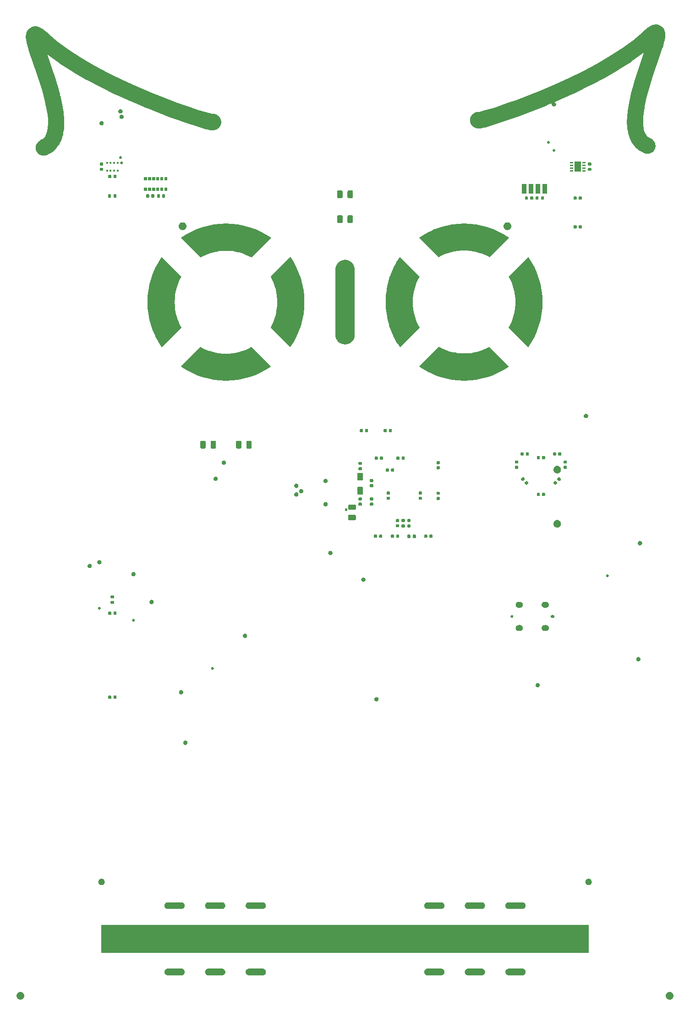
<source format=gts>
G04 #@! TF.GenerationSoftware,KiCad,Pcbnew,7.0.11-2.fc39*
G04 #@! TF.CreationDate,2024-06-13T18:25:34+01:00*
G04 #@! TF.ProjectId,msf-owl-clock,6d73662d-6f77-46c2-9d63-6c6f636b2e6b,0.1*
G04 #@! TF.SameCoordinates,Original*
G04 #@! TF.FileFunction,Soldermask,Top*
G04 #@! TF.FilePolarity,Negative*
%FSLAX46Y46*%
G04 Gerber Fmt 4.6, Leading zero omitted, Abs format (unit mm)*
G04 Created by KiCad (PCBNEW 7.0.11-2.fc39) date 2024-06-13 18:25:34*
%MOMM*%
%LPD*%
G01*
G04 APERTURE LIST*
G04 APERTURE END LIST*
G36*
X40161105Y-191294152D02*
G01*
X40314132Y-191347699D01*
X40451407Y-191433954D01*
X40566046Y-191548593D01*
X40652301Y-191685868D01*
X40705848Y-191838895D01*
X40724000Y-192000000D01*
X40705848Y-192161105D01*
X40652301Y-192314132D01*
X40566046Y-192451407D01*
X40451407Y-192566046D01*
X40314132Y-192652301D01*
X40161105Y-192705848D01*
X40000000Y-192724000D01*
X39838895Y-192705848D01*
X39685868Y-192652301D01*
X39548593Y-192566046D01*
X39433954Y-192451407D01*
X39347699Y-192314132D01*
X39294152Y-192161105D01*
X39276000Y-192000000D01*
X39294152Y-191838895D01*
X39347699Y-191685868D01*
X39433954Y-191548593D01*
X39548593Y-191433954D01*
X39685868Y-191347699D01*
X39838895Y-191294152D01*
X40000000Y-191276000D01*
X40161105Y-191294152D01*
G37*
G36*
X160161105Y-191294152D02*
G01*
X160314132Y-191347699D01*
X160451407Y-191433954D01*
X160566046Y-191548593D01*
X160652301Y-191685868D01*
X160705848Y-191838895D01*
X160724000Y-192000000D01*
X160705848Y-192161105D01*
X160652301Y-192314132D01*
X160566046Y-192451407D01*
X160451407Y-192566046D01*
X160314132Y-192652301D01*
X160161105Y-192705848D01*
X160000000Y-192724000D01*
X159838895Y-192705848D01*
X159685868Y-192652301D01*
X159548593Y-192566046D01*
X159433954Y-192451407D01*
X159347699Y-192314132D01*
X159294152Y-192161105D01*
X159276000Y-192000000D01*
X159294152Y-191838895D01*
X159347699Y-191685868D01*
X159433954Y-191548593D01*
X159548593Y-191433954D01*
X159685868Y-191347699D01*
X159838895Y-191294152D01*
X160000000Y-191276000D01*
X160161105Y-191294152D01*
G37*
G36*
X69828333Y-187004928D02*
G01*
X69865721Y-187014527D01*
X69899458Y-187018624D01*
X69936733Y-187032760D01*
X69980078Y-187043890D01*
X70011219Y-187061010D01*
X70040229Y-187072012D01*
X70075432Y-187096311D01*
X70117366Y-187119364D01*
X70141044Y-187141599D01*
X70164134Y-187157537D01*
X70194419Y-187191722D01*
X70231571Y-187226610D01*
X70247338Y-187251455D01*
X70263972Y-187270231D01*
X70286530Y-187313211D01*
X70315517Y-187358888D01*
X70323666Y-187383969D01*
X70333939Y-187403542D01*
X70346234Y-187453424D01*
X70363930Y-187507887D01*
X70365394Y-187531160D01*
X70369969Y-187549721D01*
X70369969Y-187603875D01*
X70373767Y-187664244D01*
X70369969Y-187684153D01*
X70369969Y-187700278D01*
X70356361Y-187755487D01*
X70344410Y-187818136D01*
X70337080Y-187833712D01*
X70333939Y-187846457D01*
X70306325Y-187899070D01*
X70277705Y-187959892D01*
X70268674Y-187970807D01*
X70263972Y-187979768D01*
X70223034Y-188025977D01*
X70177842Y-188080605D01*
X70168851Y-188087137D01*
X70164134Y-188092462D01*
X70111863Y-188128541D01*
X70051096Y-188172692D01*
X70043601Y-188175659D01*
X70040229Y-188177987D01*
X69980682Y-188200570D01*
X69905431Y-188230364D01*
X69900471Y-188230990D01*
X69899458Y-188231375D01*
X69847227Y-188237717D01*
X69750000Y-188250000D01*
X69746069Y-188250000D01*
X67253931Y-188250000D01*
X67250000Y-188250000D01*
X67171667Y-188245072D01*
X67134273Y-188235470D01*
X67100541Y-188231375D01*
X67063271Y-188217240D01*
X67019922Y-188206110D01*
X66988776Y-188188987D01*
X66959770Y-188177987D01*
X66924569Y-188153690D01*
X66882634Y-188130636D01*
X66858954Y-188108399D01*
X66835865Y-188092462D01*
X66805579Y-188058277D01*
X66768429Y-188023390D01*
X66752661Y-187998544D01*
X66736027Y-187979768D01*
X66713467Y-187936783D01*
X66684483Y-187891112D01*
X66676334Y-187866033D01*
X66666060Y-187846457D01*
X66653764Y-187796570D01*
X66636070Y-187742113D01*
X66634605Y-187718838D01*
X66630031Y-187700278D01*
X66630031Y-187646124D01*
X66626233Y-187585756D01*
X66630031Y-187565846D01*
X66630031Y-187549721D01*
X66643641Y-187494501D01*
X66655590Y-187431864D01*
X66662917Y-187416292D01*
X66666060Y-187403542D01*
X66693688Y-187350901D01*
X66722295Y-187290108D01*
X66731321Y-187279197D01*
X66736027Y-187270231D01*
X66776992Y-187223990D01*
X66822158Y-187169395D01*
X66831143Y-187162866D01*
X66835865Y-187157537D01*
X66888183Y-187121424D01*
X66948904Y-187077308D01*
X66956393Y-187074342D01*
X66959770Y-187072012D01*
X67019400Y-187049397D01*
X67094569Y-187019636D01*
X67099522Y-187019010D01*
X67100541Y-187018624D01*
X67152923Y-187012263D01*
X67250000Y-187000000D01*
X69750000Y-187000000D01*
X69828333Y-187004928D01*
G37*
G36*
X77328333Y-187004928D02*
G01*
X77365721Y-187014527D01*
X77399458Y-187018624D01*
X77436733Y-187032760D01*
X77480078Y-187043890D01*
X77511219Y-187061010D01*
X77540229Y-187072012D01*
X77575432Y-187096311D01*
X77617366Y-187119364D01*
X77641044Y-187141599D01*
X77664134Y-187157537D01*
X77694419Y-187191722D01*
X77731571Y-187226610D01*
X77747338Y-187251455D01*
X77763972Y-187270231D01*
X77786530Y-187313211D01*
X77815517Y-187358888D01*
X77823666Y-187383969D01*
X77833939Y-187403542D01*
X77846234Y-187453424D01*
X77863930Y-187507887D01*
X77865394Y-187531160D01*
X77869969Y-187549721D01*
X77869969Y-187603875D01*
X77873767Y-187664244D01*
X77869969Y-187684153D01*
X77869969Y-187700278D01*
X77856361Y-187755487D01*
X77844410Y-187818136D01*
X77837080Y-187833712D01*
X77833939Y-187846457D01*
X77806325Y-187899070D01*
X77777705Y-187959892D01*
X77768674Y-187970807D01*
X77763972Y-187979768D01*
X77723034Y-188025977D01*
X77677842Y-188080605D01*
X77668851Y-188087137D01*
X77664134Y-188092462D01*
X77611863Y-188128541D01*
X77551096Y-188172692D01*
X77543601Y-188175659D01*
X77540229Y-188177987D01*
X77480682Y-188200570D01*
X77405431Y-188230364D01*
X77400471Y-188230990D01*
X77399458Y-188231375D01*
X77347227Y-188237717D01*
X77250000Y-188250000D01*
X77246069Y-188250000D01*
X74753931Y-188250000D01*
X74750000Y-188250000D01*
X74671667Y-188245072D01*
X74634273Y-188235470D01*
X74600541Y-188231375D01*
X74563271Y-188217240D01*
X74519922Y-188206110D01*
X74488776Y-188188987D01*
X74459770Y-188177987D01*
X74424569Y-188153690D01*
X74382634Y-188130636D01*
X74358954Y-188108399D01*
X74335865Y-188092462D01*
X74305579Y-188058277D01*
X74268429Y-188023390D01*
X74252661Y-187998544D01*
X74236027Y-187979768D01*
X74213467Y-187936783D01*
X74184483Y-187891112D01*
X74176334Y-187866033D01*
X74166060Y-187846457D01*
X74153764Y-187796570D01*
X74136070Y-187742113D01*
X74134605Y-187718838D01*
X74130031Y-187700278D01*
X74130031Y-187646124D01*
X74126233Y-187585756D01*
X74130031Y-187565846D01*
X74130031Y-187549721D01*
X74143641Y-187494501D01*
X74155590Y-187431864D01*
X74162917Y-187416292D01*
X74166060Y-187403542D01*
X74193688Y-187350901D01*
X74222295Y-187290108D01*
X74231321Y-187279197D01*
X74236027Y-187270231D01*
X74276992Y-187223990D01*
X74322158Y-187169395D01*
X74331143Y-187162866D01*
X74335865Y-187157537D01*
X74388183Y-187121424D01*
X74448904Y-187077308D01*
X74456393Y-187074342D01*
X74459770Y-187072012D01*
X74519400Y-187049397D01*
X74594569Y-187019636D01*
X74599522Y-187019010D01*
X74600541Y-187018624D01*
X74652923Y-187012263D01*
X74750000Y-187000000D01*
X77250000Y-187000000D01*
X77328333Y-187004928D01*
G37*
G36*
X84828333Y-187004928D02*
G01*
X84865721Y-187014527D01*
X84899458Y-187018624D01*
X84936733Y-187032760D01*
X84980078Y-187043890D01*
X85011219Y-187061010D01*
X85040229Y-187072012D01*
X85075432Y-187096311D01*
X85117366Y-187119364D01*
X85141044Y-187141599D01*
X85164134Y-187157537D01*
X85194419Y-187191722D01*
X85231571Y-187226610D01*
X85247338Y-187251455D01*
X85263972Y-187270231D01*
X85286530Y-187313211D01*
X85315517Y-187358888D01*
X85323666Y-187383969D01*
X85333939Y-187403542D01*
X85346234Y-187453424D01*
X85363930Y-187507887D01*
X85365394Y-187531160D01*
X85369969Y-187549721D01*
X85369969Y-187603875D01*
X85373767Y-187664244D01*
X85369969Y-187684153D01*
X85369969Y-187700278D01*
X85356361Y-187755487D01*
X85344410Y-187818136D01*
X85337080Y-187833712D01*
X85333939Y-187846457D01*
X85306325Y-187899070D01*
X85277705Y-187959892D01*
X85268674Y-187970807D01*
X85263972Y-187979768D01*
X85223034Y-188025977D01*
X85177842Y-188080605D01*
X85168851Y-188087137D01*
X85164134Y-188092462D01*
X85111863Y-188128541D01*
X85051096Y-188172692D01*
X85043601Y-188175659D01*
X85040229Y-188177987D01*
X84980682Y-188200570D01*
X84905431Y-188230364D01*
X84900471Y-188230990D01*
X84899458Y-188231375D01*
X84847227Y-188237717D01*
X84750000Y-188250000D01*
X84746069Y-188250000D01*
X82253931Y-188250000D01*
X82250000Y-188250000D01*
X82171667Y-188245072D01*
X82134273Y-188235470D01*
X82100541Y-188231375D01*
X82063271Y-188217240D01*
X82019922Y-188206110D01*
X81988776Y-188188987D01*
X81959770Y-188177987D01*
X81924569Y-188153690D01*
X81882634Y-188130636D01*
X81858954Y-188108399D01*
X81835865Y-188092462D01*
X81805579Y-188058277D01*
X81768429Y-188023390D01*
X81752661Y-187998544D01*
X81736027Y-187979768D01*
X81713467Y-187936783D01*
X81684483Y-187891112D01*
X81676334Y-187866033D01*
X81666060Y-187846457D01*
X81653764Y-187796570D01*
X81636070Y-187742113D01*
X81634605Y-187718838D01*
X81630031Y-187700278D01*
X81630031Y-187646124D01*
X81626233Y-187585756D01*
X81630031Y-187565846D01*
X81630031Y-187549721D01*
X81643641Y-187494501D01*
X81655590Y-187431864D01*
X81662917Y-187416292D01*
X81666060Y-187403542D01*
X81693688Y-187350901D01*
X81722295Y-187290108D01*
X81731321Y-187279197D01*
X81736027Y-187270231D01*
X81776992Y-187223990D01*
X81822158Y-187169395D01*
X81831143Y-187162866D01*
X81835865Y-187157537D01*
X81888183Y-187121424D01*
X81948904Y-187077308D01*
X81956393Y-187074342D01*
X81959770Y-187072012D01*
X82019400Y-187049397D01*
X82094569Y-187019636D01*
X82099522Y-187019010D01*
X82100541Y-187018624D01*
X82152923Y-187012263D01*
X82250000Y-187000000D01*
X84750000Y-187000000D01*
X84828333Y-187004928D01*
G37*
G36*
X117828333Y-187004928D02*
G01*
X117865721Y-187014527D01*
X117899458Y-187018624D01*
X117936733Y-187032760D01*
X117980078Y-187043890D01*
X118011219Y-187061010D01*
X118040229Y-187072012D01*
X118075432Y-187096311D01*
X118117366Y-187119364D01*
X118141044Y-187141599D01*
X118164134Y-187157537D01*
X118194419Y-187191722D01*
X118231571Y-187226610D01*
X118247338Y-187251455D01*
X118263972Y-187270231D01*
X118286530Y-187313211D01*
X118315517Y-187358888D01*
X118323666Y-187383969D01*
X118333939Y-187403542D01*
X118346234Y-187453424D01*
X118363930Y-187507887D01*
X118365394Y-187531160D01*
X118369969Y-187549721D01*
X118369969Y-187603875D01*
X118373767Y-187664244D01*
X118369969Y-187684153D01*
X118369969Y-187700278D01*
X118356361Y-187755487D01*
X118344410Y-187818136D01*
X118337080Y-187833712D01*
X118333939Y-187846457D01*
X118306325Y-187899070D01*
X118277705Y-187959892D01*
X118268674Y-187970807D01*
X118263972Y-187979768D01*
X118223034Y-188025977D01*
X118177842Y-188080605D01*
X118168851Y-188087137D01*
X118164134Y-188092462D01*
X118111863Y-188128541D01*
X118051096Y-188172692D01*
X118043601Y-188175659D01*
X118040229Y-188177987D01*
X117980682Y-188200570D01*
X117905431Y-188230364D01*
X117900471Y-188230990D01*
X117899458Y-188231375D01*
X117847227Y-188237717D01*
X117750000Y-188250000D01*
X117746069Y-188250000D01*
X115253931Y-188250000D01*
X115250000Y-188250000D01*
X115171667Y-188245072D01*
X115134273Y-188235470D01*
X115100541Y-188231375D01*
X115063271Y-188217240D01*
X115019922Y-188206110D01*
X114988776Y-188188987D01*
X114959770Y-188177987D01*
X114924569Y-188153690D01*
X114882634Y-188130636D01*
X114858954Y-188108399D01*
X114835865Y-188092462D01*
X114805579Y-188058277D01*
X114768429Y-188023390D01*
X114752661Y-187998544D01*
X114736027Y-187979768D01*
X114713467Y-187936783D01*
X114684483Y-187891112D01*
X114676334Y-187866033D01*
X114666060Y-187846457D01*
X114653764Y-187796570D01*
X114636070Y-187742113D01*
X114634605Y-187718838D01*
X114630031Y-187700278D01*
X114630031Y-187646124D01*
X114626233Y-187585756D01*
X114630031Y-187565846D01*
X114630031Y-187549721D01*
X114643641Y-187494501D01*
X114655590Y-187431864D01*
X114662917Y-187416292D01*
X114666060Y-187403542D01*
X114693688Y-187350901D01*
X114722295Y-187290108D01*
X114731321Y-187279197D01*
X114736027Y-187270231D01*
X114776992Y-187223990D01*
X114822158Y-187169395D01*
X114831143Y-187162866D01*
X114835865Y-187157537D01*
X114888183Y-187121424D01*
X114948904Y-187077308D01*
X114956393Y-187074342D01*
X114959770Y-187072012D01*
X115019400Y-187049397D01*
X115094569Y-187019636D01*
X115099522Y-187019010D01*
X115100541Y-187018624D01*
X115152923Y-187012263D01*
X115250000Y-187000000D01*
X117750000Y-187000000D01*
X117828333Y-187004928D01*
G37*
G36*
X125328333Y-187004928D02*
G01*
X125365721Y-187014527D01*
X125399458Y-187018624D01*
X125436733Y-187032760D01*
X125480078Y-187043890D01*
X125511219Y-187061010D01*
X125540229Y-187072012D01*
X125575432Y-187096311D01*
X125617366Y-187119364D01*
X125641044Y-187141599D01*
X125664134Y-187157537D01*
X125694419Y-187191722D01*
X125731571Y-187226610D01*
X125747338Y-187251455D01*
X125763972Y-187270231D01*
X125786530Y-187313211D01*
X125815517Y-187358888D01*
X125823666Y-187383969D01*
X125833939Y-187403542D01*
X125846234Y-187453424D01*
X125863930Y-187507887D01*
X125865394Y-187531160D01*
X125869969Y-187549721D01*
X125869969Y-187603875D01*
X125873767Y-187664244D01*
X125869969Y-187684153D01*
X125869969Y-187700278D01*
X125856361Y-187755487D01*
X125844410Y-187818136D01*
X125837080Y-187833712D01*
X125833939Y-187846457D01*
X125806325Y-187899070D01*
X125777705Y-187959892D01*
X125768674Y-187970807D01*
X125763972Y-187979768D01*
X125723034Y-188025977D01*
X125677842Y-188080605D01*
X125668851Y-188087137D01*
X125664134Y-188092462D01*
X125611863Y-188128541D01*
X125551096Y-188172692D01*
X125543601Y-188175659D01*
X125540229Y-188177987D01*
X125480682Y-188200570D01*
X125405431Y-188230364D01*
X125400471Y-188230990D01*
X125399458Y-188231375D01*
X125347227Y-188237717D01*
X125250000Y-188250000D01*
X125246069Y-188250000D01*
X122753931Y-188250000D01*
X122750000Y-188250000D01*
X122671667Y-188245072D01*
X122634273Y-188235470D01*
X122600541Y-188231375D01*
X122563271Y-188217240D01*
X122519922Y-188206110D01*
X122488776Y-188188987D01*
X122459770Y-188177987D01*
X122424569Y-188153690D01*
X122382634Y-188130636D01*
X122358954Y-188108399D01*
X122335865Y-188092462D01*
X122305579Y-188058277D01*
X122268429Y-188023390D01*
X122252661Y-187998544D01*
X122236027Y-187979768D01*
X122213467Y-187936783D01*
X122184483Y-187891112D01*
X122176334Y-187866033D01*
X122166060Y-187846457D01*
X122153764Y-187796570D01*
X122136070Y-187742113D01*
X122134605Y-187718838D01*
X122130031Y-187700278D01*
X122130031Y-187646124D01*
X122126233Y-187585756D01*
X122130031Y-187565846D01*
X122130031Y-187549721D01*
X122143641Y-187494501D01*
X122155590Y-187431864D01*
X122162917Y-187416292D01*
X122166060Y-187403542D01*
X122193688Y-187350901D01*
X122222295Y-187290108D01*
X122231321Y-187279197D01*
X122236027Y-187270231D01*
X122276992Y-187223990D01*
X122322158Y-187169395D01*
X122331143Y-187162866D01*
X122335865Y-187157537D01*
X122388183Y-187121424D01*
X122448904Y-187077308D01*
X122456393Y-187074342D01*
X122459770Y-187072012D01*
X122519400Y-187049397D01*
X122594569Y-187019636D01*
X122599522Y-187019010D01*
X122600541Y-187018624D01*
X122652923Y-187012263D01*
X122750000Y-187000000D01*
X125250000Y-187000000D01*
X125328333Y-187004928D01*
G37*
G36*
X132828333Y-187004928D02*
G01*
X132865721Y-187014527D01*
X132899458Y-187018624D01*
X132936733Y-187032760D01*
X132980078Y-187043890D01*
X133011219Y-187061010D01*
X133040229Y-187072012D01*
X133075432Y-187096311D01*
X133117366Y-187119364D01*
X133141044Y-187141599D01*
X133164134Y-187157537D01*
X133194419Y-187191722D01*
X133231571Y-187226610D01*
X133247338Y-187251455D01*
X133263972Y-187270231D01*
X133286530Y-187313211D01*
X133315517Y-187358888D01*
X133323666Y-187383969D01*
X133333939Y-187403542D01*
X133346234Y-187453424D01*
X133363930Y-187507887D01*
X133365394Y-187531160D01*
X133369969Y-187549721D01*
X133369969Y-187603875D01*
X133373767Y-187664244D01*
X133369969Y-187684153D01*
X133369969Y-187700278D01*
X133356361Y-187755487D01*
X133344410Y-187818136D01*
X133337080Y-187833712D01*
X133333939Y-187846457D01*
X133306325Y-187899070D01*
X133277705Y-187959892D01*
X133268674Y-187970807D01*
X133263972Y-187979768D01*
X133223034Y-188025977D01*
X133177842Y-188080605D01*
X133168851Y-188087137D01*
X133164134Y-188092462D01*
X133111863Y-188128541D01*
X133051096Y-188172692D01*
X133043601Y-188175659D01*
X133040229Y-188177987D01*
X132980682Y-188200570D01*
X132905431Y-188230364D01*
X132900471Y-188230990D01*
X132899458Y-188231375D01*
X132847227Y-188237717D01*
X132750000Y-188250000D01*
X132746069Y-188250000D01*
X130253931Y-188250000D01*
X130250000Y-188250000D01*
X130171667Y-188245072D01*
X130134273Y-188235470D01*
X130100541Y-188231375D01*
X130063271Y-188217240D01*
X130019922Y-188206110D01*
X129988776Y-188188987D01*
X129959770Y-188177987D01*
X129924569Y-188153690D01*
X129882634Y-188130636D01*
X129858954Y-188108399D01*
X129835865Y-188092462D01*
X129805579Y-188058277D01*
X129768429Y-188023390D01*
X129752661Y-187998544D01*
X129736027Y-187979768D01*
X129713467Y-187936783D01*
X129684483Y-187891112D01*
X129676334Y-187866033D01*
X129666060Y-187846457D01*
X129653764Y-187796570D01*
X129636070Y-187742113D01*
X129634605Y-187718838D01*
X129630031Y-187700278D01*
X129630031Y-187646124D01*
X129626233Y-187585756D01*
X129630031Y-187565846D01*
X129630031Y-187549721D01*
X129643641Y-187494501D01*
X129655590Y-187431864D01*
X129662917Y-187416292D01*
X129666060Y-187403542D01*
X129693688Y-187350901D01*
X129722295Y-187290108D01*
X129731321Y-187279197D01*
X129736027Y-187270231D01*
X129776992Y-187223990D01*
X129822158Y-187169395D01*
X129831143Y-187162866D01*
X129835865Y-187157537D01*
X129888183Y-187121424D01*
X129948904Y-187077308D01*
X129956393Y-187074342D01*
X129959770Y-187072012D01*
X130019400Y-187049397D01*
X130094569Y-187019636D01*
X130099522Y-187019010D01*
X130100541Y-187018624D01*
X130152923Y-187012263D01*
X130250000Y-187000000D01*
X132750000Y-187000000D01*
X132828333Y-187004928D01*
G37*
G36*
X145002468Y-178941022D02*
G01*
X145011967Y-178942388D01*
X145013629Y-178943456D01*
X145022418Y-178946734D01*
X145028061Y-178951623D01*
X145042426Y-178957574D01*
X145044974Y-178963725D01*
X145047657Y-178967310D01*
X145050574Y-178977244D01*
X145056149Y-178990704D01*
X145057424Y-178993495D01*
X145057448Y-178993840D01*
X145060000Y-179000000D01*
X145060000Y-184000000D01*
X145058976Y-184002471D01*
X145057611Y-184011964D01*
X145056544Y-184013626D01*
X145053263Y-184022420D01*
X145048377Y-184028059D01*
X145042426Y-184042426D01*
X145036266Y-184044977D01*
X145032689Y-184047656D01*
X145022766Y-184050569D01*
X145009256Y-184056165D01*
X145006503Y-184057423D01*
X145006162Y-184057447D01*
X145000000Y-184060000D01*
X144990652Y-184060000D01*
X55004645Y-184060000D01*
X55000000Y-184060000D01*
X54997529Y-184058976D01*
X54988032Y-184057611D01*
X54986370Y-184056543D01*
X54977580Y-184053264D01*
X54971939Y-184048376D01*
X54957574Y-184042426D01*
X54955025Y-184036272D01*
X54952341Y-184032688D01*
X54949424Y-184022751D01*
X54943843Y-184009278D01*
X54942575Y-184006501D01*
X54942550Y-184006156D01*
X54940000Y-184000000D01*
X54940000Y-179000000D01*
X54941022Y-178997532D01*
X54942388Y-178988029D01*
X54943457Y-178986367D01*
X54946733Y-178977581D01*
X54951624Y-178971935D01*
X54957574Y-178957574D01*
X54963721Y-178955027D01*
X54967309Y-178952342D01*
X54977250Y-178949423D01*
X54990682Y-178943859D01*
X54993497Y-178942574D01*
X54993846Y-178942549D01*
X55000000Y-178940000D01*
X145000000Y-178940000D01*
X145002468Y-178941022D01*
G37*
G36*
X69828333Y-174754928D02*
G01*
X69865721Y-174764527D01*
X69899458Y-174768624D01*
X69936733Y-174782760D01*
X69980078Y-174793890D01*
X70011219Y-174811010D01*
X70040229Y-174822012D01*
X70075432Y-174846311D01*
X70117366Y-174869364D01*
X70141044Y-174891599D01*
X70164134Y-174907537D01*
X70194419Y-174941722D01*
X70231571Y-174976610D01*
X70247338Y-175001455D01*
X70263972Y-175020231D01*
X70286530Y-175063211D01*
X70315517Y-175108888D01*
X70323666Y-175133969D01*
X70333939Y-175153542D01*
X70346234Y-175203424D01*
X70363930Y-175257887D01*
X70365394Y-175281160D01*
X70369969Y-175299721D01*
X70369969Y-175353875D01*
X70373767Y-175414244D01*
X70369969Y-175434153D01*
X70369969Y-175450278D01*
X70356361Y-175505487D01*
X70344410Y-175568136D01*
X70337080Y-175583712D01*
X70333939Y-175596457D01*
X70306325Y-175649070D01*
X70277705Y-175709892D01*
X70268674Y-175720807D01*
X70263972Y-175729768D01*
X70223034Y-175775977D01*
X70177842Y-175830605D01*
X70168851Y-175837137D01*
X70164134Y-175842462D01*
X70111863Y-175878541D01*
X70051096Y-175922692D01*
X70043601Y-175925659D01*
X70040229Y-175927987D01*
X69980682Y-175950570D01*
X69905431Y-175980364D01*
X69900471Y-175980990D01*
X69899458Y-175981375D01*
X69847227Y-175987717D01*
X69750000Y-176000000D01*
X69746069Y-176000000D01*
X67253931Y-176000000D01*
X67250000Y-176000000D01*
X67171667Y-175995072D01*
X67134273Y-175985470D01*
X67100541Y-175981375D01*
X67063271Y-175967240D01*
X67019922Y-175956110D01*
X66988776Y-175938987D01*
X66959770Y-175927987D01*
X66924569Y-175903690D01*
X66882634Y-175880636D01*
X66858954Y-175858399D01*
X66835865Y-175842462D01*
X66805579Y-175808277D01*
X66768429Y-175773390D01*
X66752661Y-175748544D01*
X66736027Y-175729768D01*
X66713467Y-175686783D01*
X66684483Y-175641112D01*
X66676334Y-175616033D01*
X66666060Y-175596457D01*
X66653764Y-175546570D01*
X66636070Y-175492113D01*
X66634605Y-175468838D01*
X66630031Y-175450278D01*
X66630031Y-175396124D01*
X66626233Y-175335756D01*
X66630031Y-175315846D01*
X66630031Y-175299721D01*
X66643641Y-175244501D01*
X66655590Y-175181864D01*
X66662917Y-175166292D01*
X66666060Y-175153542D01*
X66693688Y-175100901D01*
X66722295Y-175040108D01*
X66731321Y-175029197D01*
X66736027Y-175020231D01*
X66776992Y-174973990D01*
X66822158Y-174919395D01*
X66831143Y-174912866D01*
X66835865Y-174907537D01*
X66888183Y-174871424D01*
X66948904Y-174827308D01*
X66956393Y-174824342D01*
X66959770Y-174822012D01*
X67019400Y-174799397D01*
X67094569Y-174769636D01*
X67099522Y-174769010D01*
X67100541Y-174768624D01*
X67152923Y-174762263D01*
X67250000Y-174750000D01*
X69750000Y-174750000D01*
X69828333Y-174754928D01*
G37*
G36*
X77328333Y-174754928D02*
G01*
X77365721Y-174764527D01*
X77399458Y-174768624D01*
X77436733Y-174782760D01*
X77480078Y-174793890D01*
X77511219Y-174811010D01*
X77540229Y-174822012D01*
X77575432Y-174846311D01*
X77617366Y-174869364D01*
X77641044Y-174891599D01*
X77664134Y-174907537D01*
X77694419Y-174941722D01*
X77731571Y-174976610D01*
X77747338Y-175001455D01*
X77763972Y-175020231D01*
X77786530Y-175063211D01*
X77815517Y-175108888D01*
X77823666Y-175133969D01*
X77833939Y-175153542D01*
X77846234Y-175203424D01*
X77863930Y-175257887D01*
X77865394Y-175281160D01*
X77869969Y-175299721D01*
X77869969Y-175353875D01*
X77873767Y-175414244D01*
X77869969Y-175434153D01*
X77869969Y-175450278D01*
X77856361Y-175505487D01*
X77844410Y-175568136D01*
X77837080Y-175583712D01*
X77833939Y-175596457D01*
X77806325Y-175649070D01*
X77777705Y-175709892D01*
X77768674Y-175720807D01*
X77763972Y-175729768D01*
X77723034Y-175775977D01*
X77677842Y-175830605D01*
X77668851Y-175837137D01*
X77664134Y-175842462D01*
X77611863Y-175878541D01*
X77551096Y-175922692D01*
X77543601Y-175925659D01*
X77540229Y-175927987D01*
X77480682Y-175950570D01*
X77405431Y-175980364D01*
X77400471Y-175980990D01*
X77399458Y-175981375D01*
X77347227Y-175987717D01*
X77250000Y-176000000D01*
X77246069Y-176000000D01*
X74753931Y-176000000D01*
X74750000Y-176000000D01*
X74671667Y-175995072D01*
X74634273Y-175985470D01*
X74600541Y-175981375D01*
X74563271Y-175967240D01*
X74519922Y-175956110D01*
X74488776Y-175938987D01*
X74459770Y-175927987D01*
X74424569Y-175903690D01*
X74382634Y-175880636D01*
X74358954Y-175858399D01*
X74335865Y-175842462D01*
X74305579Y-175808277D01*
X74268429Y-175773390D01*
X74252661Y-175748544D01*
X74236027Y-175729768D01*
X74213467Y-175686783D01*
X74184483Y-175641112D01*
X74176334Y-175616033D01*
X74166060Y-175596457D01*
X74153764Y-175546570D01*
X74136070Y-175492113D01*
X74134605Y-175468838D01*
X74130031Y-175450278D01*
X74130031Y-175396124D01*
X74126233Y-175335756D01*
X74130031Y-175315846D01*
X74130031Y-175299721D01*
X74143641Y-175244501D01*
X74155590Y-175181864D01*
X74162917Y-175166292D01*
X74166060Y-175153542D01*
X74193688Y-175100901D01*
X74222295Y-175040108D01*
X74231321Y-175029197D01*
X74236027Y-175020231D01*
X74276992Y-174973990D01*
X74322158Y-174919395D01*
X74331143Y-174912866D01*
X74335865Y-174907537D01*
X74388183Y-174871424D01*
X74448904Y-174827308D01*
X74456393Y-174824342D01*
X74459770Y-174822012D01*
X74519400Y-174799397D01*
X74594569Y-174769636D01*
X74599522Y-174769010D01*
X74600541Y-174768624D01*
X74652923Y-174762263D01*
X74750000Y-174750000D01*
X77250000Y-174750000D01*
X77328333Y-174754928D01*
G37*
G36*
X84828333Y-174754928D02*
G01*
X84865721Y-174764527D01*
X84899458Y-174768624D01*
X84936733Y-174782760D01*
X84980078Y-174793890D01*
X85011219Y-174811010D01*
X85040229Y-174822012D01*
X85075432Y-174846311D01*
X85117366Y-174869364D01*
X85141044Y-174891599D01*
X85164134Y-174907537D01*
X85194419Y-174941722D01*
X85231571Y-174976610D01*
X85247338Y-175001455D01*
X85263972Y-175020231D01*
X85286530Y-175063211D01*
X85315517Y-175108888D01*
X85323666Y-175133969D01*
X85333939Y-175153542D01*
X85346234Y-175203424D01*
X85363930Y-175257887D01*
X85365394Y-175281160D01*
X85369969Y-175299721D01*
X85369969Y-175353875D01*
X85373767Y-175414244D01*
X85369969Y-175434153D01*
X85369969Y-175450278D01*
X85356361Y-175505487D01*
X85344410Y-175568136D01*
X85337080Y-175583712D01*
X85333939Y-175596457D01*
X85306325Y-175649070D01*
X85277705Y-175709892D01*
X85268674Y-175720807D01*
X85263972Y-175729768D01*
X85223034Y-175775977D01*
X85177842Y-175830605D01*
X85168851Y-175837137D01*
X85164134Y-175842462D01*
X85111863Y-175878541D01*
X85051096Y-175922692D01*
X85043601Y-175925659D01*
X85040229Y-175927987D01*
X84980682Y-175950570D01*
X84905431Y-175980364D01*
X84900471Y-175980990D01*
X84899458Y-175981375D01*
X84847227Y-175987717D01*
X84750000Y-176000000D01*
X84746069Y-176000000D01*
X82253931Y-176000000D01*
X82250000Y-176000000D01*
X82171667Y-175995072D01*
X82134273Y-175985470D01*
X82100541Y-175981375D01*
X82063271Y-175967240D01*
X82019922Y-175956110D01*
X81988776Y-175938987D01*
X81959770Y-175927987D01*
X81924569Y-175903690D01*
X81882634Y-175880636D01*
X81858954Y-175858399D01*
X81835865Y-175842462D01*
X81805579Y-175808277D01*
X81768429Y-175773390D01*
X81752661Y-175748544D01*
X81736027Y-175729768D01*
X81713467Y-175686783D01*
X81684483Y-175641112D01*
X81676334Y-175616033D01*
X81666060Y-175596457D01*
X81653764Y-175546570D01*
X81636070Y-175492113D01*
X81634605Y-175468838D01*
X81630031Y-175450278D01*
X81630031Y-175396124D01*
X81626233Y-175335756D01*
X81630031Y-175315846D01*
X81630031Y-175299721D01*
X81643641Y-175244501D01*
X81655590Y-175181864D01*
X81662917Y-175166292D01*
X81666060Y-175153542D01*
X81693688Y-175100901D01*
X81722295Y-175040108D01*
X81731321Y-175029197D01*
X81736027Y-175020231D01*
X81776992Y-174973990D01*
X81822158Y-174919395D01*
X81831143Y-174912866D01*
X81835865Y-174907537D01*
X81888183Y-174871424D01*
X81948904Y-174827308D01*
X81956393Y-174824342D01*
X81959770Y-174822012D01*
X82019400Y-174799397D01*
X82094569Y-174769636D01*
X82099522Y-174769010D01*
X82100541Y-174768624D01*
X82152923Y-174762263D01*
X82250000Y-174750000D01*
X84750000Y-174750000D01*
X84828333Y-174754928D01*
G37*
G36*
X117828333Y-174754928D02*
G01*
X117865721Y-174764527D01*
X117899458Y-174768624D01*
X117936733Y-174782760D01*
X117980078Y-174793890D01*
X118011219Y-174811010D01*
X118040229Y-174822012D01*
X118075432Y-174846311D01*
X118117366Y-174869364D01*
X118141044Y-174891599D01*
X118164134Y-174907537D01*
X118194419Y-174941722D01*
X118231571Y-174976610D01*
X118247338Y-175001455D01*
X118263972Y-175020231D01*
X118286530Y-175063211D01*
X118315517Y-175108888D01*
X118323666Y-175133969D01*
X118333939Y-175153542D01*
X118346234Y-175203424D01*
X118363930Y-175257887D01*
X118365394Y-175281160D01*
X118369969Y-175299721D01*
X118369969Y-175353875D01*
X118373767Y-175414244D01*
X118369969Y-175434153D01*
X118369969Y-175450278D01*
X118356361Y-175505487D01*
X118344410Y-175568136D01*
X118337080Y-175583712D01*
X118333939Y-175596457D01*
X118306325Y-175649070D01*
X118277705Y-175709892D01*
X118268674Y-175720807D01*
X118263972Y-175729768D01*
X118223034Y-175775977D01*
X118177842Y-175830605D01*
X118168851Y-175837137D01*
X118164134Y-175842462D01*
X118111863Y-175878541D01*
X118051096Y-175922692D01*
X118043601Y-175925659D01*
X118040229Y-175927987D01*
X117980682Y-175950570D01*
X117905431Y-175980364D01*
X117900471Y-175980990D01*
X117899458Y-175981375D01*
X117847227Y-175987717D01*
X117750000Y-176000000D01*
X117746069Y-176000000D01*
X115253931Y-176000000D01*
X115250000Y-176000000D01*
X115171667Y-175995072D01*
X115134273Y-175985470D01*
X115100541Y-175981375D01*
X115063271Y-175967240D01*
X115019922Y-175956110D01*
X114988776Y-175938987D01*
X114959770Y-175927987D01*
X114924569Y-175903690D01*
X114882634Y-175880636D01*
X114858954Y-175858399D01*
X114835865Y-175842462D01*
X114805579Y-175808277D01*
X114768429Y-175773390D01*
X114752661Y-175748544D01*
X114736027Y-175729768D01*
X114713467Y-175686783D01*
X114684483Y-175641112D01*
X114676334Y-175616033D01*
X114666060Y-175596457D01*
X114653764Y-175546570D01*
X114636070Y-175492113D01*
X114634605Y-175468838D01*
X114630031Y-175450278D01*
X114630031Y-175396124D01*
X114626233Y-175335756D01*
X114630031Y-175315846D01*
X114630031Y-175299721D01*
X114643641Y-175244501D01*
X114655590Y-175181864D01*
X114662917Y-175166292D01*
X114666060Y-175153542D01*
X114693688Y-175100901D01*
X114722295Y-175040108D01*
X114731321Y-175029197D01*
X114736027Y-175020231D01*
X114776992Y-174973990D01*
X114822158Y-174919395D01*
X114831143Y-174912866D01*
X114835865Y-174907537D01*
X114888183Y-174871424D01*
X114948904Y-174827308D01*
X114956393Y-174824342D01*
X114959770Y-174822012D01*
X115019400Y-174799397D01*
X115094569Y-174769636D01*
X115099522Y-174769010D01*
X115100541Y-174768624D01*
X115152923Y-174762263D01*
X115250000Y-174750000D01*
X117750000Y-174750000D01*
X117828333Y-174754928D01*
G37*
G36*
X125328333Y-174754928D02*
G01*
X125365721Y-174764527D01*
X125399458Y-174768624D01*
X125436733Y-174782760D01*
X125480078Y-174793890D01*
X125511219Y-174811010D01*
X125540229Y-174822012D01*
X125575432Y-174846311D01*
X125617366Y-174869364D01*
X125641044Y-174891599D01*
X125664134Y-174907537D01*
X125694419Y-174941722D01*
X125731571Y-174976610D01*
X125747338Y-175001455D01*
X125763972Y-175020231D01*
X125786530Y-175063211D01*
X125815517Y-175108888D01*
X125823666Y-175133969D01*
X125833939Y-175153542D01*
X125846234Y-175203424D01*
X125863930Y-175257887D01*
X125865394Y-175281160D01*
X125869969Y-175299721D01*
X125869969Y-175353875D01*
X125873767Y-175414244D01*
X125869969Y-175434153D01*
X125869969Y-175450278D01*
X125856361Y-175505487D01*
X125844410Y-175568136D01*
X125837080Y-175583712D01*
X125833939Y-175596457D01*
X125806325Y-175649070D01*
X125777705Y-175709892D01*
X125768674Y-175720807D01*
X125763972Y-175729768D01*
X125723034Y-175775977D01*
X125677842Y-175830605D01*
X125668851Y-175837137D01*
X125664134Y-175842462D01*
X125611863Y-175878541D01*
X125551096Y-175922692D01*
X125543601Y-175925659D01*
X125540229Y-175927987D01*
X125480682Y-175950570D01*
X125405431Y-175980364D01*
X125400471Y-175980990D01*
X125399458Y-175981375D01*
X125347227Y-175987717D01*
X125250000Y-176000000D01*
X125246069Y-176000000D01*
X122753931Y-176000000D01*
X122750000Y-176000000D01*
X122671667Y-175995072D01*
X122634273Y-175985470D01*
X122600541Y-175981375D01*
X122563271Y-175967240D01*
X122519922Y-175956110D01*
X122488776Y-175938987D01*
X122459770Y-175927987D01*
X122424569Y-175903690D01*
X122382634Y-175880636D01*
X122358954Y-175858399D01*
X122335865Y-175842462D01*
X122305579Y-175808277D01*
X122268429Y-175773390D01*
X122252661Y-175748544D01*
X122236027Y-175729768D01*
X122213467Y-175686783D01*
X122184483Y-175641112D01*
X122176334Y-175616033D01*
X122166060Y-175596457D01*
X122153764Y-175546570D01*
X122136070Y-175492113D01*
X122134605Y-175468838D01*
X122130031Y-175450278D01*
X122130031Y-175396124D01*
X122126233Y-175335756D01*
X122130031Y-175315846D01*
X122130031Y-175299721D01*
X122143641Y-175244501D01*
X122155590Y-175181864D01*
X122162917Y-175166292D01*
X122166060Y-175153542D01*
X122193688Y-175100901D01*
X122222295Y-175040108D01*
X122231321Y-175029197D01*
X122236027Y-175020231D01*
X122276992Y-174973990D01*
X122322158Y-174919395D01*
X122331143Y-174912866D01*
X122335865Y-174907537D01*
X122388183Y-174871424D01*
X122448904Y-174827308D01*
X122456393Y-174824342D01*
X122459770Y-174822012D01*
X122519400Y-174799397D01*
X122594569Y-174769636D01*
X122599522Y-174769010D01*
X122600541Y-174768624D01*
X122652923Y-174762263D01*
X122750000Y-174750000D01*
X125250000Y-174750000D01*
X125328333Y-174754928D01*
G37*
G36*
X132828333Y-174754928D02*
G01*
X132865721Y-174764527D01*
X132899458Y-174768624D01*
X132936733Y-174782760D01*
X132980078Y-174793890D01*
X133011219Y-174811010D01*
X133040229Y-174822012D01*
X133075432Y-174846311D01*
X133117366Y-174869364D01*
X133141044Y-174891599D01*
X133164134Y-174907537D01*
X133194419Y-174941722D01*
X133231571Y-174976610D01*
X133247338Y-175001455D01*
X133263972Y-175020231D01*
X133286530Y-175063211D01*
X133315517Y-175108888D01*
X133323666Y-175133969D01*
X133333939Y-175153542D01*
X133346234Y-175203424D01*
X133363930Y-175257887D01*
X133365394Y-175281160D01*
X133369969Y-175299721D01*
X133369969Y-175353875D01*
X133373767Y-175414244D01*
X133369969Y-175434153D01*
X133369969Y-175450278D01*
X133356361Y-175505487D01*
X133344410Y-175568136D01*
X133337080Y-175583712D01*
X133333939Y-175596457D01*
X133306325Y-175649070D01*
X133277705Y-175709892D01*
X133268674Y-175720807D01*
X133263972Y-175729768D01*
X133223034Y-175775977D01*
X133177842Y-175830605D01*
X133168851Y-175837137D01*
X133164134Y-175842462D01*
X133111863Y-175878541D01*
X133051096Y-175922692D01*
X133043601Y-175925659D01*
X133040229Y-175927987D01*
X132980682Y-175950570D01*
X132905431Y-175980364D01*
X132900471Y-175980990D01*
X132899458Y-175981375D01*
X132847227Y-175987717D01*
X132750000Y-176000000D01*
X132746069Y-176000000D01*
X130253931Y-176000000D01*
X130250000Y-176000000D01*
X130171667Y-175995072D01*
X130134273Y-175985470D01*
X130100541Y-175981375D01*
X130063271Y-175967240D01*
X130019922Y-175956110D01*
X129988776Y-175938987D01*
X129959770Y-175927987D01*
X129924569Y-175903690D01*
X129882634Y-175880636D01*
X129858954Y-175858399D01*
X129835865Y-175842462D01*
X129805579Y-175808277D01*
X129768429Y-175773390D01*
X129752661Y-175748544D01*
X129736027Y-175729768D01*
X129713467Y-175686783D01*
X129684483Y-175641112D01*
X129676334Y-175616033D01*
X129666060Y-175596457D01*
X129653764Y-175546570D01*
X129636070Y-175492113D01*
X129634605Y-175468838D01*
X129630031Y-175450278D01*
X129630031Y-175396124D01*
X129626233Y-175335756D01*
X129630031Y-175315846D01*
X129630031Y-175299721D01*
X129643641Y-175244501D01*
X129655590Y-175181864D01*
X129662917Y-175166292D01*
X129666060Y-175153542D01*
X129693688Y-175100901D01*
X129722295Y-175040108D01*
X129731321Y-175029197D01*
X129736027Y-175020231D01*
X129776992Y-174973990D01*
X129822158Y-174919395D01*
X129831143Y-174912866D01*
X129835865Y-174907537D01*
X129888183Y-174871424D01*
X129948904Y-174827308D01*
X129956393Y-174824342D01*
X129959770Y-174822012D01*
X130019400Y-174799397D01*
X130094569Y-174769636D01*
X130099522Y-174769010D01*
X130100541Y-174768624D01*
X130152923Y-174762263D01*
X130250000Y-174750000D01*
X132750000Y-174750000D01*
X132828333Y-174754928D01*
G37*
G36*
X55036831Y-170404849D02*
G01*
X55072266Y-170404849D01*
X55112898Y-170414863D01*
X55155291Y-170420445D01*
X55184308Y-170432464D01*
X55212590Y-170439435D01*
X55255468Y-170461939D01*
X55300000Y-170480385D01*
X55320317Y-170495975D01*
X55340567Y-170506603D01*
X55381974Y-170543285D01*
X55424264Y-170575736D01*
X55436280Y-170591396D01*
X55448751Y-170602444D01*
X55484509Y-170654249D01*
X55519615Y-170700000D01*
X55524906Y-170712775D01*
X55530850Y-170721386D01*
X55556631Y-170789366D01*
X55579555Y-170844709D01*
X55580583Y-170852523D01*
X55582101Y-170856524D01*
X55593851Y-170953297D01*
X55600000Y-171000000D01*
X55593850Y-171046706D01*
X55582101Y-171143475D01*
X55580584Y-171147474D01*
X55579555Y-171155291D01*
X55556627Y-171210644D01*
X55530850Y-171278613D01*
X55524907Y-171287221D01*
X55519615Y-171300000D01*
X55484502Y-171345759D01*
X55448751Y-171397555D01*
X55436283Y-171408600D01*
X55424264Y-171424264D01*
X55381965Y-171456720D01*
X55340567Y-171493396D01*
X55320321Y-171504021D01*
X55300000Y-171519615D01*
X55255459Y-171538063D01*
X55212590Y-171560564D01*
X55184313Y-171567533D01*
X55155291Y-171579555D01*
X55112895Y-171585136D01*
X55072266Y-171595151D01*
X55036831Y-171595151D01*
X55000000Y-171600000D01*
X54963169Y-171595151D01*
X54927734Y-171595151D01*
X54887103Y-171585136D01*
X54844709Y-171579555D01*
X54815687Y-171567534D01*
X54787409Y-171560564D01*
X54744535Y-171538062D01*
X54700000Y-171519615D01*
X54679680Y-171504023D01*
X54659432Y-171493396D01*
X54618026Y-171456714D01*
X54575736Y-171424264D01*
X54563719Y-171408603D01*
X54551248Y-171397555D01*
X54515487Y-171345746D01*
X54480385Y-171300000D01*
X54475093Y-171287225D01*
X54469149Y-171278613D01*
X54443360Y-171210615D01*
X54420445Y-171155291D01*
X54419416Y-171147478D01*
X54417898Y-171143475D01*
X54406136Y-171046608D01*
X54400000Y-171000000D01*
X54406135Y-170953395D01*
X54417898Y-170856524D01*
X54419416Y-170852519D01*
X54420445Y-170844709D01*
X54443356Y-170789395D01*
X54469149Y-170721386D01*
X54475094Y-170712772D01*
X54480385Y-170700000D01*
X54515480Y-170654262D01*
X54551248Y-170602444D01*
X54563721Y-170591393D01*
X54575736Y-170575736D01*
X54618018Y-170543291D01*
X54659432Y-170506603D01*
X54679684Y-170495973D01*
X54700000Y-170480385D01*
X54744526Y-170461941D01*
X54787409Y-170439435D01*
X54815692Y-170432463D01*
X54844709Y-170420445D01*
X54887101Y-170414863D01*
X54927734Y-170404849D01*
X54963169Y-170404849D01*
X55000000Y-170400000D01*
X55036831Y-170404849D01*
G37*
G36*
X145036831Y-170404849D02*
G01*
X145072266Y-170404849D01*
X145112898Y-170414863D01*
X145155291Y-170420445D01*
X145184308Y-170432464D01*
X145212590Y-170439435D01*
X145255468Y-170461939D01*
X145300000Y-170480385D01*
X145320317Y-170495975D01*
X145340567Y-170506603D01*
X145381974Y-170543285D01*
X145424264Y-170575736D01*
X145436280Y-170591396D01*
X145448751Y-170602444D01*
X145484509Y-170654249D01*
X145519615Y-170700000D01*
X145524906Y-170712775D01*
X145530850Y-170721386D01*
X145556631Y-170789366D01*
X145579555Y-170844709D01*
X145580583Y-170852523D01*
X145582101Y-170856524D01*
X145593851Y-170953297D01*
X145600000Y-171000000D01*
X145593850Y-171046706D01*
X145582101Y-171143475D01*
X145580584Y-171147474D01*
X145579555Y-171155291D01*
X145556627Y-171210644D01*
X145530850Y-171278613D01*
X145524907Y-171287221D01*
X145519615Y-171300000D01*
X145484502Y-171345759D01*
X145448751Y-171397555D01*
X145436283Y-171408600D01*
X145424264Y-171424264D01*
X145381965Y-171456720D01*
X145340567Y-171493396D01*
X145320321Y-171504021D01*
X145300000Y-171519615D01*
X145255459Y-171538063D01*
X145212590Y-171560564D01*
X145184313Y-171567533D01*
X145155291Y-171579555D01*
X145112895Y-171585136D01*
X145072266Y-171595151D01*
X145036831Y-171595151D01*
X145000000Y-171600000D01*
X144963169Y-171595151D01*
X144927734Y-171595151D01*
X144887103Y-171585136D01*
X144844709Y-171579555D01*
X144815687Y-171567534D01*
X144787409Y-171560564D01*
X144744535Y-171538062D01*
X144700000Y-171519615D01*
X144679680Y-171504023D01*
X144659432Y-171493396D01*
X144618026Y-171456714D01*
X144575736Y-171424264D01*
X144563719Y-171408603D01*
X144551248Y-171397555D01*
X144515487Y-171345746D01*
X144480385Y-171300000D01*
X144475093Y-171287225D01*
X144469149Y-171278613D01*
X144443360Y-171210615D01*
X144420445Y-171155291D01*
X144419416Y-171147478D01*
X144417898Y-171143475D01*
X144406136Y-171046608D01*
X144400000Y-171000000D01*
X144406135Y-170953395D01*
X144417898Y-170856524D01*
X144419416Y-170852519D01*
X144420445Y-170844709D01*
X144443356Y-170789395D01*
X144469149Y-170721386D01*
X144475094Y-170712772D01*
X144480385Y-170700000D01*
X144515480Y-170654262D01*
X144551248Y-170602444D01*
X144563721Y-170591393D01*
X144575736Y-170575736D01*
X144618018Y-170543291D01*
X144659432Y-170506603D01*
X144679684Y-170495973D01*
X144700000Y-170480385D01*
X144744526Y-170461941D01*
X144787409Y-170439435D01*
X144815692Y-170432463D01*
X144844709Y-170420445D01*
X144887101Y-170414863D01*
X144927734Y-170404849D01*
X144963169Y-170404849D01*
X145000000Y-170400000D01*
X145036831Y-170404849D01*
G37*
G36*
X70519476Y-144915141D02*
G01*
X70546423Y-144915141D01*
X70577981Y-144924407D01*
X70613199Y-144929985D01*
X70635258Y-144941224D01*
X70655479Y-144947162D01*
X70688270Y-144968236D01*
X70724706Y-144986801D01*
X70738281Y-145000376D01*
X70751099Y-145008614D01*
X70780827Y-145042922D01*
X70813199Y-145075294D01*
X70819367Y-145087399D01*
X70825531Y-145094513D01*
X70847478Y-145142570D01*
X70870015Y-145186801D01*
X70871255Y-145194635D01*
X70872748Y-145197903D01*
X70882345Y-145264656D01*
X70889592Y-145310408D01*
X70882345Y-145356163D01*
X70872748Y-145422912D01*
X70871256Y-145426178D01*
X70870015Y-145434015D01*
X70847473Y-145478254D01*
X70825531Y-145526302D01*
X70819368Y-145533414D01*
X70813199Y-145545522D01*
X70780821Y-145577899D01*
X70751099Y-145612201D01*
X70738284Y-145620436D01*
X70724706Y-145634015D01*
X70688262Y-145652583D01*
X70655479Y-145673653D01*
X70635261Y-145679589D01*
X70613199Y-145690831D01*
X70577979Y-145696409D01*
X70546423Y-145705675D01*
X70519476Y-145705675D01*
X70489592Y-145710408D01*
X70459708Y-145705675D01*
X70432761Y-145705675D01*
X70401203Y-145696409D01*
X70365985Y-145690831D01*
X70343923Y-145679589D01*
X70323704Y-145673653D01*
X70290916Y-145652581D01*
X70254478Y-145634015D01*
X70240901Y-145620438D01*
X70228084Y-145612201D01*
X70198355Y-145577892D01*
X70165985Y-145545522D01*
X70159817Y-145533416D01*
X70153652Y-145526302D01*
X70131700Y-145478235D01*
X70109169Y-145434015D01*
X70107928Y-145426182D01*
X70106435Y-145422912D01*
X70096827Y-145356094D01*
X70089592Y-145310408D01*
X70096827Y-145264725D01*
X70106435Y-145197903D01*
X70107928Y-145194632D01*
X70109169Y-145186801D01*
X70131696Y-145142589D01*
X70153652Y-145094513D01*
X70159818Y-145087396D01*
X70165985Y-145075294D01*
X70198348Y-145042930D01*
X70228084Y-145008614D01*
X70240904Y-145000374D01*
X70254478Y-144986801D01*
X70290908Y-144968238D01*
X70323704Y-144947162D01*
X70343926Y-144941224D01*
X70365985Y-144929985D01*
X70401201Y-144924407D01*
X70432761Y-144915141D01*
X70459708Y-144915141D01*
X70489592Y-144910408D01*
X70519476Y-144915141D01*
G37*
G36*
X105840292Y-136894325D02*
G01*
X105867239Y-136894325D01*
X105898797Y-136903591D01*
X105934015Y-136909169D01*
X105956074Y-136920408D01*
X105976295Y-136926346D01*
X106009086Y-136947420D01*
X106045522Y-136965985D01*
X106059097Y-136979560D01*
X106071915Y-136987798D01*
X106101643Y-137022106D01*
X106134015Y-137054478D01*
X106140183Y-137066583D01*
X106146347Y-137073697D01*
X106168294Y-137121754D01*
X106190831Y-137165985D01*
X106192071Y-137173819D01*
X106193564Y-137177087D01*
X106203161Y-137243840D01*
X106210408Y-137289592D01*
X106203161Y-137335347D01*
X106193564Y-137402096D01*
X106192072Y-137405362D01*
X106190831Y-137413199D01*
X106168289Y-137457438D01*
X106146347Y-137505486D01*
X106140184Y-137512598D01*
X106134015Y-137524706D01*
X106101637Y-137557083D01*
X106071915Y-137591385D01*
X106059100Y-137599620D01*
X106045522Y-137613199D01*
X106009078Y-137631767D01*
X105976295Y-137652837D01*
X105956077Y-137658773D01*
X105934015Y-137670015D01*
X105898795Y-137675593D01*
X105867239Y-137684859D01*
X105840292Y-137684859D01*
X105810408Y-137689592D01*
X105780524Y-137684859D01*
X105753577Y-137684859D01*
X105722019Y-137675593D01*
X105686801Y-137670015D01*
X105664739Y-137658773D01*
X105644520Y-137652837D01*
X105611732Y-137631765D01*
X105575294Y-137613199D01*
X105561717Y-137599622D01*
X105548900Y-137591385D01*
X105519171Y-137557076D01*
X105486801Y-137524706D01*
X105480633Y-137512600D01*
X105474468Y-137505486D01*
X105452516Y-137457419D01*
X105429985Y-137413199D01*
X105428744Y-137405366D01*
X105427251Y-137402096D01*
X105417643Y-137335278D01*
X105410408Y-137289592D01*
X105417643Y-137243909D01*
X105427251Y-137177087D01*
X105428744Y-137173816D01*
X105429985Y-137165985D01*
X105452512Y-137121773D01*
X105474468Y-137073697D01*
X105480634Y-137066580D01*
X105486801Y-137054478D01*
X105519164Y-137022114D01*
X105548900Y-136987798D01*
X105561720Y-136979558D01*
X105575294Y-136965985D01*
X105611724Y-136947422D01*
X105644520Y-136926346D01*
X105664742Y-136920408D01*
X105686801Y-136909169D01*
X105722017Y-136903591D01*
X105753577Y-136894325D01*
X105780524Y-136894325D01*
X105810408Y-136889592D01*
X105840292Y-136894325D01*
G37*
G36*
X56713576Y-136600657D02*
G01*
X56758995Y-136631005D01*
X56789343Y-136676424D01*
X56800000Y-136730000D01*
X56800000Y-137070000D01*
X56789343Y-137123576D01*
X56758995Y-137168995D01*
X56713576Y-137199343D01*
X56660000Y-137210000D01*
X56380000Y-137210000D01*
X56326424Y-137199343D01*
X56281005Y-137168995D01*
X56250657Y-137123576D01*
X56240000Y-137070000D01*
X56240000Y-136730000D01*
X56250657Y-136676424D01*
X56281005Y-136631005D01*
X56326424Y-136600657D01*
X56380000Y-136590000D01*
X56660000Y-136590000D01*
X56713576Y-136600657D01*
G37*
G36*
X57673576Y-136600657D02*
G01*
X57718995Y-136631005D01*
X57749343Y-136676424D01*
X57760000Y-136730000D01*
X57760000Y-137070000D01*
X57749343Y-137123576D01*
X57718995Y-137168995D01*
X57673576Y-137199343D01*
X57620000Y-137210000D01*
X57340000Y-137210000D01*
X57286424Y-137199343D01*
X57241005Y-137168995D01*
X57210657Y-137123576D01*
X57200000Y-137070000D01*
X57200000Y-136730000D01*
X57210657Y-136676424D01*
X57241005Y-136631005D01*
X57286424Y-136600657D01*
X57340000Y-136590000D01*
X57620000Y-136590000D01*
X57673576Y-136600657D01*
G37*
G36*
X69729884Y-135604733D02*
G01*
X69756831Y-135604733D01*
X69788389Y-135613999D01*
X69823607Y-135619577D01*
X69845666Y-135630816D01*
X69865887Y-135636754D01*
X69898678Y-135657828D01*
X69935114Y-135676393D01*
X69948689Y-135689968D01*
X69961507Y-135698206D01*
X69991235Y-135732514D01*
X70023607Y-135764886D01*
X70029775Y-135776991D01*
X70035939Y-135784105D01*
X70057886Y-135832162D01*
X70080423Y-135876393D01*
X70081663Y-135884227D01*
X70083156Y-135887495D01*
X70092753Y-135954248D01*
X70100000Y-136000000D01*
X70092753Y-136045755D01*
X70083156Y-136112504D01*
X70081664Y-136115770D01*
X70080423Y-136123607D01*
X70057881Y-136167846D01*
X70035939Y-136215894D01*
X70029776Y-136223006D01*
X70023607Y-136235114D01*
X69991229Y-136267491D01*
X69961507Y-136301793D01*
X69948692Y-136310028D01*
X69935114Y-136323607D01*
X69898670Y-136342175D01*
X69865887Y-136363245D01*
X69845669Y-136369181D01*
X69823607Y-136380423D01*
X69788387Y-136386001D01*
X69756831Y-136395267D01*
X69729884Y-136395267D01*
X69700000Y-136400000D01*
X69670116Y-136395267D01*
X69643169Y-136395267D01*
X69611611Y-136386001D01*
X69576393Y-136380423D01*
X69554331Y-136369181D01*
X69534112Y-136363245D01*
X69501324Y-136342173D01*
X69464886Y-136323607D01*
X69451309Y-136310030D01*
X69438492Y-136301793D01*
X69408763Y-136267484D01*
X69376393Y-136235114D01*
X69370225Y-136223008D01*
X69364060Y-136215894D01*
X69342108Y-136167827D01*
X69319577Y-136123607D01*
X69318336Y-136115774D01*
X69316843Y-136112504D01*
X69307235Y-136045686D01*
X69300000Y-136000000D01*
X69307235Y-135954317D01*
X69316843Y-135887495D01*
X69318336Y-135884224D01*
X69319577Y-135876393D01*
X69342104Y-135832181D01*
X69364060Y-135784105D01*
X69370226Y-135776988D01*
X69376393Y-135764886D01*
X69408756Y-135732522D01*
X69438492Y-135698206D01*
X69451312Y-135689966D01*
X69464886Y-135676393D01*
X69501316Y-135657830D01*
X69534112Y-135636754D01*
X69554334Y-135630816D01*
X69576393Y-135619577D01*
X69611609Y-135613999D01*
X69643169Y-135604733D01*
X69670116Y-135604733D01*
X69700000Y-135600000D01*
X69729884Y-135604733D01*
G37*
G36*
X135629884Y-134304733D02*
G01*
X135656831Y-134304733D01*
X135688389Y-134313999D01*
X135723607Y-134319577D01*
X135745666Y-134330816D01*
X135765887Y-134336754D01*
X135798678Y-134357828D01*
X135835114Y-134376393D01*
X135848689Y-134389968D01*
X135861507Y-134398206D01*
X135891235Y-134432514D01*
X135923607Y-134464886D01*
X135929775Y-134476991D01*
X135935939Y-134484105D01*
X135957886Y-134532162D01*
X135980423Y-134576393D01*
X135981663Y-134584227D01*
X135983156Y-134587495D01*
X135992753Y-134654248D01*
X136000000Y-134700000D01*
X135992753Y-134745755D01*
X135983156Y-134812504D01*
X135981664Y-134815770D01*
X135980423Y-134823607D01*
X135957881Y-134867846D01*
X135935939Y-134915894D01*
X135929776Y-134923006D01*
X135923607Y-134935114D01*
X135891229Y-134967491D01*
X135861507Y-135001793D01*
X135848692Y-135010028D01*
X135835114Y-135023607D01*
X135798670Y-135042175D01*
X135765887Y-135063245D01*
X135745669Y-135069181D01*
X135723607Y-135080423D01*
X135688387Y-135086001D01*
X135656831Y-135095267D01*
X135629884Y-135095267D01*
X135600000Y-135100000D01*
X135570116Y-135095267D01*
X135543169Y-135095267D01*
X135511611Y-135086001D01*
X135476393Y-135080423D01*
X135454331Y-135069181D01*
X135434112Y-135063245D01*
X135401324Y-135042173D01*
X135364886Y-135023607D01*
X135351309Y-135010030D01*
X135338492Y-135001793D01*
X135308763Y-134967484D01*
X135276393Y-134935114D01*
X135270225Y-134923008D01*
X135264060Y-134915894D01*
X135242108Y-134867827D01*
X135219577Y-134823607D01*
X135218336Y-134815774D01*
X135216843Y-134812504D01*
X135207235Y-134745686D01*
X135200000Y-134700000D01*
X135207235Y-134654317D01*
X135216843Y-134587495D01*
X135218336Y-134584224D01*
X135219577Y-134576393D01*
X135242104Y-134532181D01*
X135264060Y-134484105D01*
X135270226Y-134476988D01*
X135276393Y-134464886D01*
X135308756Y-134432522D01*
X135338492Y-134398206D01*
X135351312Y-134389966D01*
X135364886Y-134376393D01*
X135401316Y-134357830D01*
X135434112Y-134336754D01*
X135454334Y-134330816D01*
X135476393Y-134319577D01*
X135511609Y-134313999D01*
X135543169Y-134304733D01*
X135570116Y-134304733D01*
X135600000Y-134300000D01*
X135629884Y-134304733D01*
G37*
G36*
X75524061Y-131354786D02*
G01*
X75543238Y-131354786D01*
X75566350Y-131363197D01*
X75595671Y-131369030D01*
X75611578Y-131379658D01*
X75624498Y-131384361D01*
X75647492Y-131403655D01*
X75676777Y-131423223D01*
X75684390Y-131434617D01*
X75690742Y-131439947D01*
X75708478Y-131470668D01*
X75730970Y-131504329D01*
X75732577Y-131512408D01*
X75733981Y-131514840D01*
X75741165Y-131555587D01*
X75750000Y-131600000D01*
X75741165Y-131644416D01*
X75733981Y-131685159D01*
X75732577Y-131687590D01*
X75730970Y-131695671D01*
X75708474Y-131729338D01*
X75690742Y-131760052D01*
X75684391Y-131765380D01*
X75676777Y-131776777D01*
X75647486Y-131796348D01*
X75624498Y-131815638D01*
X75611580Y-131820339D01*
X75595671Y-131830970D01*
X75566348Y-131836802D01*
X75543238Y-131845214D01*
X75524061Y-131845214D01*
X75500000Y-131850000D01*
X75475939Y-131845214D01*
X75456762Y-131845214D01*
X75433651Y-131836802D01*
X75404329Y-131830970D01*
X75388420Y-131820340D01*
X75375501Y-131815638D01*
X75352508Y-131796345D01*
X75323223Y-131776777D01*
X75315609Y-131765382D01*
X75309257Y-131760052D01*
X75291518Y-131729327D01*
X75269030Y-131695671D01*
X75267423Y-131687592D01*
X75266018Y-131685159D01*
X75258826Y-131644371D01*
X75250000Y-131600000D01*
X75258825Y-131555632D01*
X75266018Y-131514840D01*
X75267423Y-131512405D01*
X75269030Y-131504329D01*
X75291513Y-131470679D01*
X75309257Y-131439947D01*
X75315610Y-131434615D01*
X75323223Y-131423223D01*
X75352506Y-131403656D01*
X75375502Y-131384361D01*
X75388421Y-131379658D01*
X75404329Y-131369030D01*
X75433649Y-131363197D01*
X75456762Y-131354786D01*
X75475939Y-131354786D01*
X75500000Y-131350000D01*
X75524061Y-131354786D01*
G37*
G36*
X154229884Y-129504733D02*
G01*
X154256831Y-129504733D01*
X154288389Y-129513999D01*
X154323607Y-129519577D01*
X154345666Y-129530816D01*
X154365887Y-129536754D01*
X154398678Y-129557828D01*
X154435114Y-129576393D01*
X154448689Y-129589968D01*
X154461507Y-129598206D01*
X154491235Y-129632514D01*
X154523607Y-129664886D01*
X154529775Y-129676991D01*
X154535939Y-129684105D01*
X154557886Y-129732162D01*
X154580423Y-129776393D01*
X154581663Y-129784227D01*
X154583156Y-129787495D01*
X154592753Y-129854248D01*
X154600000Y-129900000D01*
X154592753Y-129945755D01*
X154583156Y-130012504D01*
X154581664Y-130015770D01*
X154580423Y-130023607D01*
X154557881Y-130067846D01*
X154535939Y-130115894D01*
X154529776Y-130123006D01*
X154523607Y-130135114D01*
X154491229Y-130167491D01*
X154461507Y-130201793D01*
X154448692Y-130210028D01*
X154435114Y-130223607D01*
X154398670Y-130242175D01*
X154365887Y-130263245D01*
X154345669Y-130269181D01*
X154323607Y-130280423D01*
X154288387Y-130286001D01*
X154256831Y-130295267D01*
X154229884Y-130295267D01*
X154200000Y-130300000D01*
X154170116Y-130295267D01*
X154143169Y-130295267D01*
X154111611Y-130286001D01*
X154076393Y-130280423D01*
X154054331Y-130269181D01*
X154034112Y-130263245D01*
X154001324Y-130242173D01*
X153964886Y-130223607D01*
X153951309Y-130210030D01*
X153938492Y-130201793D01*
X153908763Y-130167484D01*
X153876393Y-130135114D01*
X153870225Y-130123008D01*
X153864060Y-130115894D01*
X153842108Y-130067827D01*
X153819577Y-130023607D01*
X153818336Y-130015774D01*
X153816843Y-130012504D01*
X153807235Y-129945686D01*
X153800000Y-129900000D01*
X153807235Y-129854317D01*
X153816843Y-129787495D01*
X153818336Y-129784224D01*
X153819577Y-129776393D01*
X153842104Y-129732181D01*
X153864060Y-129684105D01*
X153870226Y-129676988D01*
X153876393Y-129664886D01*
X153908756Y-129632522D01*
X153938492Y-129598206D01*
X153951312Y-129589966D01*
X153964886Y-129576393D01*
X154001316Y-129557830D01*
X154034112Y-129536754D01*
X154054334Y-129530816D01*
X154076393Y-129519577D01*
X154111609Y-129513999D01*
X154143169Y-129504733D01*
X154170116Y-129504733D01*
X154200000Y-129500000D01*
X154229884Y-129504733D01*
G37*
G36*
X81540292Y-125194325D02*
G01*
X81567239Y-125194325D01*
X81598797Y-125203591D01*
X81634015Y-125209169D01*
X81656074Y-125220408D01*
X81676295Y-125226346D01*
X81709086Y-125247420D01*
X81745522Y-125265985D01*
X81759097Y-125279560D01*
X81771915Y-125287798D01*
X81801643Y-125322106D01*
X81834015Y-125354478D01*
X81840183Y-125366583D01*
X81846347Y-125373697D01*
X81868294Y-125421754D01*
X81890831Y-125465985D01*
X81892071Y-125473819D01*
X81893564Y-125477087D01*
X81903161Y-125543840D01*
X81910408Y-125589592D01*
X81903161Y-125635347D01*
X81893564Y-125702096D01*
X81892072Y-125705362D01*
X81890831Y-125713199D01*
X81868289Y-125757438D01*
X81846347Y-125805486D01*
X81840184Y-125812598D01*
X81834015Y-125824706D01*
X81801637Y-125857083D01*
X81771915Y-125891385D01*
X81759100Y-125899620D01*
X81745522Y-125913199D01*
X81709078Y-125931767D01*
X81676295Y-125952837D01*
X81656077Y-125958773D01*
X81634015Y-125970015D01*
X81598795Y-125975593D01*
X81567239Y-125984859D01*
X81540292Y-125984859D01*
X81510408Y-125989592D01*
X81480524Y-125984859D01*
X81453577Y-125984859D01*
X81422019Y-125975593D01*
X81386801Y-125970015D01*
X81364739Y-125958773D01*
X81344520Y-125952837D01*
X81311732Y-125931765D01*
X81275294Y-125913199D01*
X81261717Y-125899622D01*
X81248900Y-125891385D01*
X81219171Y-125857076D01*
X81186801Y-125824706D01*
X81180633Y-125812600D01*
X81174468Y-125805486D01*
X81152516Y-125757419D01*
X81129985Y-125713199D01*
X81128744Y-125705366D01*
X81127251Y-125702096D01*
X81117643Y-125635278D01*
X81110408Y-125589592D01*
X81117643Y-125543909D01*
X81127251Y-125477087D01*
X81128744Y-125473816D01*
X81129985Y-125465985D01*
X81152512Y-125421773D01*
X81174468Y-125373697D01*
X81180634Y-125366580D01*
X81186801Y-125354478D01*
X81219164Y-125322114D01*
X81248900Y-125287798D01*
X81261720Y-125279558D01*
X81275294Y-125265985D01*
X81311724Y-125247422D01*
X81344520Y-125226346D01*
X81364742Y-125220408D01*
X81386801Y-125209169D01*
X81422017Y-125203591D01*
X81453577Y-125194325D01*
X81480524Y-125194325D01*
X81510408Y-125189592D01*
X81540292Y-125194325D01*
G37*
G36*
X132348401Y-123601600D02*
G01*
X132391867Y-123604335D01*
X132393136Y-123604660D01*
X132399892Y-123605123D01*
X132454193Y-123620337D01*
X132527277Y-123639102D01*
X132533629Y-123642594D01*
X132544121Y-123645534D01*
X132592578Y-123675001D01*
X132647978Y-123705458D01*
X132657747Y-123714632D01*
X132672098Y-123723359D01*
X132708167Y-123761980D01*
X132748385Y-123799747D01*
X132758871Y-123816270D01*
X132774333Y-123832826D01*
X132796381Y-123875376D01*
X132822186Y-123916038D01*
X132830147Y-123940541D01*
X132843244Y-123965816D01*
X132851909Y-124007518D01*
X132864750Y-124047037D01*
X132866759Y-124078980D01*
X132873718Y-124112467D01*
X132871190Y-124149414D01*
X132873398Y-124184502D01*
X132866214Y-124222160D01*
X132863496Y-124261901D01*
X132852999Y-124291434D01*
X132847589Y-124319800D01*
X132828507Y-124360349D01*
X132813337Y-124403036D01*
X132798589Y-124423928D01*
X132788944Y-124444426D01*
X132756073Y-124484159D01*
X132726960Y-124525404D01*
X132711646Y-124537862D01*
X132701144Y-124550558D01*
X132653436Y-124585219D01*
X132610771Y-124619931D01*
X132598065Y-124625449D01*
X132589719Y-124631514D01*
X132526274Y-124656633D01*
X132473388Y-124679605D01*
X132465523Y-124680685D01*
X132461646Y-124682221D01*
X132371448Y-124693615D01*
X132325000Y-124700000D01*
X132320915Y-124700000D01*
X132077046Y-124700000D01*
X132075000Y-124700000D01*
X132051535Y-124698394D01*
X132008132Y-124695664D01*
X132006867Y-124695339D01*
X132000108Y-124694877D01*
X131945774Y-124679653D01*
X131872722Y-124660897D01*
X131866371Y-124657405D01*
X131855879Y-124654466D01*
X131807413Y-124624993D01*
X131752021Y-124594541D01*
X131742252Y-124585367D01*
X131727902Y-124576641D01*
X131691831Y-124538019D01*
X131651614Y-124500252D01*
X131641127Y-124483728D01*
X131625667Y-124467174D01*
X131603620Y-124424626D01*
X131577813Y-124383961D01*
X131569850Y-124359454D01*
X131556756Y-124334184D01*
X131548091Y-124292486D01*
X131535249Y-124252962D01*
X131533239Y-124221012D01*
X131526282Y-124187533D01*
X131528808Y-124150592D01*
X131526601Y-124115497D01*
X131533786Y-124077830D01*
X131536504Y-124038099D01*
X131546997Y-124008572D01*
X131552410Y-123980199D01*
X131571496Y-123939637D01*
X131586663Y-123896964D01*
X131601406Y-123876077D01*
X131611055Y-123855573D01*
X131643936Y-123815825D01*
X131673040Y-123774596D01*
X131688347Y-123762142D01*
X131698855Y-123749441D01*
X131746583Y-123714763D01*
X131789229Y-123680069D01*
X131801928Y-123674552D01*
X131810280Y-123668485D01*
X131873762Y-123643350D01*
X131926612Y-123620395D01*
X131934471Y-123619314D01*
X131938353Y-123617778D01*
X132028587Y-123606379D01*
X132075000Y-123600000D01*
X132325000Y-123600000D01*
X132348401Y-123601600D01*
G37*
G36*
X137148401Y-123601600D02*
G01*
X137191867Y-123604335D01*
X137193136Y-123604660D01*
X137199892Y-123605123D01*
X137254193Y-123620337D01*
X137327277Y-123639102D01*
X137333629Y-123642594D01*
X137344121Y-123645534D01*
X137392578Y-123675001D01*
X137447978Y-123705458D01*
X137457747Y-123714632D01*
X137472098Y-123723359D01*
X137508167Y-123761980D01*
X137548385Y-123799747D01*
X137558871Y-123816270D01*
X137574333Y-123832826D01*
X137596381Y-123875376D01*
X137622186Y-123916038D01*
X137630147Y-123940541D01*
X137643244Y-123965816D01*
X137651909Y-124007518D01*
X137664750Y-124047037D01*
X137666759Y-124078980D01*
X137673718Y-124112467D01*
X137671190Y-124149414D01*
X137673398Y-124184502D01*
X137666214Y-124222160D01*
X137663496Y-124261901D01*
X137652999Y-124291434D01*
X137647589Y-124319800D01*
X137628507Y-124360349D01*
X137613337Y-124403036D01*
X137598589Y-124423928D01*
X137588944Y-124444426D01*
X137556073Y-124484159D01*
X137526960Y-124525404D01*
X137511646Y-124537862D01*
X137501144Y-124550558D01*
X137453436Y-124585219D01*
X137410771Y-124619931D01*
X137398065Y-124625449D01*
X137389719Y-124631514D01*
X137326274Y-124656633D01*
X137273388Y-124679605D01*
X137265523Y-124680685D01*
X137261646Y-124682221D01*
X137171448Y-124693615D01*
X137125000Y-124700000D01*
X137120915Y-124700000D01*
X136877046Y-124700000D01*
X136875000Y-124700000D01*
X136851535Y-124698394D01*
X136808132Y-124695664D01*
X136806867Y-124695339D01*
X136800108Y-124694877D01*
X136745774Y-124679653D01*
X136672722Y-124660897D01*
X136666371Y-124657405D01*
X136655879Y-124654466D01*
X136607413Y-124624993D01*
X136552021Y-124594541D01*
X136542252Y-124585367D01*
X136527902Y-124576641D01*
X136491831Y-124538019D01*
X136451614Y-124500252D01*
X136441127Y-124483728D01*
X136425667Y-124467174D01*
X136403620Y-124424626D01*
X136377813Y-124383961D01*
X136369850Y-124359454D01*
X136356756Y-124334184D01*
X136348091Y-124292486D01*
X136335249Y-124252962D01*
X136333239Y-124221012D01*
X136326282Y-124187533D01*
X136328808Y-124150592D01*
X136326601Y-124115497D01*
X136333786Y-124077830D01*
X136336504Y-124038099D01*
X136346997Y-124008572D01*
X136352410Y-123980199D01*
X136371496Y-123939637D01*
X136386663Y-123896964D01*
X136401406Y-123876077D01*
X136411055Y-123855573D01*
X136443936Y-123815825D01*
X136473040Y-123774596D01*
X136488347Y-123762142D01*
X136498855Y-123749441D01*
X136546583Y-123714763D01*
X136589229Y-123680069D01*
X136601928Y-123674552D01*
X136610280Y-123668485D01*
X136673762Y-123643350D01*
X136726612Y-123620395D01*
X136734471Y-123619314D01*
X136738353Y-123617778D01*
X136828587Y-123606379D01*
X136875000Y-123600000D01*
X137125000Y-123600000D01*
X137148401Y-123601600D01*
G37*
G36*
X60924061Y-122454786D02*
G01*
X60943238Y-122454786D01*
X60966350Y-122463197D01*
X60995671Y-122469030D01*
X61011578Y-122479658D01*
X61024498Y-122484361D01*
X61047492Y-122503655D01*
X61076777Y-122523223D01*
X61084390Y-122534617D01*
X61090742Y-122539947D01*
X61108478Y-122570668D01*
X61130970Y-122604329D01*
X61132577Y-122612408D01*
X61133981Y-122614840D01*
X61141165Y-122655587D01*
X61150000Y-122700000D01*
X61141165Y-122744416D01*
X61133981Y-122785159D01*
X61132577Y-122787590D01*
X61130970Y-122795671D01*
X61108474Y-122829338D01*
X61090742Y-122860052D01*
X61084391Y-122865380D01*
X61076777Y-122876777D01*
X61047486Y-122896348D01*
X61024498Y-122915638D01*
X61011580Y-122920339D01*
X60995671Y-122930970D01*
X60966348Y-122936802D01*
X60943238Y-122945214D01*
X60924061Y-122945214D01*
X60900000Y-122950000D01*
X60875939Y-122945214D01*
X60856762Y-122945214D01*
X60833651Y-122936802D01*
X60804329Y-122930970D01*
X60788420Y-122920340D01*
X60775501Y-122915638D01*
X60752508Y-122896345D01*
X60723223Y-122876777D01*
X60715609Y-122865382D01*
X60709257Y-122860052D01*
X60691518Y-122829327D01*
X60669030Y-122795671D01*
X60667423Y-122787592D01*
X60666018Y-122785159D01*
X60658826Y-122744371D01*
X60650000Y-122700000D01*
X60658825Y-122655632D01*
X60666018Y-122614840D01*
X60667423Y-122612405D01*
X60669030Y-122604329D01*
X60691513Y-122570679D01*
X60709257Y-122539947D01*
X60715610Y-122534615D01*
X60723223Y-122523223D01*
X60752506Y-122503656D01*
X60775502Y-122484361D01*
X60788421Y-122479658D01*
X60804329Y-122469030D01*
X60833649Y-122463197D01*
X60856762Y-122454786D01*
X60875939Y-122454786D01*
X60900000Y-122450000D01*
X60924061Y-122454786D01*
G37*
G36*
X130874820Y-121744937D02*
G01*
X130894974Y-121744937D01*
X130919260Y-121753776D01*
X130949498Y-121759791D01*
X130965904Y-121770753D01*
X130979498Y-121775701D01*
X131003693Y-121796003D01*
X131033848Y-121816152D01*
X131041686Y-121827883D01*
X131048404Y-121833520D01*
X131067160Y-121866007D01*
X131090209Y-121900502D01*
X131091855Y-121908781D01*
X131093378Y-121911418D01*
X131101166Y-121955591D01*
X131110000Y-122000000D01*
X131101166Y-122044411D01*
X131093378Y-122088581D01*
X131091856Y-122091216D01*
X131090209Y-122099498D01*
X131067156Y-122133998D01*
X131048404Y-122166479D01*
X131041688Y-122172114D01*
X131033848Y-122183848D01*
X131003687Y-122204000D01*
X130979498Y-122224298D01*
X130965906Y-122229244D01*
X130949498Y-122240209D01*
X130919258Y-122246223D01*
X130894974Y-122255063D01*
X130874820Y-122255063D01*
X130850000Y-122260000D01*
X130825180Y-122255063D01*
X130805026Y-122255063D01*
X130780740Y-122246223D01*
X130750502Y-122240209D01*
X130734094Y-122229245D01*
X130720501Y-122224298D01*
X130696307Y-122203997D01*
X130666152Y-122183848D01*
X130658312Y-122172115D01*
X130651595Y-122166479D01*
X130632836Y-122133987D01*
X130609791Y-122099498D01*
X130608144Y-122091219D01*
X130606621Y-122088581D01*
X130598825Y-122044367D01*
X130590000Y-122000000D01*
X130598824Y-121955636D01*
X130606621Y-121911418D01*
X130608144Y-121908778D01*
X130609791Y-121900502D01*
X130632833Y-121866016D01*
X130651596Y-121833519D01*
X130658314Y-121827881D01*
X130666152Y-121816152D01*
X130696302Y-121796006D01*
X130720500Y-121775702D01*
X130734095Y-121770753D01*
X130750502Y-121759791D01*
X130780739Y-121753776D01*
X130805026Y-121744937D01*
X130825180Y-121744937D01*
X130850000Y-121740000D01*
X130874820Y-121744937D01*
G37*
G36*
X138494372Y-121748826D02*
G01*
X138538581Y-121756621D01*
X138541219Y-121758144D01*
X138549498Y-121759791D01*
X138583990Y-121782838D01*
X138616480Y-121801596D01*
X138622116Y-121808313D01*
X138633848Y-121816152D01*
X138653997Y-121846308D01*
X138674297Y-121870500D01*
X138679244Y-121884092D01*
X138690209Y-121900502D01*
X138696223Y-121930741D01*
X138705063Y-121955026D01*
X138705063Y-121975179D01*
X138710000Y-122000000D01*
X138705063Y-122024820D01*
X138705063Y-122044973D01*
X138696224Y-122069257D01*
X138690209Y-122099498D01*
X138679244Y-122115907D01*
X138674298Y-122129498D01*
X138654000Y-122153687D01*
X138633848Y-122183848D01*
X138622114Y-122191688D01*
X138616479Y-122198404D01*
X138583998Y-122217156D01*
X138549498Y-122240209D01*
X138541216Y-122241856D01*
X138538581Y-122243378D01*
X138494395Y-122251169D01*
X138450000Y-122260000D01*
X138444316Y-122260000D01*
X138255684Y-122260000D01*
X138250000Y-122260000D01*
X138205608Y-122251170D01*
X138161418Y-122243378D01*
X138158781Y-122241855D01*
X138150502Y-122240209D01*
X138116005Y-122217158D01*
X138083519Y-122198403D01*
X138077883Y-122191686D01*
X138066152Y-122183848D01*
X138046002Y-122153692D01*
X138025702Y-122129499D01*
X138020754Y-122115906D01*
X138009791Y-122099498D01*
X138003775Y-122069257D01*
X137994937Y-122044973D01*
X137994937Y-122024820D01*
X137990000Y-122000000D01*
X137994937Y-121975179D01*
X137994937Y-121955026D01*
X138003776Y-121930738D01*
X138009791Y-121900502D01*
X138020752Y-121884096D01*
X138025701Y-121870501D01*
X138046006Y-121846302D01*
X138066152Y-121816152D01*
X138077881Y-121808314D01*
X138083520Y-121801595D01*
X138116018Y-121782831D01*
X138150502Y-121759791D01*
X138158778Y-121758144D01*
X138161418Y-121756621D01*
X138205631Y-121748825D01*
X138250000Y-121740000D01*
X138450000Y-121740000D01*
X138494372Y-121748826D01*
G37*
G36*
X56713576Y-121100657D02*
G01*
X56758995Y-121131005D01*
X56789343Y-121176424D01*
X56800000Y-121230000D01*
X56800000Y-121570000D01*
X56789343Y-121623576D01*
X56758995Y-121668995D01*
X56713576Y-121699343D01*
X56660000Y-121710000D01*
X56380000Y-121710000D01*
X56326424Y-121699343D01*
X56281005Y-121668995D01*
X56250657Y-121623576D01*
X56240000Y-121570000D01*
X56240000Y-121230000D01*
X56250657Y-121176424D01*
X56281005Y-121131005D01*
X56326424Y-121100657D01*
X56380000Y-121090000D01*
X56660000Y-121090000D01*
X56713576Y-121100657D01*
G37*
G36*
X57673576Y-121100657D02*
G01*
X57718995Y-121131005D01*
X57749343Y-121176424D01*
X57760000Y-121230000D01*
X57760000Y-121570000D01*
X57749343Y-121623576D01*
X57718995Y-121668995D01*
X57673576Y-121699343D01*
X57620000Y-121710000D01*
X57340000Y-121710000D01*
X57286424Y-121699343D01*
X57241005Y-121668995D01*
X57210657Y-121623576D01*
X57200000Y-121570000D01*
X57200000Y-121230000D01*
X57210657Y-121176424D01*
X57241005Y-121131005D01*
X57286424Y-121100657D01*
X57340000Y-121090000D01*
X57620000Y-121090000D01*
X57673576Y-121100657D01*
G37*
G36*
X54624061Y-120254786D02*
G01*
X54643238Y-120254786D01*
X54666350Y-120263197D01*
X54695671Y-120269030D01*
X54711578Y-120279658D01*
X54724498Y-120284361D01*
X54747492Y-120303655D01*
X54776777Y-120323223D01*
X54784390Y-120334617D01*
X54790742Y-120339947D01*
X54808478Y-120370668D01*
X54830970Y-120404329D01*
X54832577Y-120412408D01*
X54833981Y-120414840D01*
X54841165Y-120455587D01*
X54850000Y-120500000D01*
X54841165Y-120544416D01*
X54833981Y-120585159D01*
X54832577Y-120587590D01*
X54830970Y-120595671D01*
X54808474Y-120629338D01*
X54790742Y-120660052D01*
X54784391Y-120665380D01*
X54776777Y-120676777D01*
X54747486Y-120696348D01*
X54724498Y-120715638D01*
X54711580Y-120720339D01*
X54695671Y-120730970D01*
X54666348Y-120736802D01*
X54643238Y-120745214D01*
X54624061Y-120745214D01*
X54600000Y-120750000D01*
X54575939Y-120745214D01*
X54556762Y-120745214D01*
X54533651Y-120736802D01*
X54504329Y-120730970D01*
X54488420Y-120720340D01*
X54475501Y-120715638D01*
X54452508Y-120696345D01*
X54423223Y-120676777D01*
X54415609Y-120665382D01*
X54409257Y-120660052D01*
X54391518Y-120629327D01*
X54369030Y-120595671D01*
X54367423Y-120587592D01*
X54366018Y-120585159D01*
X54358826Y-120544371D01*
X54350000Y-120500000D01*
X54358825Y-120455632D01*
X54366018Y-120414840D01*
X54367423Y-120412405D01*
X54369030Y-120404329D01*
X54391513Y-120370679D01*
X54409257Y-120339947D01*
X54415610Y-120334615D01*
X54423223Y-120323223D01*
X54452506Y-120303656D01*
X54475502Y-120284361D01*
X54488421Y-120279658D01*
X54504329Y-120269030D01*
X54533649Y-120263197D01*
X54556762Y-120254786D01*
X54575939Y-120254786D01*
X54600000Y-120250000D01*
X54624061Y-120254786D01*
G37*
G36*
X132348401Y-119301600D02*
G01*
X132391867Y-119304335D01*
X132393136Y-119304660D01*
X132399892Y-119305123D01*
X132454193Y-119320337D01*
X132527277Y-119339102D01*
X132533629Y-119342594D01*
X132544121Y-119345534D01*
X132592578Y-119375001D01*
X132647978Y-119405458D01*
X132657747Y-119414632D01*
X132672098Y-119423359D01*
X132708167Y-119461980D01*
X132748385Y-119499747D01*
X132758871Y-119516270D01*
X132774333Y-119532826D01*
X132796381Y-119575376D01*
X132822186Y-119616038D01*
X132830147Y-119640541D01*
X132843244Y-119665816D01*
X132851909Y-119707518D01*
X132864750Y-119747037D01*
X132866759Y-119778980D01*
X132873718Y-119812467D01*
X132871190Y-119849414D01*
X132873398Y-119884502D01*
X132866214Y-119922160D01*
X132863496Y-119961901D01*
X132852999Y-119991434D01*
X132847589Y-120019800D01*
X132828507Y-120060349D01*
X132813337Y-120103036D01*
X132798589Y-120123928D01*
X132788944Y-120144426D01*
X132756073Y-120184159D01*
X132726960Y-120225404D01*
X132711646Y-120237862D01*
X132701144Y-120250558D01*
X132653436Y-120285219D01*
X132610771Y-120319931D01*
X132598065Y-120325449D01*
X132589719Y-120331514D01*
X132526274Y-120356633D01*
X132473388Y-120379605D01*
X132465523Y-120380685D01*
X132461646Y-120382221D01*
X132371448Y-120393615D01*
X132325000Y-120400000D01*
X132320915Y-120400000D01*
X132077046Y-120400000D01*
X132075000Y-120400000D01*
X132051535Y-120398394D01*
X132008132Y-120395664D01*
X132006867Y-120395339D01*
X132000108Y-120394877D01*
X131945774Y-120379653D01*
X131872722Y-120360897D01*
X131866371Y-120357405D01*
X131855879Y-120354466D01*
X131807413Y-120324993D01*
X131752021Y-120294541D01*
X131742252Y-120285367D01*
X131727902Y-120276641D01*
X131691831Y-120238019D01*
X131651614Y-120200252D01*
X131641127Y-120183728D01*
X131625667Y-120167174D01*
X131603620Y-120124626D01*
X131577813Y-120083961D01*
X131569850Y-120059454D01*
X131556756Y-120034184D01*
X131548091Y-119992486D01*
X131535249Y-119952962D01*
X131533239Y-119921012D01*
X131526282Y-119887533D01*
X131528808Y-119850592D01*
X131526601Y-119815497D01*
X131533786Y-119777830D01*
X131536504Y-119738099D01*
X131546997Y-119708572D01*
X131552410Y-119680199D01*
X131571496Y-119639637D01*
X131586663Y-119596964D01*
X131601406Y-119576077D01*
X131611055Y-119555573D01*
X131643936Y-119515825D01*
X131673040Y-119474596D01*
X131688347Y-119462142D01*
X131698855Y-119449441D01*
X131746583Y-119414763D01*
X131789229Y-119380069D01*
X131801928Y-119374552D01*
X131810280Y-119368485D01*
X131873762Y-119343350D01*
X131926612Y-119320395D01*
X131934471Y-119319314D01*
X131938353Y-119317778D01*
X132028587Y-119306379D01*
X132075000Y-119300000D01*
X132325000Y-119300000D01*
X132348401Y-119301600D01*
G37*
G36*
X137148401Y-119301600D02*
G01*
X137191867Y-119304335D01*
X137193136Y-119304660D01*
X137199892Y-119305123D01*
X137254193Y-119320337D01*
X137327277Y-119339102D01*
X137333629Y-119342594D01*
X137344121Y-119345534D01*
X137392578Y-119375001D01*
X137447978Y-119405458D01*
X137457747Y-119414632D01*
X137472098Y-119423359D01*
X137508167Y-119461980D01*
X137548385Y-119499747D01*
X137558871Y-119516270D01*
X137574333Y-119532826D01*
X137596381Y-119575376D01*
X137622186Y-119616038D01*
X137630147Y-119640541D01*
X137643244Y-119665816D01*
X137651909Y-119707518D01*
X137664750Y-119747037D01*
X137666759Y-119778980D01*
X137673718Y-119812467D01*
X137671190Y-119849414D01*
X137673398Y-119884502D01*
X137666214Y-119922160D01*
X137663496Y-119961901D01*
X137652999Y-119991434D01*
X137647589Y-120019800D01*
X137628507Y-120060349D01*
X137613337Y-120103036D01*
X137598589Y-120123928D01*
X137588944Y-120144426D01*
X137556073Y-120184159D01*
X137526960Y-120225404D01*
X137511646Y-120237862D01*
X137501144Y-120250558D01*
X137453436Y-120285219D01*
X137410771Y-120319931D01*
X137398065Y-120325449D01*
X137389719Y-120331514D01*
X137326274Y-120356633D01*
X137273388Y-120379605D01*
X137265523Y-120380685D01*
X137261646Y-120382221D01*
X137171448Y-120393615D01*
X137125000Y-120400000D01*
X137120915Y-120400000D01*
X136877046Y-120400000D01*
X136875000Y-120400000D01*
X136851535Y-120398394D01*
X136808132Y-120395664D01*
X136806867Y-120395339D01*
X136800108Y-120394877D01*
X136745774Y-120379653D01*
X136672722Y-120360897D01*
X136666371Y-120357405D01*
X136655879Y-120354466D01*
X136607413Y-120324993D01*
X136552021Y-120294541D01*
X136542252Y-120285367D01*
X136527902Y-120276641D01*
X136491831Y-120238019D01*
X136451614Y-120200252D01*
X136441127Y-120183728D01*
X136425667Y-120167174D01*
X136403620Y-120124626D01*
X136377813Y-120083961D01*
X136369850Y-120059454D01*
X136356756Y-120034184D01*
X136348091Y-119992486D01*
X136335249Y-119952962D01*
X136333239Y-119921012D01*
X136326282Y-119887533D01*
X136328808Y-119850592D01*
X136326601Y-119815497D01*
X136333786Y-119777830D01*
X136336504Y-119738099D01*
X136346997Y-119708572D01*
X136352410Y-119680199D01*
X136371496Y-119639637D01*
X136386663Y-119596964D01*
X136401406Y-119576077D01*
X136411055Y-119555573D01*
X136443936Y-119515825D01*
X136473040Y-119474596D01*
X136488347Y-119462142D01*
X136498855Y-119449441D01*
X136546583Y-119414763D01*
X136589229Y-119380069D01*
X136601928Y-119374552D01*
X136610280Y-119368485D01*
X136673762Y-119343350D01*
X136726612Y-119320395D01*
X136734471Y-119319314D01*
X136738353Y-119317778D01*
X136828587Y-119306379D01*
X136875000Y-119300000D01*
X137125000Y-119300000D01*
X137148401Y-119301600D01*
G37*
G36*
X64279884Y-118943517D02*
G01*
X64306831Y-118943517D01*
X64338389Y-118952783D01*
X64373607Y-118958361D01*
X64395666Y-118969600D01*
X64415887Y-118975538D01*
X64448678Y-118996612D01*
X64485114Y-119015177D01*
X64498689Y-119028752D01*
X64511507Y-119036990D01*
X64541235Y-119071298D01*
X64573607Y-119103670D01*
X64579775Y-119115775D01*
X64585939Y-119122889D01*
X64607886Y-119170946D01*
X64630423Y-119215177D01*
X64631663Y-119223011D01*
X64633156Y-119226279D01*
X64642753Y-119293032D01*
X64650000Y-119338784D01*
X64642753Y-119384539D01*
X64633156Y-119451288D01*
X64631664Y-119454554D01*
X64630423Y-119462391D01*
X64607881Y-119506630D01*
X64585939Y-119554678D01*
X64579776Y-119561790D01*
X64573607Y-119573898D01*
X64541229Y-119606275D01*
X64511507Y-119640577D01*
X64498692Y-119648812D01*
X64485114Y-119662391D01*
X64448670Y-119680959D01*
X64415887Y-119702029D01*
X64395669Y-119707965D01*
X64373607Y-119719207D01*
X64338387Y-119724785D01*
X64306831Y-119734051D01*
X64279884Y-119734051D01*
X64250000Y-119738784D01*
X64220116Y-119734051D01*
X64193169Y-119734051D01*
X64161611Y-119724785D01*
X64126393Y-119719207D01*
X64104331Y-119707965D01*
X64084112Y-119702029D01*
X64051324Y-119680957D01*
X64014886Y-119662391D01*
X64001309Y-119648814D01*
X63988492Y-119640577D01*
X63958763Y-119606268D01*
X63926393Y-119573898D01*
X63920225Y-119561792D01*
X63914060Y-119554678D01*
X63892108Y-119506611D01*
X63869577Y-119462391D01*
X63868336Y-119454558D01*
X63866843Y-119451288D01*
X63857235Y-119384470D01*
X63850000Y-119338784D01*
X63857235Y-119293101D01*
X63866843Y-119226279D01*
X63868336Y-119223008D01*
X63869577Y-119215177D01*
X63892104Y-119170965D01*
X63914060Y-119122889D01*
X63920226Y-119115772D01*
X63926393Y-119103670D01*
X63958756Y-119071306D01*
X63988492Y-119036990D01*
X64001312Y-119028750D01*
X64014886Y-119015177D01*
X64051316Y-118996614D01*
X64084112Y-118975538D01*
X64104334Y-118969600D01*
X64126393Y-118958361D01*
X64161609Y-118952783D01*
X64193169Y-118943517D01*
X64220116Y-118943517D01*
X64250000Y-118938784D01*
X64279884Y-118943517D01*
G37*
G36*
X57236662Y-119150276D02*
G01*
X57280459Y-119179541D01*
X57309724Y-119223338D01*
X57320000Y-119275000D01*
X57320000Y-119545000D01*
X57309724Y-119596662D01*
X57280459Y-119640459D01*
X57236662Y-119669724D01*
X57185000Y-119680000D01*
X56815000Y-119680000D01*
X56763338Y-119669724D01*
X56719541Y-119640459D01*
X56690276Y-119596662D01*
X56680000Y-119545000D01*
X56680000Y-119275000D01*
X56690276Y-119223338D01*
X56719541Y-119179541D01*
X56763338Y-119150276D01*
X56815000Y-119140000D01*
X57185000Y-119140000D01*
X57236662Y-119150276D01*
G37*
G36*
X57236662Y-118130276D02*
G01*
X57280459Y-118159541D01*
X57309724Y-118203338D01*
X57320000Y-118255000D01*
X57320000Y-118525000D01*
X57309724Y-118576662D01*
X57280459Y-118620459D01*
X57236662Y-118649724D01*
X57185000Y-118660000D01*
X56815000Y-118660000D01*
X56763338Y-118649724D01*
X56719541Y-118620459D01*
X56690276Y-118576662D01*
X56680000Y-118525000D01*
X56680000Y-118255000D01*
X56690276Y-118203338D01*
X56719541Y-118159541D01*
X56763338Y-118130276D01*
X56815000Y-118120000D01*
X57185000Y-118120000D01*
X57236662Y-118130276D01*
G37*
G36*
X103419476Y-114815141D02*
G01*
X103446423Y-114815141D01*
X103477981Y-114824407D01*
X103513199Y-114829985D01*
X103535258Y-114841224D01*
X103555479Y-114847162D01*
X103588270Y-114868236D01*
X103624706Y-114886801D01*
X103638281Y-114900376D01*
X103651099Y-114908614D01*
X103680827Y-114942922D01*
X103713199Y-114975294D01*
X103719367Y-114987399D01*
X103725531Y-114994513D01*
X103747478Y-115042570D01*
X103770015Y-115086801D01*
X103771255Y-115094635D01*
X103772748Y-115097903D01*
X103782345Y-115164656D01*
X103789592Y-115210408D01*
X103782345Y-115256163D01*
X103772748Y-115322912D01*
X103771256Y-115326178D01*
X103770015Y-115334015D01*
X103747473Y-115378254D01*
X103725531Y-115426302D01*
X103719368Y-115433414D01*
X103713199Y-115445522D01*
X103680821Y-115477899D01*
X103651099Y-115512201D01*
X103638284Y-115520436D01*
X103624706Y-115534015D01*
X103588262Y-115552583D01*
X103555479Y-115573653D01*
X103535261Y-115579589D01*
X103513199Y-115590831D01*
X103477979Y-115596409D01*
X103446423Y-115605675D01*
X103419476Y-115605675D01*
X103389592Y-115610408D01*
X103359708Y-115605675D01*
X103332761Y-115605675D01*
X103301203Y-115596409D01*
X103265985Y-115590831D01*
X103243923Y-115579589D01*
X103223704Y-115573653D01*
X103190916Y-115552581D01*
X103154478Y-115534015D01*
X103140901Y-115520438D01*
X103128084Y-115512201D01*
X103098355Y-115477892D01*
X103065985Y-115445522D01*
X103059817Y-115433416D01*
X103053652Y-115426302D01*
X103031700Y-115378235D01*
X103009169Y-115334015D01*
X103007928Y-115326182D01*
X103006435Y-115322912D01*
X102996827Y-115256094D01*
X102989592Y-115210408D01*
X102996827Y-115164725D01*
X103006435Y-115097903D01*
X103007928Y-115094632D01*
X103009169Y-115086801D01*
X103031696Y-115042589D01*
X103053652Y-114994513D01*
X103059818Y-114987396D01*
X103065985Y-114975294D01*
X103098348Y-114942930D01*
X103128084Y-114908614D01*
X103140904Y-114900374D01*
X103154478Y-114886801D01*
X103190908Y-114868238D01*
X103223704Y-114847162D01*
X103243926Y-114841224D01*
X103265985Y-114829985D01*
X103301201Y-114824407D01*
X103332761Y-114815141D01*
X103359708Y-114815141D01*
X103389592Y-114810408D01*
X103419476Y-114815141D01*
G37*
G36*
X148524061Y-114254786D02*
G01*
X148543238Y-114254786D01*
X148566350Y-114263197D01*
X148595671Y-114269030D01*
X148611578Y-114279658D01*
X148624498Y-114284361D01*
X148647492Y-114303655D01*
X148676777Y-114323223D01*
X148684390Y-114334617D01*
X148690742Y-114339947D01*
X148708478Y-114370668D01*
X148730970Y-114404329D01*
X148732577Y-114412408D01*
X148733981Y-114414840D01*
X148741165Y-114455587D01*
X148750000Y-114500000D01*
X148741165Y-114544416D01*
X148733981Y-114585159D01*
X148732577Y-114587590D01*
X148730970Y-114595671D01*
X148708474Y-114629338D01*
X148690742Y-114660052D01*
X148684391Y-114665380D01*
X148676777Y-114676777D01*
X148647486Y-114696348D01*
X148624498Y-114715638D01*
X148611580Y-114720339D01*
X148595671Y-114730970D01*
X148566348Y-114736802D01*
X148543238Y-114745214D01*
X148524061Y-114745214D01*
X148500000Y-114750000D01*
X148475939Y-114745214D01*
X148456762Y-114745214D01*
X148433651Y-114736802D01*
X148404329Y-114730970D01*
X148388420Y-114720340D01*
X148375501Y-114715638D01*
X148352508Y-114696345D01*
X148323223Y-114676777D01*
X148315609Y-114665382D01*
X148309257Y-114660052D01*
X148291518Y-114629327D01*
X148269030Y-114595671D01*
X148267423Y-114587592D01*
X148266018Y-114585159D01*
X148258826Y-114544371D01*
X148250000Y-114500000D01*
X148258825Y-114455632D01*
X148266018Y-114414840D01*
X148267423Y-114412405D01*
X148269030Y-114404329D01*
X148291513Y-114370679D01*
X148309257Y-114339947D01*
X148315610Y-114334615D01*
X148323223Y-114323223D01*
X148352506Y-114303656D01*
X148375502Y-114284361D01*
X148388421Y-114279658D01*
X148404329Y-114269030D01*
X148433649Y-114263197D01*
X148456762Y-114254786D01*
X148475939Y-114254786D01*
X148500000Y-114250000D01*
X148524061Y-114254786D01*
G37*
G36*
X60929884Y-113804733D02*
G01*
X60956831Y-113804733D01*
X60988389Y-113813999D01*
X61023607Y-113819577D01*
X61045666Y-113830816D01*
X61065887Y-113836754D01*
X61098678Y-113857828D01*
X61135114Y-113876393D01*
X61148689Y-113889968D01*
X61161507Y-113898206D01*
X61191235Y-113932514D01*
X61223607Y-113964886D01*
X61229775Y-113976991D01*
X61235939Y-113984105D01*
X61257886Y-114032162D01*
X61280423Y-114076393D01*
X61281663Y-114084227D01*
X61283156Y-114087495D01*
X61292753Y-114154248D01*
X61300000Y-114200000D01*
X61292753Y-114245755D01*
X61283156Y-114312504D01*
X61281664Y-114315770D01*
X61280423Y-114323607D01*
X61257881Y-114367846D01*
X61235939Y-114415894D01*
X61229776Y-114423006D01*
X61223607Y-114435114D01*
X61191229Y-114467491D01*
X61161507Y-114501793D01*
X61148692Y-114510028D01*
X61135114Y-114523607D01*
X61098670Y-114542175D01*
X61065887Y-114563245D01*
X61045669Y-114569181D01*
X61023607Y-114580423D01*
X60988387Y-114586001D01*
X60956831Y-114595267D01*
X60929884Y-114595267D01*
X60900000Y-114600000D01*
X60870116Y-114595267D01*
X60843169Y-114595267D01*
X60811611Y-114586001D01*
X60776393Y-114580423D01*
X60754331Y-114569181D01*
X60734112Y-114563245D01*
X60701324Y-114542173D01*
X60664886Y-114523607D01*
X60651309Y-114510030D01*
X60638492Y-114501793D01*
X60608763Y-114467484D01*
X60576393Y-114435114D01*
X60570225Y-114423008D01*
X60564060Y-114415894D01*
X60542108Y-114367827D01*
X60519577Y-114323607D01*
X60518336Y-114315774D01*
X60516843Y-114312504D01*
X60507235Y-114245686D01*
X60500000Y-114200000D01*
X60507235Y-114154317D01*
X60516843Y-114087495D01*
X60518336Y-114084224D01*
X60519577Y-114076393D01*
X60542104Y-114032181D01*
X60564060Y-113984105D01*
X60570226Y-113976988D01*
X60576393Y-113964886D01*
X60608756Y-113932522D01*
X60638492Y-113898206D01*
X60651312Y-113889966D01*
X60664886Y-113876393D01*
X60701316Y-113857830D01*
X60734112Y-113836754D01*
X60754334Y-113830816D01*
X60776393Y-113819577D01*
X60811609Y-113813999D01*
X60843169Y-113804733D01*
X60870116Y-113804733D01*
X60900000Y-113800000D01*
X60929884Y-113804733D01*
G37*
G36*
X52829884Y-112304733D02*
G01*
X52856831Y-112304733D01*
X52888389Y-112313999D01*
X52923607Y-112319577D01*
X52945666Y-112330816D01*
X52965887Y-112336754D01*
X52998678Y-112357828D01*
X53035114Y-112376393D01*
X53048689Y-112389968D01*
X53061507Y-112398206D01*
X53091235Y-112432514D01*
X53123607Y-112464886D01*
X53129775Y-112476991D01*
X53135939Y-112484105D01*
X53157886Y-112532162D01*
X53180423Y-112576393D01*
X53181663Y-112584227D01*
X53183156Y-112587495D01*
X53192753Y-112654248D01*
X53200000Y-112700000D01*
X53192753Y-112745755D01*
X53183156Y-112812504D01*
X53181664Y-112815770D01*
X53180423Y-112823607D01*
X53157881Y-112867846D01*
X53135939Y-112915894D01*
X53129776Y-112923006D01*
X53123607Y-112935114D01*
X53091229Y-112967491D01*
X53061507Y-113001793D01*
X53048692Y-113010028D01*
X53035114Y-113023607D01*
X52998670Y-113042175D01*
X52965887Y-113063245D01*
X52945669Y-113069181D01*
X52923607Y-113080423D01*
X52888387Y-113086001D01*
X52856831Y-113095267D01*
X52829884Y-113095267D01*
X52800000Y-113100000D01*
X52770116Y-113095267D01*
X52743169Y-113095267D01*
X52711611Y-113086001D01*
X52676393Y-113080423D01*
X52654331Y-113069181D01*
X52634112Y-113063245D01*
X52601324Y-113042173D01*
X52564886Y-113023607D01*
X52551309Y-113010030D01*
X52538492Y-113001793D01*
X52508763Y-112967484D01*
X52476393Y-112935114D01*
X52470225Y-112923008D01*
X52464060Y-112915894D01*
X52442108Y-112867827D01*
X52419577Y-112823607D01*
X52418336Y-112815774D01*
X52416843Y-112812504D01*
X52407235Y-112745686D01*
X52400000Y-112700000D01*
X52407235Y-112654317D01*
X52416843Y-112587495D01*
X52418336Y-112584224D01*
X52419577Y-112576393D01*
X52442104Y-112532181D01*
X52464060Y-112484105D01*
X52470226Y-112476988D01*
X52476393Y-112464886D01*
X52508756Y-112432522D01*
X52538492Y-112398206D01*
X52551312Y-112389966D01*
X52564886Y-112376393D01*
X52601316Y-112357830D01*
X52634112Y-112336754D01*
X52654334Y-112330816D01*
X52676393Y-112319577D01*
X52711609Y-112313999D01*
X52743169Y-112304733D01*
X52770116Y-112304733D01*
X52800000Y-112300000D01*
X52829884Y-112304733D01*
G37*
G36*
X54629884Y-111604733D02*
G01*
X54656831Y-111604733D01*
X54688389Y-111613999D01*
X54723607Y-111619577D01*
X54745666Y-111630816D01*
X54765887Y-111636754D01*
X54798678Y-111657828D01*
X54835114Y-111676393D01*
X54848689Y-111689968D01*
X54861507Y-111698206D01*
X54891235Y-111732514D01*
X54923607Y-111764886D01*
X54929775Y-111776991D01*
X54935939Y-111784105D01*
X54957886Y-111832162D01*
X54980423Y-111876393D01*
X54981663Y-111884227D01*
X54983156Y-111887495D01*
X54992753Y-111954248D01*
X55000000Y-112000000D01*
X54992753Y-112045755D01*
X54983156Y-112112504D01*
X54981664Y-112115770D01*
X54980423Y-112123607D01*
X54957881Y-112167846D01*
X54935939Y-112215894D01*
X54929776Y-112223006D01*
X54923607Y-112235114D01*
X54891229Y-112267491D01*
X54861507Y-112301793D01*
X54848692Y-112310028D01*
X54835114Y-112323607D01*
X54798670Y-112342175D01*
X54765887Y-112363245D01*
X54745669Y-112369181D01*
X54723607Y-112380423D01*
X54688387Y-112386001D01*
X54656831Y-112395267D01*
X54629884Y-112395267D01*
X54600000Y-112400000D01*
X54570116Y-112395267D01*
X54543169Y-112395267D01*
X54511611Y-112386001D01*
X54476393Y-112380423D01*
X54454331Y-112369181D01*
X54434112Y-112363245D01*
X54401324Y-112342173D01*
X54364886Y-112323607D01*
X54351309Y-112310030D01*
X54338492Y-112301793D01*
X54308763Y-112267484D01*
X54276393Y-112235114D01*
X54270225Y-112223008D01*
X54264060Y-112215894D01*
X54242108Y-112167827D01*
X54219577Y-112123607D01*
X54218336Y-112115774D01*
X54216843Y-112112504D01*
X54207235Y-112045686D01*
X54200000Y-112000000D01*
X54207235Y-111954317D01*
X54216843Y-111887495D01*
X54218336Y-111884224D01*
X54219577Y-111876393D01*
X54242104Y-111832181D01*
X54264060Y-111784105D01*
X54270226Y-111776988D01*
X54276393Y-111764886D01*
X54308756Y-111732522D01*
X54338492Y-111698206D01*
X54351312Y-111689966D01*
X54364886Y-111676393D01*
X54401316Y-111657830D01*
X54434112Y-111636754D01*
X54454334Y-111630816D01*
X54476393Y-111619577D01*
X54511609Y-111613999D01*
X54543169Y-111604733D01*
X54570116Y-111604733D01*
X54600000Y-111600000D01*
X54629884Y-111604733D01*
G37*
G36*
X97322713Y-109892120D02*
G01*
X97349660Y-109892120D01*
X97381218Y-109901386D01*
X97416436Y-109906964D01*
X97438495Y-109918203D01*
X97458716Y-109924141D01*
X97491507Y-109945215D01*
X97527943Y-109963780D01*
X97541518Y-109977355D01*
X97554336Y-109985593D01*
X97584064Y-110019901D01*
X97616436Y-110052273D01*
X97622604Y-110064378D01*
X97628768Y-110071492D01*
X97650715Y-110119549D01*
X97673252Y-110163780D01*
X97674492Y-110171614D01*
X97675985Y-110174882D01*
X97685582Y-110241635D01*
X97692829Y-110287387D01*
X97685582Y-110333142D01*
X97675985Y-110399891D01*
X97674493Y-110403157D01*
X97673252Y-110410994D01*
X97650710Y-110455233D01*
X97628768Y-110503281D01*
X97622605Y-110510393D01*
X97616436Y-110522501D01*
X97584058Y-110554878D01*
X97554336Y-110589180D01*
X97541521Y-110597415D01*
X97527943Y-110610994D01*
X97491499Y-110629562D01*
X97458716Y-110650632D01*
X97438498Y-110656568D01*
X97416436Y-110667810D01*
X97381216Y-110673388D01*
X97349660Y-110682654D01*
X97322713Y-110682654D01*
X97292829Y-110687387D01*
X97262945Y-110682654D01*
X97235998Y-110682654D01*
X97204440Y-110673388D01*
X97169222Y-110667810D01*
X97147160Y-110656568D01*
X97126941Y-110650632D01*
X97094153Y-110629560D01*
X97057715Y-110610994D01*
X97044138Y-110597417D01*
X97031321Y-110589180D01*
X97001592Y-110554871D01*
X96969222Y-110522501D01*
X96963054Y-110510395D01*
X96956889Y-110503281D01*
X96934937Y-110455214D01*
X96912406Y-110410994D01*
X96911165Y-110403161D01*
X96909672Y-110399891D01*
X96900064Y-110333073D01*
X96892829Y-110287387D01*
X96900064Y-110241704D01*
X96909672Y-110174882D01*
X96911165Y-110171611D01*
X96912406Y-110163780D01*
X96934933Y-110119568D01*
X96956889Y-110071492D01*
X96963055Y-110064375D01*
X96969222Y-110052273D01*
X97001585Y-110019909D01*
X97031321Y-109985593D01*
X97044141Y-109977353D01*
X97057715Y-109963780D01*
X97094145Y-109945217D01*
X97126941Y-109924141D01*
X97147163Y-109918203D01*
X97169222Y-109906964D01*
X97204438Y-109901386D01*
X97235998Y-109892120D01*
X97262945Y-109892120D01*
X97292829Y-109887387D01*
X97322713Y-109892120D01*
G37*
G36*
X154540292Y-108094325D02*
G01*
X154567239Y-108094325D01*
X154598797Y-108103591D01*
X154634015Y-108109169D01*
X154656074Y-108120408D01*
X154676295Y-108126346D01*
X154709086Y-108147420D01*
X154745522Y-108165985D01*
X154759097Y-108179560D01*
X154771915Y-108187798D01*
X154801643Y-108222106D01*
X154834015Y-108254478D01*
X154840183Y-108266583D01*
X154846347Y-108273697D01*
X154868294Y-108321754D01*
X154890831Y-108365985D01*
X154892071Y-108373819D01*
X154893564Y-108377087D01*
X154903161Y-108443840D01*
X154910408Y-108489592D01*
X154903161Y-108535347D01*
X154893564Y-108602096D01*
X154892072Y-108605362D01*
X154890831Y-108613199D01*
X154868289Y-108657438D01*
X154846347Y-108705486D01*
X154840184Y-108712598D01*
X154834015Y-108724706D01*
X154801637Y-108757083D01*
X154771915Y-108791385D01*
X154759100Y-108799620D01*
X154745522Y-108813199D01*
X154709078Y-108831767D01*
X154676295Y-108852837D01*
X154656077Y-108858773D01*
X154634015Y-108870015D01*
X154598795Y-108875593D01*
X154567239Y-108884859D01*
X154540292Y-108884859D01*
X154510408Y-108889592D01*
X154480524Y-108884859D01*
X154453577Y-108884859D01*
X154422019Y-108875593D01*
X154386801Y-108870015D01*
X154364739Y-108858773D01*
X154344520Y-108852837D01*
X154311732Y-108831765D01*
X154275294Y-108813199D01*
X154261717Y-108799622D01*
X154248900Y-108791385D01*
X154219171Y-108757076D01*
X154186801Y-108724706D01*
X154180633Y-108712600D01*
X154174468Y-108705486D01*
X154152516Y-108657419D01*
X154129985Y-108613199D01*
X154128744Y-108605366D01*
X154127251Y-108602096D01*
X154117643Y-108535278D01*
X154110408Y-108489592D01*
X154117643Y-108443909D01*
X154127251Y-108377087D01*
X154128744Y-108373816D01*
X154129985Y-108365985D01*
X154152512Y-108321773D01*
X154174468Y-108273697D01*
X154180634Y-108266580D01*
X154186801Y-108254478D01*
X154219164Y-108222114D01*
X154248900Y-108187798D01*
X154261720Y-108179558D01*
X154275294Y-108165985D01*
X154311724Y-108147422D01*
X154344520Y-108126346D01*
X154364742Y-108120408D01*
X154386801Y-108109169D01*
X154422017Y-108103591D01*
X154453577Y-108094325D01*
X154480524Y-108094325D01*
X154510408Y-108089592D01*
X154540292Y-108094325D01*
G37*
G36*
X111976662Y-106890276D02*
G01*
X112020459Y-106919541D01*
X112049724Y-106963338D01*
X112060000Y-107015000D01*
X112060000Y-107385000D01*
X112049724Y-107436662D01*
X112020459Y-107480459D01*
X111976662Y-107509724D01*
X111925000Y-107520000D01*
X111655000Y-107520000D01*
X111603338Y-107509724D01*
X111559541Y-107480459D01*
X111530276Y-107436662D01*
X111520000Y-107385000D01*
X111520000Y-107015000D01*
X111530276Y-106963338D01*
X111559541Y-106919541D01*
X111603338Y-106890276D01*
X111655000Y-106880000D01*
X111925000Y-106880000D01*
X111976662Y-106890276D01*
G37*
G36*
X112996662Y-106890276D02*
G01*
X113040459Y-106919541D01*
X113069724Y-106963338D01*
X113080000Y-107015000D01*
X113080000Y-107385000D01*
X113069724Y-107436662D01*
X113040459Y-107480459D01*
X112996662Y-107509724D01*
X112945000Y-107520000D01*
X112675000Y-107520000D01*
X112623338Y-107509724D01*
X112579541Y-107480459D01*
X112550276Y-107436662D01*
X112540000Y-107385000D01*
X112540000Y-107015000D01*
X112550276Y-106963338D01*
X112579541Y-106919541D01*
X112623338Y-106890276D01*
X112675000Y-106880000D01*
X112945000Y-106880000D01*
X112996662Y-106890276D01*
G37*
G36*
X105813576Y-106900657D02*
G01*
X105858995Y-106931005D01*
X105889343Y-106976424D01*
X105900000Y-107030000D01*
X105900000Y-107370000D01*
X105889343Y-107423576D01*
X105858995Y-107468995D01*
X105813576Y-107499343D01*
X105760000Y-107510000D01*
X105480000Y-107510000D01*
X105426424Y-107499343D01*
X105381005Y-107468995D01*
X105350657Y-107423576D01*
X105340000Y-107370000D01*
X105340000Y-107030000D01*
X105350657Y-106976424D01*
X105381005Y-106931005D01*
X105426424Y-106900657D01*
X105480000Y-106890000D01*
X105760000Y-106890000D01*
X105813576Y-106900657D01*
G37*
G36*
X106773576Y-106900657D02*
G01*
X106818995Y-106931005D01*
X106849343Y-106976424D01*
X106860000Y-107030000D01*
X106860000Y-107370000D01*
X106849343Y-107423576D01*
X106818995Y-107468995D01*
X106773576Y-107499343D01*
X106720000Y-107510000D01*
X106440000Y-107510000D01*
X106386424Y-107499343D01*
X106341005Y-107468995D01*
X106310657Y-107423576D01*
X106300000Y-107370000D01*
X106300000Y-107030000D01*
X106310657Y-106976424D01*
X106341005Y-106931005D01*
X106386424Y-106900657D01*
X106440000Y-106890000D01*
X106720000Y-106890000D01*
X106773576Y-106900657D01*
G37*
G36*
X108963576Y-106900657D02*
G01*
X109008995Y-106931005D01*
X109039343Y-106976424D01*
X109050000Y-107030000D01*
X109050000Y-107370000D01*
X109039343Y-107423576D01*
X109008995Y-107468995D01*
X108963576Y-107499343D01*
X108910000Y-107510000D01*
X108630000Y-107510000D01*
X108576424Y-107499343D01*
X108531005Y-107468995D01*
X108500657Y-107423576D01*
X108490000Y-107370000D01*
X108490000Y-107030000D01*
X108500657Y-106976424D01*
X108531005Y-106931005D01*
X108576424Y-106900657D01*
X108630000Y-106890000D01*
X108910000Y-106890000D01*
X108963576Y-106900657D01*
G37*
G36*
X109923576Y-106900657D02*
G01*
X109968995Y-106931005D01*
X109999343Y-106976424D01*
X110010000Y-107030000D01*
X110010000Y-107370000D01*
X109999343Y-107423576D01*
X109968995Y-107468995D01*
X109923576Y-107499343D01*
X109870000Y-107510000D01*
X109590000Y-107510000D01*
X109536424Y-107499343D01*
X109491005Y-107468995D01*
X109460657Y-107423576D01*
X109450000Y-107370000D01*
X109450000Y-107030000D01*
X109460657Y-106976424D01*
X109491005Y-106931005D01*
X109536424Y-106900657D01*
X109590000Y-106890000D01*
X109870000Y-106890000D01*
X109923576Y-106900657D01*
G37*
G36*
X115113576Y-106900657D02*
G01*
X115158995Y-106931005D01*
X115189343Y-106976424D01*
X115200000Y-107030000D01*
X115200000Y-107370000D01*
X115189343Y-107423576D01*
X115158995Y-107468995D01*
X115113576Y-107499343D01*
X115060000Y-107510000D01*
X114780000Y-107510000D01*
X114726424Y-107499343D01*
X114681005Y-107468995D01*
X114650657Y-107423576D01*
X114640000Y-107370000D01*
X114640000Y-107030000D01*
X114650657Y-106976424D01*
X114681005Y-106931005D01*
X114726424Y-106900657D01*
X114780000Y-106890000D01*
X115060000Y-106890000D01*
X115113576Y-106900657D01*
G37*
G36*
X116073576Y-106900657D02*
G01*
X116118995Y-106931005D01*
X116149343Y-106976424D01*
X116160000Y-107030000D01*
X116160000Y-107370000D01*
X116149343Y-107423576D01*
X116118995Y-107468995D01*
X116073576Y-107499343D01*
X116020000Y-107510000D01*
X115740000Y-107510000D01*
X115686424Y-107499343D01*
X115641005Y-107468995D01*
X115610657Y-107423576D01*
X115600000Y-107370000D01*
X115600000Y-107030000D01*
X115610657Y-106976424D01*
X115641005Y-106931005D01*
X115686424Y-106900657D01*
X115740000Y-106890000D01*
X116020000Y-106890000D01*
X116073576Y-106900657D01*
G37*
G36*
X139251652Y-104205104D02*
G01*
X139294376Y-104205104D01*
X139330351Y-104213971D01*
X139365673Y-104217951D01*
X139411366Y-104233939D01*
X139458223Y-104245489D01*
X139485929Y-104260030D01*
X139513538Y-104269691D01*
X139560194Y-104299007D01*
X139607645Y-104323911D01*
X139626712Y-104340803D01*
X139646187Y-104353040D01*
X139690156Y-104397009D01*
X139733958Y-104435814D01*
X139745093Y-104451946D01*
X139756959Y-104463812D01*
X139794268Y-104523190D01*
X139829819Y-104574694D01*
X139834673Y-104587492D01*
X139840308Y-104596461D01*
X139866952Y-104672607D01*
X139889659Y-104732479D01*
X139890592Y-104740166D01*
X139892048Y-104744326D01*
X139904284Y-104852926D01*
X139910000Y-104900000D01*
X139904283Y-104947077D01*
X139892048Y-105055673D01*
X139890592Y-105059832D01*
X139889659Y-105067521D01*
X139866948Y-105127404D01*
X139840308Y-105203538D01*
X139834673Y-105212504D01*
X139829819Y-105225306D01*
X139794261Y-105276819D01*
X139756959Y-105336187D01*
X139745095Y-105348050D01*
X139733958Y-105364186D01*
X139690147Y-105402998D01*
X139646187Y-105446959D01*
X139626716Y-105459192D01*
X139607645Y-105476089D01*
X139560185Y-105500997D01*
X139513538Y-105530308D01*
X139485935Y-105539966D01*
X139458223Y-105554511D01*
X139411357Y-105566062D01*
X139365673Y-105582048D01*
X139330359Y-105586026D01*
X139294376Y-105594896D01*
X139251643Y-105594896D01*
X139210000Y-105599588D01*
X139168357Y-105594896D01*
X139125624Y-105594896D01*
X139089641Y-105586027D01*
X139054326Y-105582048D01*
X139008639Y-105566061D01*
X138961777Y-105554511D01*
X138934066Y-105539967D01*
X138906461Y-105530308D01*
X138859808Y-105500994D01*
X138812355Y-105476089D01*
X138793285Y-105459195D01*
X138773812Y-105446959D01*
X138729843Y-105402990D01*
X138686042Y-105364186D01*
X138674906Y-105348053D01*
X138663040Y-105336187D01*
X138625726Y-105276803D01*
X138590181Y-105225306D01*
X138585327Y-105212508D01*
X138579691Y-105203538D01*
X138553039Y-105127370D01*
X138530341Y-105067521D01*
X138529407Y-105059836D01*
X138527951Y-105055673D01*
X138515702Y-104946963D01*
X138510000Y-104900000D01*
X138515701Y-104853040D01*
X138527951Y-104744326D01*
X138529408Y-104740161D01*
X138530341Y-104732479D01*
X138553034Y-104672641D01*
X138579691Y-104596461D01*
X138585328Y-104587488D01*
X138590181Y-104574694D01*
X138625719Y-104523206D01*
X138663040Y-104463812D01*
X138674909Y-104451942D01*
X138686042Y-104435814D01*
X138729835Y-104397016D01*
X138773812Y-104353040D01*
X138793289Y-104340801D01*
X138812355Y-104323911D01*
X138859799Y-104299010D01*
X138906461Y-104269691D01*
X138934072Y-104260029D01*
X138961777Y-104245489D01*
X139008629Y-104233940D01*
X139054326Y-104217951D01*
X139089649Y-104213971D01*
X139125624Y-104205104D01*
X139168348Y-104205104D01*
X139210000Y-104200411D01*
X139251652Y-104205104D01*
G37*
G36*
X110986662Y-105050276D02*
G01*
X111030459Y-105079541D01*
X111059724Y-105123338D01*
X111070000Y-105175000D01*
X111070000Y-105445000D01*
X111059724Y-105496662D01*
X111030459Y-105540459D01*
X110986662Y-105569724D01*
X110935000Y-105580000D01*
X110565000Y-105580000D01*
X110513338Y-105569724D01*
X110469541Y-105540459D01*
X110440276Y-105496662D01*
X110430000Y-105445000D01*
X110430000Y-105175000D01*
X110440276Y-105123338D01*
X110469541Y-105079541D01*
X110513338Y-105050276D01*
X110565000Y-105040000D01*
X110935000Y-105040000D01*
X110986662Y-105050276D01*
G37*
G36*
X112036662Y-105050276D02*
G01*
X112080459Y-105079541D01*
X112109724Y-105123338D01*
X112120000Y-105175000D01*
X112120000Y-105445000D01*
X112109724Y-105496662D01*
X112080459Y-105540459D01*
X112036662Y-105569724D01*
X111985000Y-105580000D01*
X111615000Y-105580000D01*
X111563338Y-105569724D01*
X111519541Y-105540459D01*
X111490276Y-105496662D01*
X111480000Y-105445000D01*
X111480000Y-105175000D01*
X111490276Y-105123338D01*
X111519541Y-105079541D01*
X111563338Y-105050276D01*
X111615000Y-105040000D01*
X111985000Y-105040000D01*
X112036662Y-105050276D01*
G37*
G36*
X109923576Y-105010657D02*
G01*
X109968995Y-105041005D01*
X109999343Y-105086424D01*
X110010000Y-105140000D01*
X110010000Y-105420000D01*
X109999343Y-105473576D01*
X109968995Y-105518995D01*
X109923576Y-105549343D01*
X109870000Y-105560000D01*
X109530000Y-105560000D01*
X109476424Y-105549343D01*
X109431005Y-105518995D01*
X109400657Y-105473576D01*
X109390000Y-105420000D01*
X109390000Y-105140000D01*
X109400657Y-105086424D01*
X109431005Y-105041005D01*
X109476424Y-105010657D01*
X109530000Y-105000000D01*
X109870000Y-105000000D01*
X109923576Y-105010657D01*
G37*
G36*
X109923576Y-104050657D02*
G01*
X109968995Y-104081005D01*
X109999343Y-104126424D01*
X110010000Y-104180000D01*
X110010000Y-104460000D01*
X109999343Y-104513576D01*
X109968995Y-104558995D01*
X109923576Y-104589343D01*
X109870000Y-104600000D01*
X109530000Y-104600000D01*
X109476424Y-104589343D01*
X109431005Y-104558995D01*
X109400657Y-104513576D01*
X109390000Y-104460000D01*
X109390000Y-104180000D01*
X109400657Y-104126424D01*
X109431005Y-104081005D01*
X109476424Y-104050657D01*
X109530000Y-104040000D01*
X109870000Y-104040000D01*
X109923576Y-104050657D01*
G37*
G36*
X110986662Y-104030276D02*
G01*
X111030459Y-104059541D01*
X111059724Y-104103338D01*
X111070000Y-104155000D01*
X111070000Y-104425000D01*
X111059724Y-104476662D01*
X111030459Y-104520459D01*
X110986662Y-104549724D01*
X110935000Y-104560000D01*
X110565000Y-104560000D01*
X110513338Y-104549724D01*
X110469541Y-104520459D01*
X110440276Y-104476662D01*
X110430000Y-104425000D01*
X110430000Y-104155000D01*
X110440276Y-104103338D01*
X110469541Y-104059541D01*
X110513338Y-104030276D01*
X110565000Y-104020000D01*
X110935000Y-104020000D01*
X110986662Y-104030276D01*
G37*
G36*
X112036662Y-104030276D02*
G01*
X112080459Y-104059541D01*
X112109724Y-104103338D01*
X112120000Y-104155000D01*
X112120000Y-104425000D01*
X112109724Y-104476662D01*
X112080459Y-104520459D01*
X112036662Y-104549724D01*
X111985000Y-104560000D01*
X111615000Y-104560000D01*
X111563338Y-104549724D01*
X111519541Y-104520459D01*
X111490276Y-104476662D01*
X111480000Y-104425000D01*
X111480000Y-104155000D01*
X111490276Y-104103338D01*
X111519541Y-104059541D01*
X111563338Y-104030276D01*
X111615000Y-104020000D01*
X111985000Y-104020000D01*
X112036662Y-104030276D01*
G37*
G36*
X101783339Y-103251658D02*
G01*
X101838125Y-103258871D01*
X101851906Y-103265297D01*
X101870671Y-103269030D01*
X101895526Y-103285637D01*
X101917819Y-103296033D01*
X101931380Y-103309594D01*
X101951777Y-103323223D01*
X101965405Y-103343619D01*
X101978966Y-103357180D01*
X101989360Y-103379470D01*
X102005970Y-103404329D01*
X102009702Y-103423095D01*
X102016128Y-103436874D01*
X102023338Y-103491648D01*
X102025000Y-103500000D01*
X102025000Y-104000000D01*
X102023338Y-104008353D01*
X102016128Y-104063125D01*
X102009703Y-104076903D01*
X102005970Y-104095671D01*
X101989358Y-104120531D01*
X101978966Y-104142819D01*
X101965407Y-104156377D01*
X101951777Y-104176777D01*
X101931377Y-104190407D01*
X101917819Y-104203966D01*
X101895531Y-104214358D01*
X101870671Y-104230970D01*
X101851903Y-104234703D01*
X101838125Y-104241128D01*
X101783353Y-104248338D01*
X101775000Y-104250000D01*
X100825000Y-104250000D01*
X100816648Y-104248338D01*
X100761874Y-104241128D01*
X100748095Y-104234702D01*
X100729329Y-104230970D01*
X100704470Y-104214360D01*
X100682180Y-104203966D01*
X100668619Y-104190405D01*
X100648223Y-104176777D01*
X100634594Y-104156380D01*
X100621033Y-104142819D01*
X100610637Y-104120526D01*
X100594030Y-104095671D01*
X100590297Y-104076906D01*
X100583871Y-104063125D01*
X100576658Y-104008339D01*
X100575000Y-104000000D01*
X100575000Y-103500000D01*
X100576658Y-103491662D01*
X100583871Y-103436874D01*
X100590297Y-103423091D01*
X100594030Y-103404329D01*
X100610636Y-103379475D01*
X100621033Y-103357180D01*
X100634596Y-103343616D01*
X100648223Y-103323223D01*
X100668616Y-103309596D01*
X100682180Y-103296033D01*
X100704475Y-103285636D01*
X100729329Y-103269030D01*
X100748091Y-103265297D01*
X100761874Y-103258871D01*
X100816662Y-103251658D01*
X100825000Y-103250000D01*
X101775000Y-103250000D01*
X101783339Y-103251658D01*
G37*
G36*
X100224061Y-102054786D02*
G01*
X100243238Y-102054786D01*
X100266350Y-102063197D01*
X100295671Y-102069030D01*
X100311578Y-102079658D01*
X100324498Y-102084361D01*
X100347492Y-102103655D01*
X100376777Y-102123223D01*
X100384390Y-102134617D01*
X100390742Y-102139947D01*
X100408478Y-102170668D01*
X100430970Y-102204329D01*
X100432577Y-102212408D01*
X100433981Y-102214840D01*
X100441165Y-102255587D01*
X100450000Y-102300000D01*
X100441165Y-102344416D01*
X100433981Y-102385159D01*
X100432577Y-102387590D01*
X100430970Y-102395671D01*
X100408474Y-102429338D01*
X100390742Y-102460052D01*
X100384391Y-102465380D01*
X100376777Y-102476777D01*
X100347486Y-102496348D01*
X100324498Y-102515638D01*
X100311580Y-102520339D01*
X100295671Y-102530970D01*
X100266348Y-102536802D01*
X100243238Y-102545214D01*
X100224061Y-102545214D01*
X100200000Y-102550000D01*
X100175939Y-102545214D01*
X100156762Y-102545214D01*
X100133651Y-102536802D01*
X100104329Y-102530970D01*
X100088420Y-102520340D01*
X100075501Y-102515638D01*
X100052508Y-102496345D01*
X100023223Y-102476777D01*
X100015609Y-102465382D01*
X100009257Y-102460052D01*
X99991518Y-102429327D01*
X99969030Y-102395671D01*
X99967423Y-102387592D01*
X99966018Y-102385159D01*
X99958826Y-102344371D01*
X99950000Y-102300000D01*
X99958825Y-102255632D01*
X99966018Y-102214840D01*
X99967423Y-102212405D01*
X99969030Y-102204329D01*
X99991513Y-102170679D01*
X100009257Y-102139947D01*
X100015610Y-102134615D01*
X100023223Y-102123223D01*
X100052506Y-102103656D01*
X100075502Y-102084361D01*
X100088421Y-102079658D01*
X100104329Y-102069030D01*
X100133649Y-102063197D01*
X100156762Y-102054786D01*
X100175939Y-102054786D01*
X100200000Y-102050000D01*
X100224061Y-102054786D01*
G37*
G36*
X101783339Y-101351658D02*
G01*
X101838125Y-101358871D01*
X101851906Y-101365297D01*
X101870671Y-101369030D01*
X101895526Y-101385637D01*
X101917819Y-101396033D01*
X101931380Y-101409594D01*
X101951777Y-101423223D01*
X101965405Y-101443619D01*
X101978966Y-101457180D01*
X101989360Y-101479470D01*
X102005970Y-101504329D01*
X102009702Y-101523095D01*
X102016128Y-101536874D01*
X102023338Y-101591648D01*
X102025000Y-101600000D01*
X102025000Y-102100000D01*
X102023338Y-102108353D01*
X102016128Y-102163125D01*
X102009703Y-102176903D01*
X102005970Y-102195671D01*
X101989358Y-102220531D01*
X101978966Y-102242819D01*
X101965407Y-102256377D01*
X101951777Y-102276777D01*
X101931377Y-102290407D01*
X101917819Y-102303966D01*
X101895531Y-102314358D01*
X101870671Y-102330970D01*
X101851903Y-102334703D01*
X101838125Y-102341128D01*
X101783353Y-102348338D01*
X101775000Y-102350000D01*
X100825000Y-102350000D01*
X100816648Y-102348338D01*
X100761874Y-102341128D01*
X100748095Y-102334702D01*
X100729329Y-102330970D01*
X100704470Y-102314360D01*
X100682180Y-102303966D01*
X100668619Y-102290405D01*
X100648223Y-102276777D01*
X100634594Y-102256380D01*
X100621033Y-102242819D01*
X100610637Y-102220526D01*
X100594030Y-102195671D01*
X100590297Y-102176906D01*
X100583871Y-102163125D01*
X100576658Y-102108339D01*
X100575000Y-102100000D01*
X100575000Y-101600000D01*
X100576658Y-101591662D01*
X100583871Y-101536874D01*
X100590297Y-101523091D01*
X100594030Y-101504329D01*
X100610636Y-101479475D01*
X100621033Y-101457180D01*
X100634596Y-101443616D01*
X100648223Y-101423223D01*
X100668616Y-101409596D01*
X100682180Y-101396033D01*
X100704475Y-101385636D01*
X100729329Y-101369030D01*
X100748091Y-101365297D01*
X100761874Y-101358871D01*
X100816662Y-101351658D01*
X100825000Y-101350000D01*
X101775000Y-101350000D01*
X101783339Y-101351658D01*
G37*
G36*
X96429884Y-100904733D02*
G01*
X96456831Y-100904733D01*
X96488389Y-100913999D01*
X96523607Y-100919577D01*
X96545666Y-100930816D01*
X96565887Y-100936754D01*
X96598678Y-100957828D01*
X96635114Y-100976393D01*
X96648689Y-100989968D01*
X96661507Y-100998206D01*
X96691235Y-101032514D01*
X96723607Y-101064886D01*
X96729775Y-101076991D01*
X96735939Y-101084105D01*
X96757886Y-101132162D01*
X96780423Y-101176393D01*
X96781663Y-101184227D01*
X96783156Y-101187495D01*
X96792753Y-101254248D01*
X96800000Y-101300000D01*
X96792753Y-101345755D01*
X96783156Y-101412504D01*
X96781664Y-101415770D01*
X96780423Y-101423607D01*
X96757881Y-101467846D01*
X96735939Y-101515894D01*
X96729776Y-101523006D01*
X96723607Y-101535114D01*
X96691229Y-101567491D01*
X96661507Y-101601793D01*
X96648692Y-101610028D01*
X96635114Y-101623607D01*
X96598670Y-101642175D01*
X96565887Y-101663245D01*
X96545669Y-101669181D01*
X96523607Y-101680423D01*
X96488387Y-101686001D01*
X96456831Y-101695267D01*
X96429884Y-101695267D01*
X96400000Y-101700000D01*
X96370116Y-101695267D01*
X96343169Y-101695267D01*
X96311611Y-101686001D01*
X96276393Y-101680423D01*
X96254331Y-101669181D01*
X96234112Y-101663245D01*
X96201324Y-101642173D01*
X96164886Y-101623607D01*
X96151309Y-101610030D01*
X96138492Y-101601793D01*
X96108763Y-101567484D01*
X96076393Y-101535114D01*
X96070225Y-101523008D01*
X96064060Y-101515894D01*
X96042108Y-101467827D01*
X96019577Y-101423607D01*
X96018336Y-101415774D01*
X96016843Y-101412504D01*
X96007235Y-101345686D01*
X96000000Y-101300000D01*
X96007235Y-101254317D01*
X96016843Y-101187495D01*
X96018336Y-101184224D01*
X96019577Y-101176393D01*
X96042104Y-101132181D01*
X96064060Y-101084105D01*
X96070226Y-101076988D01*
X96076393Y-101064886D01*
X96108756Y-101032522D01*
X96138492Y-100998206D01*
X96151312Y-100989966D01*
X96164886Y-100976393D01*
X96201316Y-100957830D01*
X96234112Y-100936754D01*
X96254334Y-100930816D01*
X96276393Y-100919577D01*
X96311609Y-100913999D01*
X96343169Y-100904733D01*
X96370116Y-100904733D01*
X96400000Y-100900000D01*
X96429884Y-100904733D01*
G37*
G36*
X103023576Y-101010657D02*
G01*
X103068995Y-101041005D01*
X103099343Y-101086424D01*
X103110000Y-101140000D01*
X103110000Y-101420000D01*
X103099343Y-101473576D01*
X103068995Y-101518995D01*
X103023576Y-101549343D01*
X102970000Y-101560000D01*
X102630000Y-101560000D01*
X102576424Y-101549343D01*
X102531005Y-101518995D01*
X102500657Y-101473576D01*
X102490000Y-101420000D01*
X102490000Y-101140000D01*
X102500657Y-101086424D01*
X102531005Y-101041005D01*
X102576424Y-101010657D01*
X102630000Y-101000000D01*
X102970000Y-101000000D01*
X103023576Y-101010657D01*
G37*
G36*
X105123576Y-101010657D02*
G01*
X105168995Y-101041005D01*
X105199343Y-101086424D01*
X105210000Y-101140000D01*
X105210000Y-101420000D01*
X105199343Y-101473576D01*
X105168995Y-101518995D01*
X105123576Y-101549343D01*
X105070000Y-101560000D01*
X104730000Y-101560000D01*
X104676424Y-101549343D01*
X104631005Y-101518995D01*
X104600657Y-101473576D01*
X104590000Y-101420000D01*
X104590000Y-101140000D01*
X104600657Y-101086424D01*
X104631005Y-101041005D01*
X104676424Y-101010657D01*
X104730000Y-101000000D01*
X105070000Y-101000000D01*
X105123576Y-101010657D01*
G37*
G36*
X103023576Y-100050657D02*
G01*
X103068995Y-100081005D01*
X103099343Y-100126424D01*
X103110000Y-100180000D01*
X103110000Y-100460000D01*
X103099343Y-100513576D01*
X103068995Y-100558995D01*
X103023576Y-100589343D01*
X102970000Y-100600000D01*
X102630000Y-100600000D01*
X102576424Y-100589343D01*
X102531005Y-100558995D01*
X102500657Y-100513576D01*
X102490000Y-100460000D01*
X102490000Y-100180000D01*
X102500657Y-100126424D01*
X102531005Y-100081005D01*
X102576424Y-100050657D01*
X102630000Y-100040000D01*
X102970000Y-100040000D01*
X103023576Y-100050657D01*
G37*
G36*
X105123576Y-100050657D02*
G01*
X105168995Y-100081005D01*
X105199343Y-100126424D01*
X105210000Y-100180000D01*
X105210000Y-100460000D01*
X105199343Y-100513576D01*
X105168995Y-100558995D01*
X105123576Y-100589343D01*
X105070000Y-100600000D01*
X104730000Y-100600000D01*
X104676424Y-100589343D01*
X104631005Y-100558995D01*
X104600657Y-100513576D01*
X104590000Y-100460000D01*
X104590000Y-100180000D01*
X104600657Y-100126424D01*
X104631005Y-100081005D01*
X104676424Y-100050657D01*
X104730000Y-100040000D01*
X105070000Y-100040000D01*
X105123576Y-100050657D01*
G37*
G36*
X117423576Y-99960657D02*
G01*
X117468995Y-99991005D01*
X117499343Y-100036424D01*
X117510000Y-100090000D01*
X117510000Y-100370000D01*
X117499343Y-100423576D01*
X117468995Y-100468995D01*
X117423576Y-100499343D01*
X117370000Y-100510000D01*
X117030000Y-100510000D01*
X116976424Y-100499343D01*
X116931005Y-100468995D01*
X116900657Y-100423576D01*
X116890000Y-100370000D01*
X116890000Y-100090000D01*
X116900657Y-100036424D01*
X116931005Y-99991005D01*
X116976424Y-99960657D01*
X117030000Y-99950000D01*
X117370000Y-99950000D01*
X117423576Y-99960657D01*
G37*
G36*
X108223576Y-99910657D02*
G01*
X108268995Y-99941005D01*
X108299343Y-99986424D01*
X108310000Y-100040000D01*
X108310000Y-100320000D01*
X108299343Y-100373576D01*
X108268995Y-100418995D01*
X108223576Y-100449343D01*
X108170000Y-100460000D01*
X107830000Y-100460000D01*
X107776424Y-100449343D01*
X107731005Y-100418995D01*
X107700657Y-100373576D01*
X107690000Y-100320000D01*
X107690000Y-100040000D01*
X107700657Y-99986424D01*
X107731005Y-99941005D01*
X107776424Y-99910657D01*
X107830000Y-99900000D01*
X108170000Y-99900000D01*
X108223576Y-99910657D01*
G37*
G36*
X114123576Y-99910657D02*
G01*
X114168995Y-99941005D01*
X114199343Y-99986424D01*
X114210000Y-100040000D01*
X114210000Y-100320000D01*
X114199343Y-100373576D01*
X114168995Y-100418995D01*
X114123576Y-100449343D01*
X114070000Y-100460000D01*
X113730000Y-100460000D01*
X113676424Y-100449343D01*
X113631005Y-100418995D01*
X113600657Y-100373576D01*
X113590000Y-100320000D01*
X113590000Y-100040000D01*
X113600657Y-99986424D01*
X113631005Y-99941005D01*
X113676424Y-99910657D01*
X113730000Y-99900000D01*
X114070000Y-99900000D01*
X114123576Y-99910657D01*
G37*
G36*
X91029884Y-99104733D02*
G01*
X91056831Y-99104733D01*
X91088389Y-99113999D01*
X91123607Y-99119577D01*
X91145666Y-99130816D01*
X91165887Y-99136754D01*
X91198678Y-99157828D01*
X91235114Y-99176393D01*
X91248689Y-99189968D01*
X91261507Y-99198206D01*
X91291235Y-99232514D01*
X91323607Y-99264886D01*
X91329775Y-99276991D01*
X91335939Y-99284105D01*
X91357886Y-99332162D01*
X91380423Y-99376393D01*
X91381663Y-99384227D01*
X91383156Y-99387495D01*
X91392754Y-99454254D01*
X91400000Y-99500000D01*
X91392752Y-99545761D01*
X91383156Y-99612504D01*
X91381664Y-99615770D01*
X91380423Y-99623607D01*
X91357881Y-99667846D01*
X91335939Y-99715894D01*
X91329776Y-99723006D01*
X91323607Y-99735114D01*
X91291229Y-99767491D01*
X91261507Y-99801793D01*
X91248692Y-99810028D01*
X91235114Y-99823607D01*
X91198670Y-99842175D01*
X91165887Y-99863245D01*
X91145669Y-99869181D01*
X91123607Y-99880423D01*
X91088387Y-99886001D01*
X91056831Y-99895267D01*
X91029884Y-99895267D01*
X91000000Y-99900000D01*
X90970116Y-99895267D01*
X90943169Y-99895267D01*
X90911611Y-99886001D01*
X90876393Y-99880423D01*
X90854331Y-99869181D01*
X90834112Y-99863245D01*
X90801324Y-99842173D01*
X90764886Y-99823607D01*
X90751309Y-99810030D01*
X90738492Y-99801793D01*
X90708763Y-99767484D01*
X90676393Y-99735114D01*
X90670225Y-99723008D01*
X90664060Y-99715894D01*
X90642108Y-99667827D01*
X90619577Y-99623607D01*
X90618336Y-99615774D01*
X90616843Y-99612504D01*
X90607243Y-99545733D01*
X90600000Y-99500000D01*
X90607240Y-99454282D01*
X90616843Y-99387495D01*
X90618336Y-99384224D01*
X90619577Y-99376393D01*
X90642104Y-99332181D01*
X90664060Y-99284105D01*
X90670226Y-99276988D01*
X90676393Y-99264886D01*
X90708756Y-99232522D01*
X90738492Y-99198206D01*
X90751312Y-99189966D01*
X90764886Y-99176393D01*
X90801316Y-99157830D01*
X90834112Y-99136754D01*
X90854334Y-99130816D01*
X90876393Y-99119577D01*
X90911609Y-99113999D01*
X90943169Y-99104733D01*
X90970116Y-99104733D01*
X91000000Y-99100000D01*
X91029884Y-99104733D01*
G37*
G36*
X135913576Y-99200657D02*
G01*
X135958995Y-99231005D01*
X135989343Y-99276424D01*
X136000000Y-99330000D01*
X136000000Y-99670000D01*
X135989343Y-99723576D01*
X135958995Y-99768995D01*
X135913576Y-99799343D01*
X135860000Y-99810000D01*
X135580000Y-99810000D01*
X135526424Y-99799343D01*
X135481005Y-99768995D01*
X135450657Y-99723576D01*
X135440000Y-99670000D01*
X135440000Y-99330000D01*
X135450657Y-99276424D01*
X135481005Y-99231005D01*
X135526424Y-99200657D01*
X135580000Y-99190000D01*
X135860000Y-99190000D01*
X135913576Y-99200657D01*
G37*
G36*
X136873576Y-99200657D02*
G01*
X136918995Y-99231005D01*
X136949343Y-99276424D01*
X136960000Y-99330000D01*
X136960000Y-99670000D01*
X136949343Y-99723576D01*
X136918995Y-99768995D01*
X136873576Y-99799343D01*
X136820000Y-99810000D01*
X136540000Y-99810000D01*
X136486424Y-99799343D01*
X136441005Y-99768995D01*
X136410657Y-99723576D01*
X136400000Y-99670000D01*
X136400000Y-99330000D01*
X136410657Y-99276424D01*
X136441005Y-99231005D01*
X136486424Y-99200657D01*
X136540000Y-99190000D01*
X136820000Y-99190000D01*
X136873576Y-99200657D01*
G37*
G36*
X117423576Y-99000657D02*
G01*
X117468995Y-99031005D01*
X117499343Y-99076424D01*
X117510000Y-99130000D01*
X117510000Y-99410000D01*
X117499343Y-99463576D01*
X117468995Y-99508995D01*
X117423576Y-99539343D01*
X117370000Y-99550000D01*
X117030000Y-99550000D01*
X116976424Y-99539343D01*
X116931005Y-99508995D01*
X116900657Y-99463576D01*
X116890000Y-99410000D01*
X116890000Y-99130000D01*
X116900657Y-99076424D01*
X116931005Y-99031005D01*
X116976424Y-99000657D01*
X117030000Y-98990000D01*
X117370000Y-98990000D01*
X117423576Y-99000657D01*
G37*
G36*
X103238268Y-98107612D02*
G01*
X103270711Y-98129289D01*
X103292388Y-98161732D01*
X103300000Y-98200000D01*
X103300000Y-99400000D01*
X103292388Y-99438268D01*
X103270711Y-99470711D01*
X103238268Y-99492388D01*
X103200000Y-99500000D01*
X102400000Y-99500000D01*
X102361732Y-99492388D01*
X102329289Y-99470711D01*
X102307612Y-99438268D01*
X102300000Y-99400000D01*
X102300000Y-98200000D01*
X102307612Y-98161732D01*
X102329289Y-98129289D01*
X102361732Y-98107612D01*
X102400000Y-98100000D01*
X103200000Y-98100000D01*
X103238268Y-98107612D01*
G37*
G36*
X108223576Y-98950657D02*
G01*
X108268995Y-98981005D01*
X108299343Y-99026424D01*
X108310000Y-99080000D01*
X108310000Y-99360000D01*
X108299343Y-99413576D01*
X108268995Y-99458995D01*
X108223576Y-99489343D01*
X108170000Y-99500000D01*
X107830000Y-99500000D01*
X107776424Y-99489343D01*
X107731005Y-99458995D01*
X107700657Y-99413576D01*
X107690000Y-99360000D01*
X107690000Y-99080000D01*
X107700657Y-99026424D01*
X107731005Y-98981005D01*
X107776424Y-98950657D01*
X107830000Y-98940000D01*
X108170000Y-98940000D01*
X108223576Y-98950657D01*
G37*
G36*
X114123576Y-98950657D02*
G01*
X114168995Y-98981005D01*
X114199343Y-99026424D01*
X114210000Y-99080000D01*
X114210000Y-99360000D01*
X114199343Y-99413576D01*
X114168995Y-99458995D01*
X114123576Y-99489343D01*
X114070000Y-99500000D01*
X113730000Y-99500000D01*
X113676424Y-99489343D01*
X113631005Y-99458995D01*
X113600657Y-99413576D01*
X113590000Y-99360000D01*
X113590000Y-99080000D01*
X113600657Y-99026424D01*
X113631005Y-98981005D01*
X113676424Y-98950657D01*
X113730000Y-98940000D01*
X114070000Y-98940000D01*
X114123576Y-98950657D01*
G37*
G36*
X91929884Y-98504733D02*
G01*
X91956831Y-98504733D01*
X91988389Y-98513999D01*
X92023607Y-98519577D01*
X92045666Y-98530816D01*
X92065887Y-98536754D01*
X92098678Y-98557828D01*
X92135114Y-98576393D01*
X92148689Y-98589968D01*
X92161507Y-98598206D01*
X92191235Y-98632514D01*
X92223607Y-98664886D01*
X92229775Y-98676991D01*
X92235939Y-98684105D01*
X92257886Y-98732162D01*
X92280423Y-98776393D01*
X92281663Y-98784227D01*
X92283156Y-98787495D01*
X92292753Y-98854248D01*
X92300000Y-98900000D01*
X92292753Y-98945755D01*
X92283156Y-99012504D01*
X92281664Y-99015770D01*
X92280423Y-99023607D01*
X92257881Y-99067846D01*
X92235939Y-99115894D01*
X92229776Y-99123006D01*
X92223607Y-99135114D01*
X92191229Y-99167491D01*
X92161507Y-99201793D01*
X92148692Y-99210028D01*
X92135114Y-99223607D01*
X92098670Y-99242175D01*
X92065887Y-99263245D01*
X92045669Y-99269181D01*
X92023607Y-99280423D01*
X91988387Y-99286001D01*
X91956831Y-99295267D01*
X91929884Y-99295267D01*
X91900000Y-99300000D01*
X91870116Y-99295267D01*
X91843169Y-99295267D01*
X91811611Y-99286001D01*
X91776393Y-99280423D01*
X91754331Y-99269181D01*
X91734112Y-99263245D01*
X91701324Y-99242173D01*
X91664886Y-99223607D01*
X91651309Y-99210030D01*
X91638492Y-99201793D01*
X91608763Y-99167484D01*
X91576393Y-99135114D01*
X91570225Y-99123008D01*
X91564060Y-99115894D01*
X91542108Y-99067827D01*
X91519577Y-99023607D01*
X91518336Y-99015774D01*
X91516843Y-99012504D01*
X91507235Y-98945686D01*
X91500000Y-98900000D01*
X91507235Y-98854317D01*
X91516843Y-98787495D01*
X91518336Y-98784224D01*
X91519577Y-98776393D01*
X91542104Y-98732181D01*
X91564060Y-98684105D01*
X91570226Y-98676988D01*
X91576393Y-98664886D01*
X91608756Y-98632522D01*
X91638492Y-98598206D01*
X91651312Y-98589966D01*
X91664886Y-98576393D01*
X91701316Y-98557830D01*
X91734112Y-98536754D01*
X91754334Y-98530816D01*
X91776393Y-98519577D01*
X91811609Y-98513999D01*
X91843169Y-98504733D01*
X91870116Y-98504733D01*
X91900000Y-98500000D01*
X91929884Y-98504733D01*
G37*
G36*
X91029884Y-97504733D02*
G01*
X91056831Y-97504733D01*
X91088389Y-97513999D01*
X91123607Y-97519577D01*
X91145666Y-97530816D01*
X91165887Y-97536754D01*
X91198678Y-97557828D01*
X91235114Y-97576393D01*
X91248689Y-97589968D01*
X91261507Y-97598206D01*
X91291235Y-97632514D01*
X91323607Y-97664886D01*
X91329775Y-97676991D01*
X91335939Y-97684105D01*
X91357886Y-97732162D01*
X91380423Y-97776393D01*
X91381663Y-97784227D01*
X91383156Y-97787495D01*
X91392753Y-97854248D01*
X91400000Y-97900000D01*
X91392753Y-97945755D01*
X91383156Y-98012504D01*
X91381664Y-98015770D01*
X91380423Y-98023607D01*
X91357881Y-98067846D01*
X91335939Y-98115894D01*
X91329776Y-98123006D01*
X91323607Y-98135114D01*
X91291229Y-98167491D01*
X91261507Y-98201793D01*
X91248692Y-98210028D01*
X91235114Y-98223607D01*
X91198670Y-98242175D01*
X91165887Y-98263245D01*
X91145669Y-98269181D01*
X91123607Y-98280423D01*
X91088387Y-98286001D01*
X91056831Y-98295267D01*
X91029884Y-98295267D01*
X91000000Y-98300000D01*
X90970116Y-98295267D01*
X90943169Y-98295267D01*
X90911611Y-98286001D01*
X90876393Y-98280423D01*
X90854331Y-98269181D01*
X90834112Y-98263245D01*
X90801324Y-98242173D01*
X90764886Y-98223607D01*
X90751309Y-98210030D01*
X90738492Y-98201793D01*
X90708763Y-98167484D01*
X90676393Y-98135114D01*
X90670225Y-98123008D01*
X90664060Y-98115894D01*
X90642108Y-98067827D01*
X90619577Y-98023607D01*
X90618336Y-98015774D01*
X90616843Y-98012504D01*
X90607235Y-97945686D01*
X90600000Y-97900000D01*
X90607235Y-97854317D01*
X90616843Y-97787495D01*
X90618336Y-97784224D01*
X90619577Y-97776393D01*
X90642104Y-97732181D01*
X90664060Y-97684105D01*
X90670226Y-97676988D01*
X90676393Y-97664886D01*
X90708756Y-97632522D01*
X90738492Y-97598206D01*
X90751312Y-97589966D01*
X90764886Y-97576393D01*
X90801316Y-97557830D01*
X90834112Y-97536754D01*
X90854334Y-97530816D01*
X90876393Y-97519577D01*
X90911609Y-97513999D01*
X90943169Y-97504733D01*
X90970116Y-97504733D01*
X91000000Y-97500000D01*
X91029884Y-97504733D01*
G37*
G36*
X105123576Y-97610657D02*
G01*
X105168995Y-97641005D01*
X105199343Y-97686424D01*
X105210000Y-97740000D01*
X105210000Y-98020000D01*
X105199343Y-98073576D01*
X105168995Y-98118995D01*
X105123576Y-98149343D01*
X105070000Y-98160000D01*
X104730000Y-98160000D01*
X104676424Y-98149343D01*
X104631005Y-98118995D01*
X104600657Y-98073576D01*
X104590000Y-98020000D01*
X104590000Y-97740000D01*
X104600657Y-97686424D01*
X104631005Y-97641005D01*
X104676424Y-97610657D01*
X104730000Y-97600000D01*
X105070000Y-97600000D01*
X105123576Y-97610657D01*
G37*
G36*
X133614200Y-96990865D02*
G01*
X133659619Y-97021213D01*
X133857609Y-97219203D01*
X133887957Y-97264622D01*
X133898614Y-97318198D01*
X133887957Y-97371773D01*
X133857609Y-97417193D01*
X133617193Y-97657609D01*
X133571773Y-97687957D01*
X133518198Y-97698614D01*
X133464622Y-97687957D01*
X133419203Y-97657609D01*
X133221213Y-97459619D01*
X133190865Y-97414200D01*
X133180208Y-97360624D01*
X133190865Y-97307049D01*
X133221213Y-97261629D01*
X133324749Y-97158093D01*
X133457101Y-97025740D01*
X133457104Y-97025737D01*
X133461629Y-97021213D01*
X133507049Y-96990865D01*
X133560624Y-96980208D01*
X133614200Y-96990865D01*
G37*
G36*
X138892951Y-96990865D02*
G01*
X138938371Y-97021213D01*
X139178787Y-97261629D01*
X139209135Y-97307049D01*
X139219792Y-97360624D01*
X139209135Y-97414200D01*
X139178787Y-97459619D01*
X138980797Y-97657609D01*
X138935378Y-97687957D01*
X138881802Y-97698614D01*
X138828227Y-97687957D01*
X138782807Y-97657609D01*
X138542391Y-97417193D01*
X138512043Y-97371773D01*
X138501386Y-97318198D01*
X138512043Y-97264622D01*
X138542391Y-97219203D01*
X138603501Y-97158093D01*
X138735853Y-97025740D01*
X138735856Y-97025737D01*
X138740381Y-97021213D01*
X138785800Y-96990865D01*
X138839376Y-96980208D01*
X138892951Y-96990865D01*
G37*
G36*
X96419476Y-96594325D02*
G01*
X96446423Y-96594325D01*
X96477981Y-96603591D01*
X96513199Y-96609169D01*
X96535258Y-96620408D01*
X96555479Y-96626346D01*
X96588270Y-96647420D01*
X96624706Y-96665985D01*
X96638281Y-96679560D01*
X96651099Y-96687798D01*
X96680827Y-96722106D01*
X96713199Y-96754478D01*
X96719367Y-96766583D01*
X96725531Y-96773697D01*
X96747478Y-96821754D01*
X96770015Y-96865985D01*
X96771255Y-96873819D01*
X96772748Y-96877087D01*
X96782345Y-96943840D01*
X96789592Y-96989592D01*
X96782345Y-97035347D01*
X96772748Y-97102096D01*
X96771256Y-97105362D01*
X96770015Y-97113199D01*
X96747473Y-97157438D01*
X96725531Y-97205486D01*
X96719368Y-97212598D01*
X96713199Y-97224706D01*
X96680821Y-97257083D01*
X96651099Y-97291385D01*
X96638284Y-97299620D01*
X96624706Y-97313199D01*
X96588262Y-97331767D01*
X96555479Y-97352837D01*
X96535261Y-97358773D01*
X96513199Y-97370015D01*
X96477979Y-97375593D01*
X96446423Y-97384859D01*
X96419476Y-97384859D01*
X96389592Y-97389592D01*
X96359708Y-97384859D01*
X96332761Y-97384859D01*
X96301203Y-97375593D01*
X96265985Y-97370015D01*
X96243923Y-97358773D01*
X96223704Y-97352837D01*
X96190916Y-97331765D01*
X96154478Y-97313199D01*
X96140901Y-97299622D01*
X96128084Y-97291385D01*
X96098355Y-97257076D01*
X96065985Y-97224706D01*
X96059817Y-97212600D01*
X96053652Y-97205486D01*
X96031700Y-97157419D01*
X96009169Y-97113199D01*
X96007928Y-97105366D01*
X96006435Y-97102096D01*
X95996827Y-97035278D01*
X95989592Y-96989592D01*
X95996827Y-96943909D01*
X96006435Y-96877087D01*
X96007928Y-96873816D01*
X96009169Y-96865985D01*
X96031696Y-96821773D01*
X96053652Y-96773697D01*
X96059818Y-96766580D01*
X96065985Y-96754478D01*
X96098348Y-96722114D01*
X96128084Y-96687798D01*
X96140904Y-96679558D01*
X96154478Y-96665985D01*
X96190908Y-96647422D01*
X96223704Y-96626346D01*
X96243926Y-96620408D01*
X96265985Y-96609169D01*
X96301201Y-96603591D01*
X96332761Y-96594325D01*
X96359708Y-96594325D01*
X96389592Y-96589592D01*
X96419476Y-96594325D01*
G37*
G36*
X105123576Y-96650657D02*
G01*
X105168995Y-96681005D01*
X105199343Y-96726424D01*
X105210000Y-96780000D01*
X105210000Y-97060000D01*
X105199343Y-97113576D01*
X105168995Y-97158995D01*
X105123576Y-97189343D01*
X105070000Y-97200000D01*
X104730000Y-97200000D01*
X104676424Y-97189343D01*
X104631005Y-97158995D01*
X104600657Y-97113576D01*
X104590000Y-97060000D01*
X104590000Y-96780000D01*
X104600657Y-96726424D01*
X104631005Y-96681005D01*
X104676424Y-96650657D01*
X104730000Y-96640000D01*
X105070000Y-96640000D01*
X105123576Y-96650657D01*
G37*
G36*
X132935378Y-96312043D02*
G01*
X132980797Y-96342391D01*
X133178787Y-96540381D01*
X133209135Y-96585800D01*
X133219792Y-96639376D01*
X133209135Y-96692951D01*
X133178787Y-96738371D01*
X132938371Y-96978787D01*
X132892951Y-97009135D01*
X132839376Y-97019792D01*
X132785800Y-97009135D01*
X132740381Y-96978787D01*
X132542391Y-96780797D01*
X132512043Y-96735378D01*
X132501386Y-96681802D01*
X132512043Y-96628227D01*
X132542391Y-96582807D01*
X132638397Y-96486801D01*
X132778279Y-96346918D01*
X132778282Y-96346915D01*
X132782807Y-96342391D01*
X132828227Y-96312043D01*
X132881802Y-96301386D01*
X132935378Y-96312043D01*
G37*
G36*
X139571773Y-96312043D02*
G01*
X139617193Y-96342391D01*
X139857609Y-96582807D01*
X139887957Y-96628227D01*
X139898614Y-96681802D01*
X139887957Y-96735378D01*
X139857609Y-96780797D01*
X139659619Y-96978787D01*
X139614200Y-97009135D01*
X139560624Y-97019792D01*
X139507049Y-97009135D01*
X139461629Y-96978787D01*
X139221213Y-96738371D01*
X139190865Y-96692951D01*
X139180208Y-96639376D01*
X139190865Y-96585800D01*
X139221213Y-96540381D01*
X139274793Y-96486801D01*
X139414675Y-96346918D01*
X139414678Y-96346915D01*
X139419203Y-96342391D01*
X139464622Y-96312043D01*
X139518198Y-96301386D01*
X139571773Y-96312043D01*
G37*
G36*
X76119476Y-96215141D02*
G01*
X76146423Y-96215141D01*
X76177981Y-96224407D01*
X76213199Y-96229985D01*
X76235258Y-96241224D01*
X76255479Y-96247162D01*
X76288270Y-96268236D01*
X76324706Y-96286801D01*
X76338281Y-96300376D01*
X76351099Y-96308614D01*
X76380827Y-96342922D01*
X76413199Y-96375294D01*
X76419367Y-96387399D01*
X76425531Y-96394513D01*
X76447478Y-96442570D01*
X76470015Y-96486801D01*
X76471255Y-96494635D01*
X76472748Y-96497903D01*
X76482345Y-96564656D01*
X76489592Y-96610408D01*
X76482345Y-96656163D01*
X76472748Y-96722912D01*
X76471256Y-96726178D01*
X76470015Y-96734015D01*
X76447473Y-96778254D01*
X76425531Y-96826302D01*
X76419368Y-96833414D01*
X76413199Y-96845522D01*
X76380821Y-96877899D01*
X76351099Y-96912201D01*
X76338284Y-96920436D01*
X76324706Y-96934015D01*
X76288262Y-96952583D01*
X76255479Y-96973653D01*
X76235261Y-96979589D01*
X76213199Y-96990831D01*
X76177979Y-96996409D01*
X76146423Y-97005675D01*
X76119476Y-97005675D01*
X76089592Y-97010408D01*
X76059708Y-97005675D01*
X76032761Y-97005675D01*
X76001203Y-96996409D01*
X75965985Y-96990831D01*
X75943923Y-96979589D01*
X75923704Y-96973653D01*
X75890916Y-96952581D01*
X75854478Y-96934015D01*
X75840901Y-96920438D01*
X75828084Y-96912201D01*
X75798355Y-96877892D01*
X75765985Y-96845522D01*
X75759817Y-96833416D01*
X75753652Y-96826302D01*
X75731700Y-96778235D01*
X75709169Y-96734015D01*
X75707928Y-96726182D01*
X75706435Y-96722912D01*
X75696827Y-96656094D01*
X75689592Y-96610408D01*
X75696827Y-96564725D01*
X75706435Y-96497903D01*
X75707928Y-96494632D01*
X75709169Y-96486801D01*
X75731696Y-96442589D01*
X75753652Y-96394513D01*
X75759818Y-96387396D01*
X75765985Y-96375294D01*
X75798348Y-96342930D01*
X75828084Y-96308614D01*
X75840904Y-96300374D01*
X75854478Y-96286801D01*
X75890908Y-96268238D01*
X75923704Y-96247162D01*
X75943926Y-96241224D01*
X75965985Y-96229985D01*
X76001201Y-96224407D01*
X76032761Y-96215141D01*
X76059708Y-96215141D01*
X76089592Y-96210408D01*
X76119476Y-96215141D01*
G37*
G36*
X103238268Y-95507612D02*
G01*
X103270711Y-95529289D01*
X103292388Y-95561732D01*
X103300000Y-95600000D01*
X103300000Y-96800000D01*
X103292388Y-96838268D01*
X103270711Y-96870711D01*
X103238268Y-96892388D01*
X103200000Y-96900000D01*
X102400000Y-96900000D01*
X102361732Y-96892388D01*
X102329289Y-96870711D01*
X102307612Y-96838268D01*
X102300000Y-96800000D01*
X102300000Y-95600000D01*
X102307612Y-95561732D01*
X102329289Y-95529289D01*
X102361732Y-95507612D01*
X102400000Y-95500000D01*
X103200000Y-95500000D01*
X103238268Y-95507612D01*
G37*
G36*
X139251652Y-94205104D02*
G01*
X139294376Y-94205104D01*
X139330351Y-94213971D01*
X139365673Y-94217951D01*
X139411366Y-94233939D01*
X139458223Y-94245489D01*
X139485929Y-94260030D01*
X139513538Y-94269691D01*
X139560194Y-94299007D01*
X139607645Y-94323911D01*
X139626712Y-94340803D01*
X139646187Y-94353040D01*
X139690156Y-94397009D01*
X139733958Y-94435814D01*
X139745093Y-94451946D01*
X139756959Y-94463812D01*
X139794268Y-94523190D01*
X139829819Y-94574694D01*
X139834673Y-94587492D01*
X139840308Y-94596461D01*
X139866952Y-94672607D01*
X139889659Y-94732479D01*
X139890592Y-94740166D01*
X139892048Y-94744326D01*
X139904284Y-94852926D01*
X139910000Y-94900000D01*
X139904283Y-94947077D01*
X139892048Y-95055673D01*
X139890592Y-95059832D01*
X139889659Y-95067521D01*
X139866948Y-95127404D01*
X139840308Y-95203538D01*
X139834673Y-95212504D01*
X139829819Y-95225306D01*
X139794261Y-95276819D01*
X139756959Y-95336187D01*
X139745095Y-95348050D01*
X139733958Y-95364186D01*
X139690147Y-95402998D01*
X139646187Y-95446959D01*
X139626716Y-95459192D01*
X139607645Y-95476089D01*
X139560185Y-95500997D01*
X139513538Y-95530308D01*
X139485935Y-95539966D01*
X139458223Y-95554511D01*
X139411357Y-95566062D01*
X139365673Y-95582048D01*
X139330359Y-95586026D01*
X139294376Y-95594896D01*
X139251643Y-95594896D01*
X139210000Y-95599588D01*
X139168357Y-95594896D01*
X139125624Y-95594896D01*
X139089641Y-95586027D01*
X139054326Y-95582048D01*
X139008639Y-95566061D01*
X138961777Y-95554511D01*
X138934066Y-95539967D01*
X138906461Y-95530308D01*
X138859808Y-95500994D01*
X138812355Y-95476089D01*
X138793285Y-95459195D01*
X138773812Y-95446959D01*
X138729843Y-95402990D01*
X138686042Y-95364186D01*
X138674906Y-95348053D01*
X138663040Y-95336187D01*
X138625726Y-95276803D01*
X138590181Y-95225306D01*
X138585327Y-95212508D01*
X138579691Y-95203538D01*
X138553039Y-95127370D01*
X138530341Y-95067521D01*
X138529407Y-95059836D01*
X138527951Y-95055673D01*
X138515702Y-94946963D01*
X138510000Y-94900000D01*
X138515701Y-94853040D01*
X138527951Y-94744326D01*
X138529408Y-94740161D01*
X138530341Y-94732479D01*
X138553034Y-94672641D01*
X138579691Y-94596461D01*
X138585328Y-94587488D01*
X138590181Y-94574694D01*
X138625719Y-94523206D01*
X138663040Y-94463812D01*
X138674909Y-94451942D01*
X138686042Y-94435814D01*
X138729835Y-94397016D01*
X138773812Y-94353040D01*
X138793289Y-94340801D01*
X138812355Y-94323911D01*
X138859799Y-94299010D01*
X138906461Y-94269691D01*
X138934072Y-94260029D01*
X138961777Y-94245489D01*
X139008629Y-94233940D01*
X139054326Y-94217951D01*
X139089649Y-94213971D01*
X139125624Y-94205104D01*
X139168348Y-94205104D01*
X139210000Y-94200411D01*
X139251652Y-94205104D01*
G37*
G36*
X108013576Y-94700657D02*
G01*
X108058995Y-94731005D01*
X108089343Y-94776424D01*
X108100000Y-94830000D01*
X108100000Y-95170000D01*
X108089343Y-95223576D01*
X108058995Y-95268995D01*
X108013576Y-95299343D01*
X107960000Y-95310000D01*
X107680000Y-95310000D01*
X107626424Y-95299343D01*
X107581005Y-95268995D01*
X107550657Y-95223576D01*
X107540000Y-95170000D01*
X107540000Y-94830000D01*
X107550657Y-94776424D01*
X107581005Y-94731005D01*
X107626424Y-94700657D01*
X107680000Y-94690000D01*
X107960000Y-94690000D01*
X108013576Y-94700657D01*
G37*
G36*
X108973576Y-94700657D02*
G01*
X109018995Y-94731005D01*
X109049343Y-94776424D01*
X109060000Y-94830000D01*
X109060000Y-95170000D01*
X109049343Y-95223576D01*
X109018995Y-95268995D01*
X108973576Y-95299343D01*
X108920000Y-95310000D01*
X108640000Y-95310000D01*
X108586424Y-95299343D01*
X108541005Y-95268995D01*
X108510657Y-95223576D01*
X108500000Y-95170000D01*
X108500000Y-94830000D01*
X108510657Y-94776424D01*
X108541005Y-94731005D01*
X108586424Y-94700657D01*
X108640000Y-94690000D01*
X108920000Y-94690000D01*
X108973576Y-94700657D01*
G37*
G36*
X103023576Y-94460657D02*
G01*
X103068995Y-94491005D01*
X103099343Y-94536424D01*
X103110000Y-94590000D01*
X103110000Y-94870000D01*
X103099343Y-94923576D01*
X103068995Y-94968995D01*
X103023576Y-94999343D01*
X102970000Y-95010000D01*
X102630000Y-95010000D01*
X102576424Y-94999343D01*
X102531005Y-94968995D01*
X102500657Y-94923576D01*
X102490000Y-94870000D01*
X102490000Y-94590000D01*
X102500657Y-94536424D01*
X102531005Y-94491005D01*
X102576424Y-94460657D01*
X102630000Y-94450000D01*
X102970000Y-94450000D01*
X103023576Y-94460657D01*
G37*
G36*
X117423576Y-94310657D02*
G01*
X117468995Y-94341005D01*
X117499343Y-94386424D01*
X117510000Y-94440000D01*
X117510000Y-94720000D01*
X117499343Y-94773576D01*
X117468995Y-94818995D01*
X117423576Y-94849343D01*
X117370000Y-94860000D01*
X117030000Y-94860000D01*
X116976424Y-94849343D01*
X116931005Y-94818995D01*
X116900657Y-94773576D01*
X116890000Y-94720000D01*
X116890000Y-94440000D01*
X116900657Y-94386424D01*
X116931005Y-94341005D01*
X116976424Y-94310657D01*
X117030000Y-94300000D01*
X117370000Y-94300000D01*
X117423576Y-94310657D01*
G37*
G36*
X131923576Y-94210657D02*
G01*
X131968995Y-94241005D01*
X131999343Y-94286424D01*
X132010000Y-94340000D01*
X132010000Y-94620000D01*
X131999343Y-94673576D01*
X131968995Y-94718995D01*
X131923576Y-94749343D01*
X131870000Y-94760000D01*
X131530000Y-94760000D01*
X131476424Y-94749343D01*
X131431005Y-94718995D01*
X131400657Y-94673576D01*
X131390000Y-94620000D01*
X131390000Y-94340000D01*
X131400657Y-94286424D01*
X131431005Y-94241005D01*
X131476424Y-94210657D01*
X131530000Y-94200000D01*
X131870000Y-94200000D01*
X131923576Y-94210657D01*
G37*
G36*
X140923576Y-94210657D02*
G01*
X140968995Y-94241005D01*
X140999343Y-94286424D01*
X141010000Y-94340000D01*
X141010000Y-94620000D01*
X140999343Y-94673576D01*
X140968995Y-94718995D01*
X140923576Y-94749343D01*
X140870000Y-94760000D01*
X140530000Y-94760000D01*
X140476424Y-94749343D01*
X140431005Y-94718995D01*
X140400657Y-94673576D01*
X140390000Y-94620000D01*
X140390000Y-94340000D01*
X140400657Y-94286424D01*
X140431005Y-94241005D01*
X140476424Y-94210657D01*
X140530000Y-94200000D01*
X140870000Y-94200000D01*
X140923576Y-94210657D01*
G37*
G36*
X103023576Y-93500657D02*
G01*
X103068995Y-93531005D01*
X103099343Y-93576424D01*
X103110000Y-93630000D01*
X103110000Y-93910000D01*
X103099343Y-93963576D01*
X103068995Y-94008995D01*
X103023576Y-94039343D01*
X102970000Y-94050000D01*
X102630000Y-94050000D01*
X102576424Y-94039343D01*
X102531005Y-94008995D01*
X102500657Y-93963576D01*
X102490000Y-93910000D01*
X102490000Y-93630000D01*
X102500657Y-93576424D01*
X102531005Y-93531005D01*
X102576424Y-93500657D01*
X102630000Y-93490000D01*
X102970000Y-93490000D01*
X103023576Y-93500657D01*
G37*
G36*
X77619476Y-93215141D02*
G01*
X77646423Y-93215141D01*
X77677981Y-93224407D01*
X77713199Y-93229985D01*
X77735258Y-93241224D01*
X77755479Y-93247162D01*
X77788270Y-93268236D01*
X77824706Y-93286801D01*
X77838281Y-93300376D01*
X77851099Y-93308614D01*
X77880827Y-93342922D01*
X77913199Y-93375294D01*
X77919367Y-93387399D01*
X77925531Y-93394513D01*
X77947478Y-93442570D01*
X77970015Y-93486801D01*
X77971255Y-93494635D01*
X77972748Y-93497903D01*
X77982345Y-93564656D01*
X77989592Y-93610408D01*
X77982345Y-93656163D01*
X77972748Y-93722912D01*
X77971256Y-93726178D01*
X77970015Y-93734015D01*
X77947473Y-93778254D01*
X77925531Y-93826302D01*
X77919368Y-93833414D01*
X77913199Y-93845522D01*
X77880821Y-93877899D01*
X77851099Y-93912201D01*
X77838284Y-93920436D01*
X77824706Y-93934015D01*
X77788262Y-93952583D01*
X77755479Y-93973653D01*
X77735261Y-93979589D01*
X77713199Y-93990831D01*
X77677979Y-93996409D01*
X77646423Y-94005675D01*
X77619476Y-94005675D01*
X77589592Y-94010408D01*
X77559708Y-94005675D01*
X77532761Y-94005675D01*
X77501203Y-93996409D01*
X77465985Y-93990831D01*
X77443923Y-93979589D01*
X77423704Y-93973653D01*
X77390916Y-93952581D01*
X77354478Y-93934015D01*
X77340901Y-93920438D01*
X77328084Y-93912201D01*
X77298355Y-93877892D01*
X77265985Y-93845522D01*
X77259817Y-93833416D01*
X77253652Y-93826302D01*
X77231700Y-93778235D01*
X77209169Y-93734015D01*
X77207928Y-93726182D01*
X77206435Y-93722912D01*
X77196827Y-93656094D01*
X77189592Y-93610408D01*
X77196827Y-93564725D01*
X77206435Y-93497903D01*
X77207928Y-93494632D01*
X77209169Y-93486801D01*
X77231696Y-93442589D01*
X77253652Y-93394513D01*
X77259818Y-93387396D01*
X77265985Y-93375294D01*
X77298348Y-93342930D01*
X77328084Y-93308614D01*
X77340904Y-93300374D01*
X77354478Y-93286801D01*
X77390908Y-93268238D01*
X77423704Y-93247162D01*
X77443926Y-93241224D01*
X77465985Y-93229985D01*
X77501201Y-93224407D01*
X77532761Y-93215141D01*
X77559708Y-93215141D01*
X77589592Y-93210408D01*
X77619476Y-93215141D01*
G37*
G36*
X117423576Y-93350657D02*
G01*
X117468995Y-93381005D01*
X117499343Y-93426424D01*
X117510000Y-93480000D01*
X117510000Y-93760000D01*
X117499343Y-93813576D01*
X117468995Y-93858995D01*
X117423576Y-93889343D01*
X117370000Y-93900000D01*
X117030000Y-93900000D01*
X116976424Y-93889343D01*
X116931005Y-93858995D01*
X116900657Y-93813576D01*
X116890000Y-93760000D01*
X116890000Y-93480000D01*
X116900657Y-93426424D01*
X116931005Y-93381005D01*
X116976424Y-93350657D01*
X117030000Y-93340000D01*
X117370000Y-93340000D01*
X117423576Y-93350657D01*
G37*
G36*
X131923576Y-93250657D02*
G01*
X131968995Y-93281005D01*
X131999343Y-93326424D01*
X132010000Y-93380000D01*
X132010000Y-93660000D01*
X131999343Y-93713576D01*
X131968995Y-93758995D01*
X131923576Y-93789343D01*
X131870000Y-93800000D01*
X131530000Y-93800000D01*
X131476424Y-93789343D01*
X131431005Y-93758995D01*
X131400657Y-93713576D01*
X131390000Y-93660000D01*
X131390000Y-93380000D01*
X131400657Y-93326424D01*
X131431005Y-93281005D01*
X131476424Y-93250657D01*
X131530000Y-93240000D01*
X131870000Y-93240000D01*
X131923576Y-93250657D01*
G37*
G36*
X140923576Y-93250657D02*
G01*
X140968995Y-93281005D01*
X140999343Y-93326424D01*
X141010000Y-93380000D01*
X141010000Y-93660000D01*
X140999343Y-93713576D01*
X140968995Y-93758995D01*
X140923576Y-93789343D01*
X140870000Y-93800000D01*
X140530000Y-93800000D01*
X140476424Y-93789343D01*
X140431005Y-93758995D01*
X140400657Y-93713576D01*
X140390000Y-93660000D01*
X140390000Y-93380000D01*
X140400657Y-93326424D01*
X140431005Y-93281005D01*
X140476424Y-93250657D01*
X140530000Y-93240000D01*
X140870000Y-93240000D01*
X140923576Y-93250657D01*
G37*
G36*
X105963576Y-92500657D02*
G01*
X106008995Y-92531005D01*
X106039343Y-92576424D01*
X106050000Y-92630000D01*
X106050000Y-92970000D01*
X106039343Y-93023576D01*
X106008995Y-93068995D01*
X105963576Y-93099343D01*
X105910000Y-93110000D01*
X105630000Y-93110000D01*
X105576424Y-93099343D01*
X105531005Y-93068995D01*
X105500657Y-93023576D01*
X105490000Y-92970000D01*
X105490000Y-92630000D01*
X105500657Y-92576424D01*
X105531005Y-92531005D01*
X105576424Y-92500657D01*
X105630000Y-92490000D01*
X105910000Y-92490000D01*
X105963576Y-92500657D01*
G37*
G36*
X106923576Y-92500657D02*
G01*
X106968995Y-92531005D01*
X106999343Y-92576424D01*
X107010000Y-92630000D01*
X107010000Y-92970000D01*
X106999343Y-93023576D01*
X106968995Y-93068995D01*
X106923576Y-93099343D01*
X106870000Y-93110000D01*
X106590000Y-93110000D01*
X106536424Y-93099343D01*
X106491005Y-93068995D01*
X106460657Y-93023576D01*
X106450000Y-92970000D01*
X106450000Y-92630000D01*
X106460657Y-92576424D01*
X106491005Y-92531005D01*
X106536424Y-92500657D01*
X106590000Y-92490000D01*
X106870000Y-92490000D01*
X106923576Y-92500657D01*
G37*
G36*
X109963576Y-92500657D02*
G01*
X110008995Y-92531005D01*
X110039343Y-92576424D01*
X110050000Y-92630000D01*
X110050000Y-92970000D01*
X110039343Y-93023576D01*
X110008995Y-93068995D01*
X109963576Y-93099343D01*
X109910000Y-93110000D01*
X109630000Y-93110000D01*
X109576424Y-93099343D01*
X109531005Y-93068995D01*
X109500657Y-93023576D01*
X109490000Y-92970000D01*
X109490000Y-92630000D01*
X109500657Y-92576424D01*
X109531005Y-92531005D01*
X109576424Y-92500657D01*
X109630000Y-92490000D01*
X109910000Y-92490000D01*
X109963576Y-92500657D01*
G37*
G36*
X110923576Y-92500657D02*
G01*
X110968995Y-92531005D01*
X110999343Y-92576424D01*
X111010000Y-92630000D01*
X111010000Y-92970000D01*
X110999343Y-93023576D01*
X110968995Y-93068995D01*
X110923576Y-93099343D01*
X110870000Y-93110000D01*
X110590000Y-93110000D01*
X110536424Y-93099343D01*
X110491005Y-93068995D01*
X110460657Y-93023576D01*
X110450000Y-92970000D01*
X110450000Y-92630000D01*
X110460657Y-92576424D01*
X110491005Y-92531005D01*
X110536424Y-92500657D01*
X110590000Y-92490000D01*
X110870000Y-92490000D01*
X110923576Y-92500657D01*
G37*
G36*
X135913576Y-92400657D02*
G01*
X135958995Y-92431005D01*
X135989343Y-92476424D01*
X136000000Y-92530000D01*
X136000000Y-92870000D01*
X135989343Y-92923576D01*
X135958995Y-92968995D01*
X135913576Y-92999343D01*
X135860000Y-93010000D01*
X135580000Y-93010000D01*
X135526424Y-92999343D01*
X135481005Y-92968995D01*
X135450657Y-92923576D01*
X135440000Y-92870000D01*
X135440000Y-92530000D01*
X135450657Y-92476424D01*
X135481005Y-92431005D01*
X135526424Y-92400657D01*
X135580000Y-92390000D01*
X135860000Y-92390000D01*
X135913576Y-92400657D01*
G37*
G36*
X136873576Y-92400657D02*
G01*
X136918995Y-92431005D01*
X136949343Y-92476424D01*
X136960000Y-92530000D01*
X136960000Y-92870000D01*
X136949343Y-92923576D01*
X136918995Y-92968995D01*
X136873576Y-92999343D01*
X136820000Y-93010000D01*
X136540000Y-93010000D01*
X136486424Y-92999343D01*
X136441005Y-92968995D01*
X136410657Y-92923576D01*
X136400000Y-92870000D01*
X136400000Y-92530000D01*
X136410657Y-92476424D01*
X136441005Y-92431005D01*
X136486424Y-92400657D01*
X136540000Y-92390000D01*
X136820000Y-92390000D01*
X136873576Y-92400657D01*
G37*
G36*
X132913576Y-91700657D02*
G01*
X132958995Y-91731005D01*
X132989343Y-91776424D01*
X133000000Y-91830000D01*
X133000000Y-92170000D01*
X132989343Y-92223576D01*
X132958995Y-92268995D01*
X132913576Y-92299343D01*
X132860000Y-92310000D01*
X132580000Y-92310000D01*
X132526424Y-92299343D01*
X132481005Y-92268995D01*
X132450657Y-92223576D01*
X132440000Y-92170000D01*
X132440000Y-91830000D01*
X132450657Y-91776424D01*
X132481005Y-91731005D01*
X132526424Y-91700657D01*
X132580000Y-91690000D01*
X132860000Y-91690000D01*
X132913576Y-91700657D01*
G37*
G36*
X133873576Y-91700657D02*
G01*
X133918995Y-91731005D01*
X133949343Y-91776424D01*
X133960000Y-91830000D01*
X133960000Y-92170000D01*
X133949343Y-92223576D01*
X133918995Y-92268995D01*
X133873576Y-92299343D01*
X133820000Y-92310000D01*
X133540000Y-92310000D01*
X133486424Y-92299343D01*
X133441005Y-92268995D01*
X133410657Y-92223576D01*
X133400000Y-92170000D01*
X133400000Y-91830000D01*
X133410657Y-91776424D01*
X133441005Y-91731005D01*
X133486424Y-91700657D01*
X133540000Y-91690000D01*
X133820000Y-91690000D01*
X133873576Y-91700657D01*
G37*
G36*
X138913576Y-91700657D02*
G01*
X138958995Y-91731005D01*
X138989343Y-91776424D01*
X139000000Y-91830000D01*
X139000000Y-92170000D01*
X138989343Y-92223576D01*
X138958995Y-92268995D01*
X138913576Y-92299343D01*
X138860000Y-92310000D01*
X138580000Y-92310000D01*
X138526424Y-92299343D01*
X138481005Y-92268995D01*
X138450657Y-92223576D01*
X138440000Y-92170000D01*
X138440000Y-91830000D01*
X138450657Y-91776424D01*
X138481005Y-91731005D01*
X138526424Y-91700657D01*
X138580000Y-91690000D01*
X138860000Y-91690000D01*
X138913576Y-91700657D01*
G37*
G36*
X139873576Y-91700657D02*
G01*
X139918995Y-91731005D01*
X139949343Y-91776424D01*
X139960000Y-91830000D01*
X139960000Y-92170000D01*
X139949343Y-92223576D01*
X139918995Y-92268995D01*
X139873576Y-92299343D01*
X139820000Y-92310000D01*
X139540000Y-92310000D01*
X139486424Y-92299343D01*
X139441005Y-92268995D01*
X139410657Y-92223576D01*
X139400000Y-92170000D01*
X139400000Y-91830000D01*
X139410657Y-91776424D01*
X139441005Y-91731005D01*
X139486424Y-91700657D01*
X139540000Y-91690000D01*
X139820000Y-91690000D01*
X139873576Y-91700657D01*
G37*
G36*
X74008339Y-89576658D02*
G01*
X74063125Y-89583871D01*
X74076906Y-89590297D01*
X74095671Y-89594030D01*
X74120526Y-89610637D01*
X74142819Y-89621033D01*
X74156380Y-89634594D01*
X74176777Y-89648223D01*
X74190405Y-89668619D01*
X74203966Y-89682180D01*
X74214360Y-89704470D01*
X74230970Y-89729329D01*
X74234702Y-89748095D01*
X74241128Y-89761874D01*
X74248338Y-89816648D01*
X74250000Y-89825000D01*
X74250000Y-90775000D01*
X74248338Y-90783353D01*
X74241128Y-90838125D01*
X74234703Y-90851903D01*
X74230970Y-90870671D01*
X74214358Y-90895531D01*
X74203966Y-90917819D01*
X74190407Y-90931377D01*
X74176777Y-90951777D01*
X74156377Y-90965407D01*
X74142819Y-90978966D01*
X74120531Y-90989358D01*
X74095671Y-91005970D01*
X74076903Y-91009703D01*
X74063125Y-91016128D01*
X74008353Y-91023338D01*
X74000000Y-91025000D01*
X73500000Y-91025000D01*
X73491648Y-91023338D01*
X73436874Y-91016128D01*
X73423095Y-91009702D01*
X73404329Y-91005970D01*
X73379470Y-90989360D01*
X73357180Y-90978966D01*
X73343619Y-90965405D01*
X73323223Y-90951777D01*
X73309594Y-90931380D01*
X73296033Y-90917819D01*
X73285637Y-90895526D01*
X73269030Y-90870671D01*
X73265297Y-90851906D01*
X73258871Y-90838125D01*
X73251658Y-90783339D01*
X73250000Y-90775000D01*
X73250000Y-89825000D01*
X73251658Y-89816662D01*
X73258871Y-89761874D01*
X73265297Y-89748091D01*
X73269030Y-89729329D01*
X73285636Y-89704475D01*
X73296033Y-89682180D01*
X73309596Y-89668616D01*
X73323223Y-89648223D01*
X73343616Y-89634596D01*
X73357180Y-89621033D01*
X73379475Y-89610636D01*
X73404329Y-89594030D01*
X73423091Y-89590297D01*
X73436874Y-89583871D01*
X73491662Y-89576658D01*
X73500000Y-89575000D01*
X74000000Y-89575000D01*
X74008339Y-89576658D01*
G37*
G36*
X75908339Y-89576658D02*
G01*
X75963125Y-89583871D01*
X75976906Y-89590297D01*
X75995671Y-89594030D01*
X76020526Y-89610637D01*
X76042819Y-89621033D01*
X76056380Y-89634594D01*
X76076777Y-89648223D01*
X76090405Y-89668619D01*
X76103966Y-89682180D01*
X76114360Y-89704470D01*
X76130970Y-89729329D01*
X76134702Y-89748095D01*
X76141128Y-89761874D01*
X76148338Y-89816648D01*
X76150000Y-89825000D01*
X76150000Y-90775000D01*
X76148338Y-90783353D01*
X76141128Y-90838125D01*
X76134703Y-90851903D01*
X76130970Y-90870671D01*
X76114358Y-90895531D01*
X76103966Y-90917819D01*
X76090407Y-90931377D01*
X76076777Y-90951777D01*
X76056377Y-90965407D01*
X76042819Y-90978966D01*
X76020531Y-90989358D01*
X75995671Y-91005970D01*
X75976903Y-91009703D01*
X75963125Y-91016128D01*
X75908353Y-91023338D01*
X75900000Y-91025000D01*
X75400000Y-91025000D01*
X75391648Y-91023338D01*
X75336874Y-91016128D01*
X75323095Y-91009702D01*
X75304329Y-91005970D01*
X75279470Y-90989360D01*
X75257180Y-90978966D01*
X75243619Y-90965405D01*
X75223223Y-90951777D01*
X75209594Y-90931380D01*
X75196033Y-90917819D01*
X75185637Y-90895526D01*
X75169030Y-90870671D01*
X75165297Y-90851906D01*
X75158871Y-90838125D01*
X75151658Y-90783339D01*
X75150000Y-90775000D01*
X75150000Y-89825000D01*
X75151658Y-89816662D01*
X75158871Y-89761874D01*
X75165297Y-89748091D01*
X75169030Y-89729329D01*
X75185636Y-89704475D01*
X75196033Y-89682180D01*
X75209596Y-89668616D01*
X75223223Y-89648223D01*
X75243616Y-89634596D01*
X75257180Y-89621033D01*
X75279475Y-89610636D01*
X75304329Y-89594030D01*
X75323091Y-89590297D01*
X75336874Y-89583871D01*
X75391662Y-89576658D01*
X75400000Y-89575000D01*
X75900000Y-89575000D01*
X75908339Y-89576658D01*
G37*
G36*
X80608339Y-89576658D02*
G01*
X80663125Y-89583871D01*
X80676906Y-89590297D01*
X80695671Y-89594030D01*
X80720526Y-89610637D01*
X80742819Y-89621033D01*
X80756380Y-89634594D01*
X80776777Y-89648223D01*
X80790405Y-89668619D01*
X80803966Y-89682180D01*
X80814360Y-89704470D01*
X80830970Y-89729329D01*
X80834702Y-89748095D01*
X80841128Y-89761874D01*
X80848338Y-89816648D01*
X80850000Y-89825000D01*
X80850000Y-90775000D01*
X80848338Y-90783353D01*
X80841128Y-90838125D01*
X80834703Y-90851903D01*
X80830970Y-90870671D01*
X80814358Y-90895531D01*
X80803966Y-90917819D01*
X80790407Y-90931377D01*
X80776777Y-90951777D01*
X80756377Y-90965407D01*
X80742819Y-90978966D01*
X80720531Y-90989358D01*
X80695671Y-91005970D01*
X80676903Y-91009703D01*
X80663125Y-91016128D01*
X80608353Y-91023338D01*
X80600000Y-91025000D01*
X80100000Y-91025000D01*
X80091648Y-91023338D01*
X80036874Y-91016128D01*
X80023095Y-91009702D01*
X80004329Y-91005970D01*
X79979470Y-90989360D01*
X79957180Y-90978966D01*
X79943619Y-90965405D01*
X79923223Y-90951777D01*
X79909594Y-90931380D01*
X79896033Y-90917819D01*
X79885637Y-90895526D01*
X79869030Y-90870671D01*
X79865297Y-90851906D01*
X79858871Y-90838125D01*
X79851658Y-90783339D01*
X79850000Y-90775000D01*
X79850000Y-89825000D01*
X79851658Y-89816662D01*
X79858871Y-89761874D01*
X79865297Y-89748091D01*
X79869030Y-89729329D01*
X79885636Y-89704475D01*
X79896033Y-89682180D01*
X79909596Y-89668616D01*
X79923223Y-89648223D01*
X79943616Y-89634596D01*
X79957180Y-89621033D01*
X79979475Y-89610636D01*
X80004329Y-89594030D01*
X80023091Y-89590297D01*
X80036874Y-89583871D01*
X80091662Y-89576658D01*
X80100000Y-89575000D01*
X80600000Y-89575000D01*
X80608339Y-89576658D01*
G37*
G36*
X82508339Y-89576658D02*
G01*
X82563125Y-89583871D01*
X82576906Y-89590297D01*
X82595671Y-89594030D01*
X82620526Y-89610637D01*
X82642819Y-89621033D01*
X82656380Y-89634594D01*
X82676777Y-89648223D01*
X82690405Y-89668619D01*
X82703966Y-89682180D01*
X82714360Y-89704470D01*
X82730970Y-89729329D01*
X82734702Y-89748095D01*
X82741128Y-89761874D01*
X82748338Y-89816648D01*
X82750000Y-89825000D01*
X82750000Y-90775000D01*
X82748338Y-90783353D01*
X82741128Y-90838125D01*
X82734703Y-90851903D01*
X82730970Y-90870671D01*
X82714358Y-90895531D01*
X82703966Y-90917819D01*
X82690407Y-90931377D01*
X82676777Y-90951777D01*
X82656377Y-90965407D01*
X82642819Y-90978966D01*
X82620531Y-90989358D01*
X82595671Y-91005970D01*
X82576903Y-91009703D01*
X82563125Y-91016128D01*
X82508353Y-91023338D01*
X82500000Y-91025000D01*
X82000000Y-91025000D01*
X81991648Y-91023338D01*
X81936874Y-91016128D01*
X81923095Y-91009702D01*
X81904329Y-91005970D01*
X81879470Y-90989360D01*
X81857180Y-90978966D01*
X81843619Y-90965405D01*
X81823223Y-90951777D01*
X81809594Y-90931380D01*
X81796033Y-90917819D01*
X81785637Y-90895526D01*
X81769030Y-90870671D01*
X81765297Y-90851906D01*
X81758871Y-90838125D01*
X81751658Y-90783339D01*
X81750000Y-90775000D01*
X81750000Y-89825000D01*
X81751658Y-89816662D01*
X81758871Y-89761874D01*
X81765297Y-89748091D01*
X81769030Y-89729329D01*
X81785636Y-89704475D01*
X81796033Y-89682180D01*
X81809596Y-89668616D01*
X81823223Y-89648223D01*
X81843616Y-89634596D01*
X81857180Y-89621033D01*
X81879475Y-89610636D01*
X81904329Y-89594030D01*
X81923091Y-89590297D01*
X81936874Y-89583871D01*
X81991662Y-89576658D01*
X82000000Y-89575000D01*
X82500000Y-89575000D01*
X82508339Y-89576658D01*
G37*
G36*
X103213576Y-87409705D02*
G01*
X103258995Y-87440053D01*
X103289343Y-87485472D01*
X103300000Y-87539048D01*
X103300000Y-87879048D01*
X103289343Y-87932624D01*
X103258995Y-87978043D01*
X103213576Y-88008391D01*
X103160000Y-88019048D01*
X102880000Y-88019048D01*
X102826424Y-88008391D01*
X102781005Y-87978043D01*
X102750657Y-87932624D01*
X102740000Y-87879048D01*
X102740000Y-87539048D01*
X102750657Y-87485472D01*
X102781005Y-87440053D01*
X102826424Y-87409705D01*
X102880000Y-87399048D01*
X103160000Y-87399048D01*
X103213576Y-87409705D01*
G37*
G36*
X104173576Y-87409705D02*
G01*
X104218995Y-87440053D01*
X104249343Y-87485472D01*
X104260000Y-87539048D01*
X104260000Y-87879048D01*
X104249343Y-87932624D01*
X104218995Y-87978043D01*
X104173576Y-88008391D01*
X104120000Y-88019048D01*
X103840000Y-88019048D01*
X103786424Y-88008391D01*
X103741005Y-87978043D01*
X103710657Y-87932624D01*
X103700000Y-87879048D01*
X103700000Y-87539048D01*
X103710657Y-87485472D01*
X103741005Y-87440053D01*
X103786424Y-87409705D01*
X103840000Y-87399048D01*
X104120000Y-87399048D01*
X104173576Y-87409705D01*
G37*
G36*
X107613576Y-87400657D02*
G01*
X107658995Y-87431005D01*
X107689343Y-87476424D01*
X107700000Y-87530000D01*
X107700000Y-87870000D01*
X107689343Y-87923576D01*
X107658995Y-87968995D01*
X107613576Y-87999343D01*
X107560000Y-88010000D01*
X107280000Y-88010000D01*
X107226424Y-87999343D01*
X107181005Y-87968995D01*
X107150657Y-87923576D01*
X107140000Y-87870000D01*
X107140000Y-87530000D01*
X107150657Y-87476424D01*
X107181005Y-87431005D01*
X107226424Y-87400657D01*
X107280000Y-87390000D01*
X107560000Y-87390000D01*
X107613576Y-87400657D01*
G37*
G36*
X108573576Y-87400657D02*
G01*
X108618995Y-87431005D01*
X108649343Y-87476424D01*
X108660000Y-87530000D01*
X108660000Y-87870000D01*
X108649343Y-87923576D01*
X108618995Y-87968995D01*
X108573576Y-87999343D01*
X108520000Y-88010000D01*
X108240000Y-88010000D01*
X108186424Y-87999343D01*
X108141005Y-87968995D01*
X108110657Y-87923576D01*
X108100000Y-87870000D01*
X108100000Y-87530000D01*
X108110657Y-87476424D01*
X108141005Y-87431005D01*
X108186424Y-87400657D01*
X108240000Y-87390000D01*
X108520000Y-87390000D01*
X108573576Y-87400657D01*
G37*
G36*
X144556556Y-84608074D02*
G01*
X144583503Y-84608074D01*
X144615061Y-84617340D01*
X144650279Y-84622918D01*
X144672338Y-84634157D01*
X144692559Y-84640095D01*
X144725350Y-84661169D01*
X144761786Y-84679734D01*
X144775361Y-84693309D01*
X144788179Y-84701547D01*
X144817907Y-84735855D01*
X144850279Y-84768227D01*
X144856447Y-84780332D01*
X144862611Y-84787446D01*
X144884558Y-84835503D01*
X144907095Y-84879734D01*
X144908335Y-84887568D01*
X144909828Y-84890836D01*
X144919425Y-84957589D01*
X144926672Y-85003341D01*
X144919425Y-85049096D01*
X144909828Y-85115845D01*
X144908336Y-85119111D01*
X144907095Y-85126948D01*
X144884553Y-85171187D01*
X144862611Y-85219235D01*
X144856448Y-85226347D01*
X144850279Y-85238455D01*
X144817901Y-85270832D01*
X144788179Y-85305134D01*
X144775364Y-85313369D01*
X144761786Y-85326948D01*
X144725342Y-85345516D01*
X144692559Y-85366586D01*
X144672341Y-85372522D01*
X144650279Y-85383764D01*
X144615059Y-85389342D01*
X144583503Y-85398608D01*
X144556556Y-85398608D01*
X144526672Y-85403341D01*
X144496788Y-85398608D01*
X144469841Y-85398608D01*
X144438283Y-85389342D01*
X144403065Y-85383764D01*
X144381003Y-85372522D01*
X144360784Y-85366586D01*
X144327996Y-85345514D01*
X144291558Y-85326948D01*
X144277981Y-85313371D01*
X144265164Y-85305134D01*
X144235435Y-85270825D01*
X144203065Y-85238455D01*
X144196897Y-85226349D01*
X144190732Y-85219235D01*
X144168780Y-85171168D01*
X144146249Y-85126948D01*
X144145008Y-85119115D01*
X144143515Y-85115845D01*
X144133907Y-85049027D01*
X144126672Y-85003341D01*
X144133907Y-84957658D01*
X144143515Y-84890836D01*
X144145008Y-84887565D01*
X144146249Y-84879734D01*
X144168776Y-84835522D01*
X144190732Y-84787446D01*
X144196898Y-84780329D01*
X144203065Y-84768227D01*
X144235428Y-84735863D01*
X144265164Y-84701547D01*
X144277984Y-84693307D01*
X144291558Y-84679734D01*
X144327988Y-84661171D01*
X144360784Y-84640095D01*
X144381006Y-84634157D01*
X144403065Y-84622918D01*
X144438281Y-84617340D01*
X144469841Y-84608074D01*
X144496788Y-84608074D01*
X144526672Y-84603341D01*
X144556556Y-84608074D01*
G37*
G36*
X73835225Y-72556273D02*
G01*
X73837095Y-72557183D01*
X74404700Y-72810699D01*
X74406662Y-72811499D01*
X74865301Y-72981348D01*
X74985889Y-73026005D01*
X74987887Y-73026672D01*
X75576818Y-73202178D01*
X75578834Y-73202709D01*
X76175537Y-73339216D01*
X76177584Y-73339615D01*
X76554202Y-73400563D01*
X76780079Y-73437116D01*
X76782151Y-73437383D01*
X77388550Y-73495885D01*
X77390630Y-73496018D01*
X77998957Y-73515520D01*
X78001041Y-73515520D01*
X78609367Y-73496019D01*
X78611447Y-73495886D01*
X79217844Y-73437383D01*
X79219916Y-73437116D01*
X79822411Y-73339616D01*
X79824467Y-73339215D01*
X80144814Y-73265930D01*
X80421157Y-73202712D01*
X80423181Y-73202179D01*
X81012103Y-73026676D01*
X81014109Y-73026007D01*
X81593343Y-72811499D01*
X81595298Y-72810701D01*
X82162892Y-72557191D01*
X82164786Y-72556269D01*
X82590746Y-72331367D01*
X82708318Y-72269290D01*
X82708319Y-72269289D01*
X82719751Y-72263254D01*
X86331059Y-75874565D01*
X85374514Y-76489902D01*
X84384035Y-77023193D01*
X83364468Y-77474440D01*
X82320661Y-77843642D01*
X81257463Y-78130799D01*
X80179722Y-78335911D01*
X79092284Y-78458978D01*
X77999999Y-78500000D01*
X76907714Y-78458978D01*
X75820276Y-78335910D01*
X74742535Y-78130798D01*
X73679337Y-77843641D01*
X72635531Y-77474439D01*
X71615964Y-77023192D01*
X70625485Y-76489900D01*
X69668941Y-75874563D01*
X69678079Y-75865424D01*
X69678080Y-75865423D01*
X73271108Y-72272392D01*
X73271111Y-72272390D01*
X73280250Y-72263252D01*
X73835225Y-72556273D01*
G37*
G36*
X130331422Y-75874311D02*
G01*
X129374845Y-76489707D01*
X128384328Y-77023050D01*
X127364719Y-77474340D01*
X126320867Y-77843578D01*
X125257620Y-78130763D01*
X124179827Y-78335895D01*
X123092338Y-78458974D01*
X121999999Y-78500000D01*
X120907661Y-78458974D01*
X119820171Y-78335894D01*
X118742379Y-78130762D01*
X117679132Y-77843577D01*
X116635280Y-77474340D01*
X115615671Y-77023049D01*
X115604282Y-77016917D01*
X114636540Y-76495837D01*
X114636539Y-76495836D01*
X114625154Y-76489706D01*
X113668577Y-75874310D01*
X113677715Y-75865171D01*
X113677716Y-75865170D01*
X117294545Y-72248341D01*
X117294548Y-72248339D01*
X117303688Y-72239200D01*
X117315136Y-72245205D01*
X117315137Y-72245206D01*
X117856262Y-72529084D01*
X117858174Y-72530009D01*
X118423175Y-72780817D01*
X118425133Y-72781612D01*
X119001574Y-72993831D01*
X119003570Y-72994493D01*
X119589550Y-73168125D01*
X119591574Y-73168654D01*
X120185209Y-73303707D01*
X120187236Y-73304100D01*
X120730381Y-73391517D01*
X120786587Y-73400564D01*
X120788639Y-73400827D01*
X121158710Y-73436339D01*
X121391822Y-73458708D01*
X121393891Y-73458840D01*
X121998964Y-73478132D01*
X122001036Y-73478132D01*
X122606109Y-73458840D01*
X122608178Y-73458708D01*
X123211356Y-73400828D01*
X123213416Y-73400563D01*
X123593136Y-73339449D01*
X123812758Y-73304101D01*
X123814791Y-73303707D01*
X124408426Y-73168654D01*
X124410450Y-73168125D01*
X124996430Y-72994493D01*
X124998426Y-72993831D01*
X125574867Y-72781612D01*
X125576825Y-72780817D01*
X126141826Y-72530009D01*
X126143738Y-72529084D01*
X126684863Y-72245205D01*
X126684867Y-72245204D01*
X126696313Y-72239200D01*
X130331422Y-75874311D01*
G37*
G36*
X66134523Y-55678026D02*
G01*
X66134524Y-55678027D01*
X69751346Y-59294850D01*
X69751346Y-59294851D01*
X69760491Y-59303996D01*
X69470594Y-59856590D01*
X69469686Y-59858469D01*
X69284903Y-60274731D01*
X69218872Y-60423483D01*
X69218085Y-60425420D01*
X69005858Y-61001883D01*
X69005196Y-61003879D01*
X68831559Y-61589873D01*
X68831033Y-61591883D01*
X68695974Y-62185543D01*
X68695592Y-62187515D01*
X68599124Y-62786893D01*
X68598861Y-62788936D01*
X68540977Y-63392157D01*
X68540848Y-63394172D01*
X68521937Y-63987260D01*
X68521554Y-63999273D01*
X68521554Y-64001343D01*
X68540847Y-64606444D01*
X68540976Y-64608464D01*
X68598857Y-65211662D01*
X68598857Y-65211665D01*
X68599120Y-65213717D01*
X68695589Y-65813097D01*
X68695974Y-65815080D01*
X68765834Y-66122159D01*
X68831031Y-66408735D01*
X68831560Y-66410759D01*
X69005193Y-66996740D01*
X69005855Y-66998736D01*
X69105793Y-67270196D01*
X69218073Y-67575178D01*
X69218868Y-67577136D01*
X69469676Y-68142137D01*
X69470597Y-68144040D01*
X69760487Y-68696625D01*
X66125746Y-72331367D01*
X66118587Y-72320240D01*
X65517349Y-71385685D01*
X65510359Y-71374820D01*
X65049279Y-70518529D01*
X64983146Y-70395711D01*
X64983145Y-70395709D01*
X64977020Y-70384333D01*
X64922898Y-70262058D01*
X64530960Y-69376575D01*
X64530959Y-69376573D01*
X64525729Y-69364755D01*
X64290093Y-68698632D01*
X64160797Y-68333121D01*
X64160797Y-68333120D01*
X64156486Y-68320934D01*
X64108450Y-68143101D01*
X63872662Y-67270196D01*
X63872662Y-67270194D01*
X63869292Y-67257718D01*
X63866808Y-67244668D01*
X63666562Y-66192645D01*
X63666562Y-66192644D01*
X63664147Y-66179956D01*
X63662651Y-66166740D01*
X63542502Y-65105329D01*
X63542502Y-65105327D01*
X63541050Y-65092495D01*
X63540564Y-65079585D01*
X63540564Y-65079584D01*
X63500486Y-64013094D01*
X63500486Y-64013093D01*
X63500001Y-64000184D01*
X63500485Y-63987273D01*
X63500485Y-63987272D01*
X63540517Y-62920778D01*
X63540517Y-62920776D01*
X63541002Y-62907871D01*
X63542454Y-62895034D01*
X63542454Y-62895033D01*
X63662599Y-61833241D01*
X63662599Y-61833239D01*
X63664052Y-61820405D01*
X63666467Y-61807712D01*
X63666467Y-61807710D01*
X63866734Y-60755327D01*
X63866734Y-60755325D01*
X63869150Y-60742634D01*
X63872519Y-60730158D01*
X63872519Y-60730155D01*
X64152929Y-59691878D01*
X64152929Y-59691877D01*
X64156298Y-59679405D01*
X64160608Y-59667218D01*
X64160608Y-59667217D01*
X64521186Y-58647748D01*
X64521187Y-58647746D01*
X64525495Y-58635568D01*
X64530724Y-58623750D01*
X64530725Y-58623748D01*
X64971515Y-57627779D01*
X64971516Y-57627777D01*
X64976742Y-57615970D01*
X64983036Y-57604279D01*
X65503916Y-56636829D01*
X65503917Y-56636827D01*
X65510038Y-56625460D01*
X65517025Y-56614597D01*
X65517026Y-56614595D01*
X66118389Y-55679757D01*
X66118390Y-55679755D01*
X66125383Y-55668886D01*
X66134523Y-55678026D01*
G37*
G36*
X89881613Y-55679757D02*
G01*
X89881614Y-55679758D01*
X90385895Y-56463679D01*
X90489966Y-56625460D01*
X91023262Y-57615970D01*
X91474509Y-58635568D01*
X91843706Y-59679405D01*
X92130854Y-60742633D01*
X92335953Y-61820405D01*
X92439740Y-62737645D01*
X92445476Y-62788337D01*
X92459002Y-62907871D01*
X92500003Y-64000184D01*
X92458955Y-65092495D01*
X92335858Y-66179955D01*
X92130712Y-67257718D01*
X91843518Y-68320934D01*
X91474275Y-69364755D01*
X91022984Y-70384333D01*
X90489645Y-71374820D01*
X89874258Y-72331367D01*
X86239517Y-68696625D01*
X86245522Y-68685176D01*
X86245523Y-68685175D01*
X86529402Y-68144049D01*
X86530327Y-68142137D01*
X86781135Y-67577136D01*
X86781930Y-67575178D01*
X86994148Y-66998736D01*
X86994810Y-66996740D01*
X87168442Y-66410760D01*
X87168971Y-66408736D01*
X87304024Y-65815100D01*
X87304421Y-65813054D01*
X87304521Y-65812435D01*
X87330517Y-65650908D01*
X87400880Y-65213722D01*
X87401145Y-65211662D01*
X87459024Y-64608487D01*
X87459156Y-64606418D01*
X87478448Y-64001345D01*
X87478448Y-63999273D01*
X87459155Y-63394200D01*
X87459023Y-63392131D01*
X87413758Y-62920410D01*
X87401142Y-62788948D01*
X87400879Y-62786896D01*
X87304417Y-62187561D01*
X87304020Y-62185515D01*
X87168968Y-61591883D01*
X87168439Y-61589859D01*
X86994805Y-61003879D01*
X86994143Y-61001883D01*
X86781924Y-60425441D01*
X86781129Y-60423483D01*
X86530320Y-59858482D01*
X86529395Y-59856570D01*
X86245516Y-59315445D01*
X86245515Y-59315444D01*
X86239510Y-59303996D01*
X86248650Y-59294855D01*
X86248651Y-59294854D01*
X89865478Y-55678026D01*
X89865479Y-55678025D01*
X89874619Y-55668886D01*
X89874620Y-55668886D01*
X89881613Y-55679757D01*
G37*
G36*
X113760483Y-59303375D02*
G01*
X113470586Y-59855970D01*
X113469678Y-59857849D01*
X113469397Y-59858482D01*
X113218864Y-60422863D01*
X113218077Y-60424800D01*
X113005851Y-61001263D01*
X113005189Y-61003258D01*
X112831557Y-61589240D01*
X112831028Y-61591263D01*
X112695969Y-62184924D01*
X112695587Y-62186896D01*
X112599119Y-62786274D01*
X112598856Y-62788317D01*
X112540973Y-63391537D01*
X112540844Y-63393553D01*
X112521926Y-63986890D01*
X112521551Y-63998654D01*
X112521551Y-64000725D01*
X112540845Y-64605825D01*
X112540974Y-64607844D01*
X112598859Y-65211078D01*
X112599116Y-65213078D01*
X112695589Y-65812478D01*
X112695974Y-65814461D01*
X112696119Y-65815100D01*
X112831031Y-66408116D01*
X112831559Y-66410137D01*
X112831744Y-66410760D01*
X113005195Y-66996124D01*
X113005852Y-66998107D01*
X113105893Y-67269843D01*
X113218075Y-67574558D01*
X113218870Y-67576516D01*
X113219145Y-67577136D01*
X113469686Y-68141534D01*
X113470592Y-68143405D01*
X113760490Y-68696004D01*
X110125381Y-72331114D01*
X110125380Y-72331114D01*
X109776666Y-71789028D01*
X109517023Y-71385405D01*
X109517022Y-71385404D01*
X109510034Y-71374540D01*
X108983027Y-70395711D01*
X108982863Y-70395407D01*
X108982862Y-70395405D01*
X108976738Y-70384030D01*
X108971508Y-70372213D01*
X108530721Y-69376251D01*
X108530720Y-69376249D01*
X108525491Y-69364432D01*
X108521176Y-69352233D01*
X108160604Y-68332782D01*
X108160604Y-68332780D01*
X108156294Y-68320595D01*
X108108190Y-68142481D01*
X107872515Y-67269843D01*
X107872515Y-67269841D01*
X107869146Y-67257367D01*
X107866727Y-67244655D01*
X107666461Y-66192284D01*
X107666461Y-66192282D01*
X107664047Y-66179595D01*
X107662593Y-66166752D01*
X107662593Y-66166751D01*
X107542450Y-65104963D01*
X107542450Y-65104962D01*
X107540998Y-65092129D01*
X107522844Y-64608487D01*
X107500481Y-64012724D01*
X107500481Y-64012722D01*
X107499997Y-63999816D01*
X107500483Y-63986890D01*
X107540560Y-62920410D01*
X107540560Y-62920409D01*
X107541045Y-62907505D01*
X107554464Y-62788956D01*
X107662689Y-61832879D01*
X107662689Y-61832878D01*
X107664142Y-61820045D01*
X107708075Y-61589239D01*
X107866872Y-60754974D01*
X107866872Y-60754973D01*
X107869288Y-60742282D01*
X107872663Y-60729788D01*
X108153110Y-59691546D01*
X108153111Y-59691544D01*
X108156482Y-59679066D01*
X108160793Y-59666878D01*
X108160793Y-59666877D01*
X108521416Y-58647423D01*
X108521417Y-58647420D01*
X108525725Y-58635245D01*
X108530955Y-58623426D01*
X108530956Y-58623425D01*
X108971786Y-57627482D01*
X108971786Y-57627481D01*
X108977016Y-57615667D01*
X108983141Y-57604290D01*
X108983142Y-57604289D01*
X109504229Y-56636556D01*
X109504229Y-56636555D01*
X109510355Y-56625180D01*
X109517344Y-56614315D01*
X109517345Y-56614314D01*
X110118748Y-55679504D01*
X110118748Y-55679503D01*
X110125742Y-55668633D01*
X113760483Y-59303375D01*
G37*
G36*
X134489641Y-56625180D02*
G01*
X135022980Y-57615667D01*
X135474271Y-58635245D01*
X135843514Y-59679066D01*
X136130708Y-60742282D01*
X136335853Y-61820044D01*
X136458950Y-62907505D01*
X136499999Y-63999816D01*
X136458998Y-65092129D01*
X136335948Y-66179595D01*
X136130850Y-67257366D01*
X135843702Y-68320595D01*
X135474505Y-69364432D01*
X135023258Y-70384030D01*
X134489962Y-71374540D01*
X133874617Y-72331114D01*
X133865470Y-72321967D01*
X133865469Y-72321967D01*
X130248650Y-68705145D01*
X130239509Y-68696004D01*
X130245514Y-68684555D01*
X130245515Y-68684554D01*
X130529394Y-68143429D01*
X130530319Y-68141517D01*
X130781127Y-67576516D01*
X130781922Y-67574558D01*
X130994141Y-66998116D01*
X130994803Y-66996120D01*
X131168436Y-66410140D01*
X131168965Y-66408116D01*
X131304019Y-65814481D01*
X131304416Y-65812435D01*
X131400876Y-65213103D01*
X131401141Y-65211043D01*
X131412517Y-65092495D01*
X131459020Y-64607868D01*
X131459152Y-64605799D01*
X131478445Y-64000726D01*
X131478445Y-63998654D01*
X131459153Y-63393581D01*
X131459021Y-63391512D01*
X131401142Y-62788337D01*
X131400877Y-62786277D01*
X131339762Y-62406549D01*
X131304414Y-62186926D01*
X131304021Y-62184899D01*
X131168968Y-61591264D01*
X131168439Y-61589240D01*
X130994806Y-61003259D01*
X130994144Y-61001263D01*
X130781926Y-60424821D01*
X130781131Y-60422863D01*
X130530323Y-59857862D01*
X130529398Y-59855950D01*
X130245519Y-59314824D01*
X130245518Y-59314823D01*
X130239513Y-59303375D01*
X130248653Y-59294234D01*
X130248654Y-59294233D01*
X133865114Y-55677772D01*
X133865115Y-55677771D01*
X133874254Y-55668633D01*
X134489641Y-56625180D01*
G37*
G36*
X100034378Y-56205033D02*
G01*
X100134514Y-56205033D01*
X100166566Y-56209864D01*
X100196850Y-56210971D01*
X100298601Y-56229765D01*
X100400538Y-56245130D01*
X100428530Y-56253764D01*
X100455235Y-56258697D01*
X100556313Y-56293180D01*
X100657614Y-56324427D01*
X100681199Y-56335785D01*
X100703925Y-56343538D01*
X100801928Y-56393925D01*
X100900000Y-56441154D01*
X100919048Y-56454140D01*
X100937600Y-56463679D01*
X101030026Y-56529804D01*
X101122282Y-56592703D01*
X101136895Y-56606262D01*
X101151300Y-56616568D01*
X101235696Y-56697936D01*
X101319493Y-56775689D01*
X101329975Y-56788833D01*
X101340460Y-56798942D01*
X101414419Y-56894722D01*
X101487230Y-56986024D01*
X101494075Y-56997880D01*
X101501050Y-57006913D01*
X101562295Y-57116040D01*
X101621744Y-57219009D01*
X101625605Y-57228848D01*
X101629648Y-57236051D01*
X101676150Y-57357635D01*
X101720031Y-57469441D01*
X101721685Y-57476688D01*
X101723514Y-57481470D01*
X101753470Y-57615950D01*
X101779895Y-57731724D01*
X101780216Y-57736019D01*
X101780645Y-57737941D01*
X101792533Y-57900363D01*
X101800000Y-58000000D01*
X101800000Y-70000000D01*
X101799914Y-70001140D01*
X101795197Y-70130205D01*
X101785101Y-70198805D01*
X101779895Y-70268276D01*
X101765769Y-70330165D01*
X101756767Y-70391335D01*
X101736219Y-70459631D01*
X101720031Y-70530559D01*
X101697967Y-70586776D01*
X101681066Y-70642954D01*
X101649450Y-70710395D01*
X101621744Y-70780991D01*
X101593094Y-70830612D01*
X101569537Y-70880866D01*
X101526689Y-70945629D01*
X101487230Y-71013976D01*
X101453438Y-71056349D01*
X101424558Y-71100002D01*
X101370614Y-71160206D01*
X101319493Y-71224311D01*
X101282038Y-71259063D01*
X101249209Y-71295704D01*
X101184620Y-71349454D01*
X101122282Y-71407297D01*
X101082636Y-71434326D01*
X101047246Y-71463779D01*
X100972791Y-71509217D01*
X100900000Y-71558846D01*
X100859565Y-71578318D01*
X100822957Y-71600660D01*
X100739738Y-71636024D01*
X100657614Y-71675573D01*
X100617697Y-71687885D01*
X100581123Y-71703428D01*
X100490511Y-71727116D01*
X100400538Y-71754870D01*
X100362321Y-71760630D01*
X100326918Y-71769886D01*
X100230598Y-71780484D01*
X100134514Y-71794967D01*
X100098980Y-71794967D01*
X100065736Y-71798625D01*
X99965648Y-71794967D01*
X99865486Y-71794967D01*
X99833424Y-71790134D01*
X99803149Y-71789028D01*
X99701422Y-71770238D01*
X99599462Y-71754870D01*
X99571463Y-71746233D01*
X99544764Y-71741302D01*
X99443706Y-71706825D01*
X99342386Y-71675573D01*
X99318795Y-71664212D01*
X99296074Y-71656461D01*
X99198086Y-71606082D01*
X99100000Y-71558846D01*
X99080948Y-71545857D01*
X99062399Y-71536320D01*
X98969981Y-71470201D01*
X98877718Y-71407297D01*
X98863102Y-71393736D01*
X98848699Y-71383431D01*
X98764304Y-71302064D01*
X98680507Y-71224311D01*
X98670024Y-71211166D01*
X98659539Y-71201057D01*
X98585573Y-71105268D01*
X98512770Y-71013976D01*
X98505925Y-71002120D01*
X98498949Y-70993086D01*
X98437688Y-70883931D01*
X98378256Y-70780991D01*
X98374395Y-70771154D01*
X98370351Y-70763948D01*
X98323824Y-70642302D01*
X98279969Y-70530559D01*
X98278315Y-70523315D01*
X98276485Y-70518529D01*
X98246496Y-70383907D01*
X98220105Y-70268276D01*
X98219783Y-70263986D01*
X98219354Y-70262058D01*
X98207453Y-70099458D01*
X98200000Y-70000000D01*
X98200000Y-58000000D01*
X98200085Y-57998860D01*
X98204802Y-57869794D01*
X98214899Y-57801178D01*
X98220105Y-57731724D01*
X98234227Y-57669848D01*
X98243232Y-57608664D01*
X98263784Y-57540350D01*
X98279969Y-57469441D01*
X98302027Y-57413237D01*
X98318933Y-57357045D01*
X98350556Y-57289585D01*
X98378256Y-57219009D01*
X98406897Y-57169400D01*
X98430462Y-57119133D01*
X98473321Y-57054350D01*
X98512770Y-56986024D01*
X98546551Y-56943663D01*
X98575441Y-56899997D01*
X98629400Y-56839774D01*
X98680507Y-56775689D01*
X98717949Y-56740946D01*
X98750790Y-56704295D01*
X98815398Y-56650527D01*
X98877718Y-56592703D01*
X98917351Y-56565681D01*
X98952753Y-56536220D01*
X99027231Y-56490766D01*
X99100000Y-56441154D01*
X99140421Y-56421687D01*
X99177042Y-56399339D01*
X99260286Y-56363963D01*
X99342386Y-56324427D01*
X99382290Y-56312118D01*
X99418876Y-56296571D01*
X99509514Y-56272874D01*
X99599462Y-56245130D01*
X99637666Y-56239371D01*
X99673081Y-56230113D01*
X99769428Y-56219511D01*
X99865486Y-56205033D01*
X99901010Y-56205033D01*
X99934263Y-56201374D01*
X100034378Y-56205033D01*
G37*
G36*
X78012904Y-49500484D02*
G01*
X78012906Y-49500484D01*
X79079414Y-49540540D01*
X79079415Y-49540540D01*
X79092339Y-49541026D01*
X79105180Y-49542479D01*
X79105182Y-49542479D01*
X80166987Y-49662652D01*
X80166988Y-49662652D01*
X80179829Y-49664106D01*
X80192518Y-49666521D01*
X81244918Y-49866820D01*
X81257621Y-49869238D01*
X81270098Y-49872608D01*
X81270099Y-49872608D01*
X82216569Y-50128251D01*
X82320868Y-50156423D01*
X82333055Y-50160734D01*
X82333056Y-50160734D01*
X83352530Y-50521348D01*
X83364720Y-50525660D01*
X83376538Y-50530890D01*
X83376540Y-50530891D01*
X84372181Y-50971574D01*
X84384329Y-50976951D01*
X84395705Y-50983076D01*
X84395707Y-50983077D01*
X85363459Y-51504162D01*
X85363459Y-51504163D01*
X85374846Y-51510294D01*
X85385714Y-51517285D01*
X85385715Y-51517286D01*
X86320549Y-52118694D01*
X86331423Y-52125690D01*
X82696312Y-55760800D01*
X82684861Y-55754793D01*
X82684860Y-55754793D01*
X82301074Y-55553455D01*
X82143728Y-55470911D01*
X82141825Y-55469990D01*
X81576824Y-55219182D01*
X81574877Y-55218391D01*
X80998424Y-55006167D01*
X80996429Y-55005506D01*
X80753052Y-54933391D01*
X80410438Y-54831871D01*
X80408425Y-54831345D01*
X80191340Y-54781957D01*
X79814770Y-54696288D01*
X79812787Y-54695903D01*
X79213407Y-54599434D01*
X79211368Y-54599172D01*
X78608153Y-54541289D01*
X78606134Y-54541160D01*
X78001035Y-54521867D01*
X77998965Y-54521867D01*
X77393862Y-54541160D01*
X77391847Y-54541289D01*
X76788607Y-54599174D01*
X76786614Y-54599431D01*
X76187205Y-54695904D01*
X76185233Y-54696286D01*
X75674292Y-54812526D01*
X75591573Y-54831345D01*
X75589568Y-54831868D01*
X75109914Y-54973995D01*
X75003569Y-55005506D01*
X75001583Y-55006164D01*
X74425111Y-55218395D01*
X74423174Y-55219182D01*
X73858160Y-55469996D01*
X73856281Y-55470904D01*
X73303687Y-55760800D01*
X69668578Y-52125689D01*
X69679446Y-52118696D01*
X69679448Y-52118695D01*
X70614288Y-51517283D01*
X70614290Y-51517282D01*
X70625155Y-51510293D01*
X70636532Y-51504166D01*
X70636533Y-51504166D01*
X71604293Y-50983076D01*
X71604295Y-50983075D01*
X71615672Y-50976950D01*
X71627486Y-50971720D01*
X71627487Y-50971720D01*
X72623460Y-50530891D01*
X72623462Y-50530890D01*
X72635281Y-50525660D01*
X72647458Y-50521352D01*
X72647460Y-50521351D01*
X73666944Y-50160733D01*
X73666945Y-50160733D01*
X73679133Y-50156422D01*
X73691612Y-50153051D01*
X73691614Y-50153050D01*
X74729899Y-49872608D01*
X74742380Y-49869237D01*
X74755072Y-49866821D01*
X74755073Y-49866821D01*
X75807479Y-49666520D01*
X75807481Y-49666520D01*
X75820173Y-49664105D01*
X75833005Y-49662652D01*
X75833007Y-49662652D01*
X76894822Y-49542479D01*
X76907662Y-49541026D01*
X76920566Y-49540541D01*
X76920567Y-49540541D01*
X77987088Y-49500484D01*
X77987090Y-49500484D01*
X78000001Y-49500000D01*
X78012904Y-49500484D01*
G37*
G36*
X122012910Y-49500484D02*
G01*
X122012913Y-49500484D01*
X123079374Y-49540537D01*
X123092286Y-49541022D01*
X123105118Y-49542474D01*
X123105120Y-49542474D01*
X124166881Y-49662636D01*
X124166882Y-49662636D01*
X124179724Y-49664090D01*
X124192415Y-49666505D01*
X124192417Y-49666505D01*
X125244767Y-49866785D01*
X125257465Y-49869202D01*
X125269939Y-49872571D01*
X125269941Y-49872571D01*
X126308176Y-50152986D01*
X126320663Y-50156359D01*
X126332848Y-50160669D01*
X126332849Y-50160669D01*
X127352280Y-50521249D01*
X127352281Y-50521250D01*
X127364469Y-50525561D01*
X127376285Y-50530790D01*
X127376287Y-50530791D01*
X127811900Y-50723588D01*
X128384036Y-50976808D01*
X128395411Y-50982932D01*
X128395413Y-50982933D01*
X129363128Y-51503969D01*
X129374515Y-51510100D01*
X130331059Y-52125437D01*
X126719750Y-55736748D01*
X126708314Y-55730710D01*
X126708313Y-55730710D01*
X126453386Y-55596110D01*
X126164789Y-55443734D01*
X126162886Y-55442808D01*
X126162866Y-55442799D01*
X125595272Y-55189288D01*
X125593343Y-55188502D01*
X125366007Y-55104312D01*
X125014091Y-54973987D01*
X125012109Y-54973326D01*
X124423175Y-54797819D01*
X124421186Y-54797295D01*
X123824451Y-54660780D01*
X123822427Y-54660385D01*
X123219907Y-54562881D01*
X123217845Y-54562616D01*
X122611448Y-54504114D01*
X122609368Y-54503981D01*
X122270341Y-54493112D01*
X122001030Y-54484479D01*
X121998972Y-54484479D01*
X121694795Y-54494229D01*
X121390632Y-54503980D01*
X121388552Y-54504113D01*
X120782152Y-54562616D01*
X120780108Y-54562879D01*
X120177567Y-54660386D01*
X120175555Y-54660779D01*
X119578806Y-54797296D01*
X119576832Y-54797816D01*
X118987881Y-54973327D01*
X118985917Y-54973982D01*
X118406630Y-55188510D01*
X118404738Y-55189282D01*
X117837070Y-55442825D01*
X117835249Y-55443711D01*
X117280249Y-55736746D01*
X113668941Y-52125435D01*
X113679810Y-52118442D01*
X113679811Y-52118442D01*
X114614620Y-51517087D01*
X114614622Y-51517086D01*
X114625486Y-51510098D01*
X114636860Y-51503973D01*
X114636863Y-51503971D01*
X115604588Y-50982932D01*
X115604589Y-50982931D01*
X115615965Y-50976807D01*
X115627778Y-50971578D01*
X115627781Y-50971576D01*
X116623712Y-50530790D01*
X116623715Y-50530789D01*
X116635532Y-50525560D01*
X116647710Y-50521252D01*
X116647711Y-50521252D01*
X117667152Y-50160668D01*
X117667153Y-50160668D01*
X117679339Y-50156358D01*
X117691818Y-50152987D01*
X117691819Y-50152987D01*
X118050537Y-50056101D01*
X118742537Y-49869201D01*
X118755228Y-49866785D01*
X118755231Y-49866784D01*
X119807585Y-49666504D01*
X119807586Y-49666504D01*
X119820278Y-49664089D01*
X119833113Y-49662636D01*
X119833114Y-49662636D01*
X120894878Y-49542474D01*
X120894880Y-49542474D01*
X120907716Y-49541022D01*
X120920622Y-49540537D01*
X120920623Y-49540537D01*
X121987088Y-49500484D01*
X121987090Y-49500484D01*
X122000001Y-49500000D01*
X122012910Y-49500484D01*
G37*
G36*
X70161105Y-49294152D02*
G01*
X70314132Y-49347699D01*
X70451407Y-49433954D01*
X70566046Y-49548593D01*
X70652301Y-49685868D01*
X70705848Y-49838895D01*
X70724000Y-50000000D01*
X70705848Y-50161105D01*
X70652301Y-50314132D01*
X70566046Y-50451407D01*
X70451407Y-50566046D01*
X70314132Y-50652301D01*
X70161105Y-50705848D01*
X70000000Y-50724000D01*
X69838895Y-50705848D01*
X69685868Y-50652301D01*
X69548593Y-50566046D01*
X69433954Y-50451407D01*
X69347699Y-50314132D01*
X69294152Y-50161105D01*
X69276000Y-50000000D01*
X69294152Y-49838895D01*
X69347699Y-49685868D01*
X69433954Y-49548593D01*
X69548593Y-49433954D01*
X69685868Y-49347699D01*
X69838895Y-49294152D01*
X70000000Y-49276000D01*
X70161105Y-49294152D01*
G37*
G36*
X130161105Y-49294152D02*
G01*
X130314132Y-49347699D01*
X130451407Y-49433954D01*
X130566046Y-49548593D01*
X130652301Y-49685868D01*
X130705848Y-49838895D01*
X130724000Y-50000000D01*
X130705848Y-50161105D01*
X130652301Y-50314132D01*
X130566046Y-50451407D01*
X130451407Y-50566046D01*
X130314132Y-50652301D01*
X130161105Y-50705848D01*
X130000000Y-50724000D01*
X129838895Y-50705848D01*
X129685868Y-50652301D01*
X129548593Y-50566046D01*
X129433954Y-50451407D01*
X129347699Y-50314132D01*
X129294152Y-50161105D01*
X129276000Y-50000000D01*
X129294152Y-49838895D01*
X129347699Y-49685868D01*
X129433954Y-49548593D01*
X129548593Y-49433954D01*
X129685868Y-49347699D01*
X129838895Y-49294152D01*
X130000000Y-49276000D01*
X130161105Y-49294152D01*
G37*
G36*
X142713576Y-49800657D02*
G01*
X142758995Y-49831005D01*
X142789343Y-49876424D01*
X142800000Y-49930000D01*
X142800000Y-50270000D01*
X142789343Y-50323576D01*
X142758995Y-50368995D01*
X142713576Y-50399343D01*
X142660000Y-50410000D01*
X142380000Y-50410000D01*
X142326424Y-50399343D01*
X142281005Y-50368995D01*
X142250657Y-50323576D01*
X142240000Y-50270000D01*
X142240000Y-49930000D01*
X142250657Y-49876424D01*
X142281005Y-49831005D01*
X142326424Y-49800657D01*
X142380000Y-49790000D01*
X142660000Y-49790000D01*
X142713576Y-49800657D01*
G37*
G36*
X143673576Y-49800657D02*
G01*
X143718995Y-49831005D01*
X143749343Y-49876424D01*
X143760000Y-49930000D01*
X143760000Y-50270000D01*
X143749343Y-50323576D01*
X143718995Y-50368995D01*
X143673576Y-50399343D01*
X143620000Y-50410000D01*
X143340000Y-50410000D01*
X143286424Y-50399343D01*
X143241005Y-50368995D01*
X143210657Y-50323576D01*
X143200000Y-50270000D01*
X143200000Y-49930000D01*
X143210657Y-49876424D01*
X143241005Y-49831005D01*
X143286424Y-49800657D01*
X143340000Y-49790000D01*
X143620000Y-49790000D01*
X143673576Y-49800657D01*
G37*
G36*
X99308339Y-47976658D02*
G01*
X99363125Y-47983871D01*
X99376906Y-47990297D01*
X99395671Y-47994030D01*
X99420526Y-48010637D01*
X99442819Y-48021033D01*
X99456380Y-48034594D01*
X99476777Y-48048223D01*
X99490405Y-48068619D01*
X99503966Y-48082180D01*
X99514360Y-48104470D01*
X99530970Y-48129329D01*
X99534702Y-48148095D01*
X99541128Y-48161874D01*
X99548338Y-48216648D01*
X99550000Y-48225000D01*
X99550000Y-49175000D01*
X99548338Y-49183353D01*
X99541128Y-49238125D01*
X99534703Y-49251903D01*
X99530970Y-49270671D01*
X99514358Y-49295531D01*
X99503966Y-49317819D01*
X99490407Y-49331377D01*
X99476777Y-49351777D01*
X99456377Y-49365407D01*
X99442819Y-49378966D01*
X99420531Y-49389358D01*
X99395671Y-49405970D01*
X99376903Y-49409703D01*
X99363125Y-49416128D01*
X99308353Y-49423338D01*
X99300000Y-49425000D01*
X98800000Y-49425000D01*
X98791648Y-49423338D01*
X98736874Y-49416128D01*
X98723095Y-49409702D01*
X98704329Y-49405970D01*
X98679470Y-49389360D01*
X98657180Y-49378966D01*
X98643619Y-49365405D01*
X98623223Y-49351777D01*
X98609594Y-49331380D01*
X98596033Y-49317819D01*
X98585637Y-49295526D01*
X98569030Y-49270671D01*
X98565297Y-49251906D01*
X98558871Y-49238125D01*
X98551658Y-49183339D01*
X98550000Y-49175000D01*
X98550000Y-48225000D01*
X98551658Y-48216662D01*
X98558871Y-48161874D01*
X98565297Y-48148091D01*
X98569030Y-48129329D01*
X98585636Y-48104475D01*
X98596033Y-48082180D01*
X98609596Y-48068616D01*
X98623223Y-48048223D01*
X98643616Y-48034596D01*
X98657180Y-48021033D01*
X98679475Y-48010636D01*
X98704329Y-47994030D01*
X98723091Y-47990297D01*
X98736874Y-47983871D01*
X98791662Y-47976658D01*
X98800000Y-47975000D01*
X99300000Y-47975000D01*
X99308339Y-47976658D01*
G37*
G36*
X101208339Y-47976658D02*
G01*
X101263125Y-47983871D01*
X101276906Y-47990297D01*
X101295671Y-47994030D01*
X101320526Y-48010637D01*
X101342819Y-48021033D01*
X101356380Y-48034594D01*
X101376777Y-48048223D01*
X101390405Y-48068619D01*
X101403966Y-48082180D01*
X101414360Y-48104470D01*
X101430970Y-48129329D01*
X101434702Y-48148095D01*
X101441128Y-48161874D01*
X101448338Y-48216648D01*
X101450000Y-48225000D01*
X101450000Y-49175000D01*
X101448338Y-49183353D01*
X101441128Y-49238125D01*
X101434703Y-49251903D01*
X101430970Y-49270671D01*
X101414358Y-49295531D01*
X101403966Y-49317819D01*
X101390407Y-49331377D01*
X101376777Y-49351777D01*
X101356377Y-49365407D01*
X101342819Y-49378966D01*
X101320531Y-49389358D01*
X101295671Y-49405970D01*
X101276903Y-49409703D01*
X101263125Y-49416128D01*
X101208353Y-49423338D01*
X101200000Y-49425000D01*
X100700000Y-49425000D01*
X100691648Y-49423338D01*
X100636874Y-49416128D01*
X100623095Y-49409702D01*
X100604329Y-49405970D01*
X100579470Y-49389360D01*
X100557180Y-49378966D01*
X100543619Y-49365405D01*
X100523223Y-49351777D01*
X100509594Y-49331380D01*
X100496033Y-49317819D01*
X100485637Y-49295526D01*
X100469030Y-49270671D01*
X100465297Y-49251906D01*
X100458871Y-49238125D01*
X100451658Y-49183339D01*
X100450000Y-49175000D01*
X100450000Y-48225000D01*
X100451658Y-48216662D01*
X100458871Y-48161874D01*
X100465297Y-48148091D01*
X100469030Y-48129329D01*
X100485636Y-48104475D01*
X100496033Y-48082180D01*
X100509596Y-48068616D01*
X100523223Y-48048223D01*
X100543616Y-48034596D01*
X100557180Y-48021033D01*
X100579475Y-48010636D01*
X100604329Y-47994030D01*
X100623091Y-47990297D01*
X100636874Y-47983871D01*
X100691662Y-47976658D01*
X100700000Y-47975000D01*
X101200000Y-47975000D01*
X101208339Y-47976658D01*
G37*
G36*
X135676662Y-44490276D02*
G01*
X135720459Y-44519541D01*
X135749724Y-44563338D01*
X135760000Y-44615000D01*
X135760000Y-44985000D01*
X135749724Y-45036662D01*
X135720459Y-45080459D01*
X135676662Y-45109724D01*
X135625000Y-45120000D01*
X135355000Y-45120000D01*
X135303338Y-45109724D01*
X135259541Y-45080459D01*
X135230276Y-45036662D01*
X135220000Y-44985000D01*
X135220000Y-44615000D01*
X135230276Y-44563338D01*
X135259541Y-44519541D01*
X135303338Y-44490276D01*
X135355000Y-44480000D01*
X135625000Y-44480000D01*
X135676662Y-44490276D01*
G37*
G36*
X136696662Y-44490276D02*
G01*
X136740459Y-44519541D01*
X136769724Y-44563338D01*
X136780000Y-44615000D01*
X136780000Y-44985000D01*
X136769724Y-45036662D01*
X136740459Y-45080459D01*
X136696662Y-45109724D01*
X136645000Y-45120000D01*
X136375000Y-45120000D01*
X136323338Y-45109724D01*
X136279541Y-45080459D01*
X136250276Y-45036662D01*
X136240000Y-44985000D01*
X136240000Y-44615000D01*
X136250276Y-44563338D01*
X136279541Y-44519541D01*
X136323338Y-44490276D01*
X136375000Y-44480000D01*
X136645000Y-44480000D01*
X136696662Y-44490276D01*
G37*
G36*
X133713576Y-44500657D02*
G01*
X133758995Y-44531005D01*
X133789343Y-44576424D01*
X133800000Y-44630000D01*
X133800000Y-44970000D01*
X133789343Y-45023576D01*
X133758995Y-45068995D01*
X133713576Y-45099343D01*
X133660000Y-45110000D01*
X133380000Y-45110000D01*
X133326424Y-45099343D01*
X133281005Y-45068995D01*
X133250657Y-45023576D01*
X133240000Y-44970000D01*
X133240000Y-44630000D01*
X133250657Y-44576424D01*
X133281005Y-44531005D01*
X133326424Y-44500657D01*
X133380000Y-44490000D01*
X133660000Y-44490000D01*
X133713576Y-44500657D01*
G37*
G36*
X134673576Y-44500657D02*
G01*
X134718995Y-44531005D01*
X134749343Y-44576424D01*
X134760000Y-44630000D01*
X134760000Y-44970000D01*
X134749343Y-45023576D01*
X134718995Y-45068995D01*
X134673576Y-45099343D01*
X134620000Y-45110000D01*
X134340000Y-45110000D01*
X134286424Y-45099343D01*
X134241005Y-45068995D01*
X134210657Y-45023576D01*
X134200000Y-44970000D01*
X134200000Y-44630000D01*
X134210657Y-44576424D01*
X134241005Y-44531005D01*
X134286424Y-44500657D01*
X134340000Y-44490000D01*
X134620000Y-44490000D01*
X134673576Y-44500657D01*
G37*
G36*
X142713576Y-44500657D02*
G01*
X142758995Y-44531005D01*
X142789343Y-44576424D01*
X142800000Y-44630000D01*
X142800000Y-44970000D01*
X142789343Y-45023576D01*
X142758995Y-45068995D01*
X142713576Y-45099343D01*
X142660000Y-45110000D01*
X142380000Y-45110000D01*
X142326424Y-45099343D01*
X142281005Y-45068995D01*
X142250657Y-45023576D01*
X142240000Y-44970000D01*
X142240000Y-44630000D01*
X142250657Y-44576424D01*
X142281005Y-44531005D01*
X142326424Y-44500657D01*
X142380000Y-44490000D01*
X142660000Y-44490000D01*
X142713576Y-44500657D01*
G37*
G36*
X143673576Y-44500657D02*
G01*
X143718995Y-44531005D01*
X143749343Y-44576424D01*
X143760000Y-44630000D01*
X143760000Y-44970000D01*
X143749343Y-45023576D01*
X143718995Y-45068995D01*
X143673576Y-45099343D01*
X143620000Y-45110000D01*
X143340000Y-45110000D01*
X143286424Y-45099343D01*
X143241005Y-45068995D01*
X143210657Y-45023576D01*
X143200000Y-44970000D01*
X143200000Y-44630000D01*
X143210657Y-44576424D01*
X143241005Y-44531005D01*
X143286424Y-44500657D01*
X143340000Y-44490000D01*
X143620000Y-44490000D01*
X143673576Y-44500657D01*
G37*
G36*
X99308339Y-43376658D02*
G01*
X99363125Y-43383871D01*
X99376906Y-43390297D01*
X99395671Y-43394030D01*
X99420526Y-43410637D01*
X99442819Y-43421033D01*
X99456380Y-43434594D01*
X99476777Y-43448223D01*
X99490405Y-43468619D01*
X99503966Y-43482180D01*
X99514360Y-43504470D01*
X99530970Y-43529329D01*
X99534702Y-43548095D01*
X99541128Y-43561874D01*
X99548338Y-43616648D01*
X99550000Y-43625000D01*
X99550000Y-44575000D01*
X99548338Y-44583353D01*
X99541128Y-44638125D01*
X99534703Y-44651903D01*
X99530970Y-44670671D01*
X99514358Y-44695531D01*
X99503966Y-44717819D01*
X99490407Y-44731377D01*
X99476777Y-44751777D01*
X99456377Y-44765407D01*
X99442819Y-44778966D01*
X99420531Y-44789358D01*
X99395671Y-44805970D01*
X99376903Y-44809703D01*
X99363125Y-44816128D01*
X99308353Y-44823338D01*
X99300000Y-44825000D01*
X98800000Y-44825000D01*
X98791648Y-44823338D01*
X98736874Y-44816128D01*
X98723095Y-44809702D01*
X98704329Y-44805970D01*
X98679470Y-44789360D01*
X98657180Y-44778966D01*
X98643619Y-44765405D01*
X98623223Y-44751777D01*
X98609594Y-44731380D01*
X98596033Y-44717819D01*
X98585637Y-44695526D01*
X98569030Y-44670671D01*
X98565297Y-44651906D01*
X98558871Y-44638125D01*
X98551658Y-44583339D01*
X98550000Y-44575000D01*
X98550000Y-43625000D01*
X98551658Y-43616662D01*
X98558871Y-43561874D01*
X98565297Y-43548091D01*
X98569030Y-43529329D01*
X98585636Y-43504475D01*
X98596033Y-43482180D01*
X98609596Y-43468616D01*
X98623223Y-43448223D01*
X98643616Y-43434596D01*
X98657180Y-43421033D01*
X98679475Y-43410636D01*
X98704329Y-43394030D01*
X98723091Y-43390297D01*
X98736874Y-43383871D01*
X98791662Y-43376658D01*
X98800000Y-43375000D01*
X99300000Y-43375000D01*
X99308339Y-43376658D01*
G37*
G36*
X101208339Y-43376658D02*
G01*
X101263125Y-43383871D01*
X101276906Y-43390297D01*
X101295671Y-43394030D01*
X101320526Y-43410637D01*
X101342819Y-43421033D01*
X101356380Y-43434594D01*
X101376777Y-43448223D01*
X101390405Y-43468619D01*
X101403966Y-43482180D01*
X101414360Y-43504470D01*
X101430970Y-43529329D01*
X101434702Y-43548095D01*
X101441128Y-43561874D01*
X101448338Y-43616648D01*
X101450000Y-43625000D01*
X101450000Y-44575000D01*
X101448338Y-44583353D01*
X101441128Y-44638125D01*
X101434703Y-44651903D01*
X101430970Y-44670671D01*
X101414358Y-44695531D01*
X101403966Y-44717819D01*
X101390407Y-44731377D01*
X101376777Y-44751777D01*
X101356377Y-44765407D01*
X101342819Y-44778966D01*
X101320531Y-44789358D01*
X101295671Y-44805970D01*
X101276903Y-44809703D01*
X101263125Y-44816128D01*
X101208353Y-44823338D01*
X101200000Y-44825000D01*
X100700000Y-44825000D01*
X100691648Y-44823338D01*
X100636874Y-44816128D01*
X100623095Y-44809702D01*
X100604329Y-44805970D01*
X100579470Y-44789360D01*
X100557180Y-44778966D01*
X100543619Y-44765405D01*
X100523223Y-44751777D01*
X100509594Y-44731380D01*
X100496033Y-44717819D01*
X100485637Y-44695526D01*
X100469030Y-44670671D01*
X100465297Y-44651906D01*
X100458871Y-44638125D01*
X100451658Y-44583339D01*
X100450000Y-44575000D01*
X100450000Y-43625000D01*
X100451658Y-43616662D01*
X100458871Y-43561874D01*
X100465297Y-43548091D01*
X100469030Y-43529329D01*
X100485636Y-43504475D01*
X100496033Y-43482180D01*
X100509596Y-43468616D01*
X100523223Y-43448223D01*
X100543616Y-43434596D01*
X100557180Y-43421033D01*
X100579475Y-43410636D01*
X100604329Y-43394030D01*
X100623091Y-43390297D01*
X100636874Y-43383871D01*
X100691662Y-43376658D01*
X100700000Y-43375000D01*
X101200000Y-43375000D01*
X101208339Y-43376658D01*
G37*
G36*
X56676662Y-44090276D02*
G01*
X56720459Y-44119541D01*
X56749724Y-44163338D01*
X56760000Y-44215000D01*
X56760000Y-44585000D01*
X56749724Y-44636662D01*
X56720459Y-44680459D01*
X56676662Y-44709724D01*
X56625000Y-44720000D01*
X56355000Y-44720000D01*
X56303338Y-44709724D01*
X56259541Y-44680459D01*
X56230276Y-44636662D01*
X56220000Y-44585000D01*
X56220000Y-44215000D01*
X56230276Y-44163338D01*
X56259541Y-44119541D01*
X56303338Y-44090276D01*
X56355000Y-44080000D01*
X56625000Y-44080000D01*
X56676662Y-44090276D01*
G37*
G36*
X57696662Y-44090276D02*
G01*
X57740459Y-44119541D01*
X57769724Y-44163338D01*
X57780000Y-44215000D01*
X57780000Y-44585000D01*
X57769724Y-44636662D01*
X57740459Y-44680459D01*
X57696662Y-44709724D01*
X57645000Y-44720000D01*
X57375000Y-44720000D01*
X57323338Y-44709724D01*
X57279541Y-44680459D01*
X57250276Y-44636662D01*
X57240000Y-44585000D01*
X57240000Y-44215000D01*
X57250276Y-44163338D01*
X57279541Y-44119541D01*
X57323338Y-44090276D01*
X57375000Y-44080000D01*
X57645000Y-44080000D01*
X57696662Y-44090276D01*
G37*
G36*
X63713576Y-44100657D02*
G01*
X63758995Y-44131005D01*
X63789343Y-44176424D01*
X63800000Y-44230000D01*
X63800000Y-44570000D01*
X63789343Y-44623576D01*
X63758995Y-44668995D01*
X63713576Y-44699343D01*
X63660000Y-44710000D01*
X63380000Y-44710000D01*
X63326424Y-44699343D01*
X63281005Y-44668995D01*
X63250657Y-44623576D01*
X63240000Y-44570000D01*
X63240000Y-44230000D01*
X63250657Y-44176424D01*
X63281005Y-44131005D01*
X63326424Y-44100657D01*
X63380000Y-44090000D01*
X63660000Y-44090000D01*
X63713576Y-44100657D01*
G37*
G36*
X64673576Y-44100657D02*
G01*
X64718995Y-44131005D01*
X64749343Y-44176424D01*
X64760000Y-44230000D01*
X64760000Y-44570000D01*
X64749343Y-44623576D01*
X64718995Y-44668995D01*
X64673576Y-44699343D01*
X64620000Y-44710000D01*
X64340000Y-44710000D01*
X64286424Y-44699343D01*
X64241005Y-44668995D01*
X64210657Y-44623576D01*
X64200000Y-44570000D01*
X64200000Y-44230000D01*
X64210657Y-44176424D01*
X64241005Y-44131005D01*
X64286424Y-44100657D01*
X64340000Y-44090000D01*
X64620000Y-44090000D01*
X64673576Y-44100657D01*
G37*
G36*
X65713576Y-44100657D02*
G01*
X65758995Y-44131005D01*
X65789343Y-44176424D01*
X65800000Y-44230000D01*
X65800000Y-44570000D01*
X65789343Y-44623576D01*
X65758995Y-44668995D01*
X65713576Y-44699343D01*
X65660000Y-44710000D01*
X65380000Y-44710000D01*
X65326424Y-44699343D01*
X65281005Y-44668995D01*
X65250657Y-44623576D01*
X65240000Y-44570000D01*
X65240000Y-44230000D01*
X65250657Y-44176424D01*
X65281005Y-44131005D01*
X65326424Y-44100657D01*
X65380000Y-44090000D01*
X65660000Y-44090000D01*
X65713576Y-44100657D01*
G37*
G36*
X66673576Y-44100657D02*
G01*
X66718995Y-44131005D01*
X66749343Y-44176424D01*
X66760000Y-44230000D01*
X66760000Y-44570000D01*
X66749343Y-44623576D01*
X66718995Y-44668995D01*
X66673576Y-44699343D01*
X66620000Y-44710000D01*
X66340000Y-44710000D01*
X66286424Y-44699343D01*
X66241005Y-44668995D01*
X66210657Y-44623576D01*
X66200000Y-44570000D01*
X66200000Y-44230000D01*
X66210657Y-44176424D01*
X66241005Y-44131005D01*
X66286424Y-44100657D01*
X66340000Y-44090000D01*
X66620000Y-44090000D01*
X66673576Y-44100657D01*
G37*
G36*
X133464134Y-42203806D02*
G01*
X133480355Y-42214645D01*
X133491194Y-42230866D01*
X133495000Y-42250000D01*
X133495000Y-43950000D01*
X133491194Y-43969134D01*
X133480355Y-43985355D01*
X133464134Y-43996194D01*
X133445000Y-44000000D01*
X132745000Y-44000000D01*
X132725866Y-43996194D01*
X132709645Y-43985355D01*
X132698806Y-43969134D01*
X132695000Y-43950000D01*
X132695000Y-42250000D01*
X132698806Y-42230866D01*
X132709645Y-42214645D01*
X132725866Y-42203806D01*
X132745000Y-42200000D01*
X133445000Y-42200000D01*
X133464134Y-42203806D01*
G37*
G36*
X134734134Y-42203806D02*
G01*
X134750355Y-42214645D01*
X134761194Y-42230866D01*
X134765000Y-42250000D01*
X134765000Y-43950000D01*
X134761194Y-43969134D01*
X134750355Y-43985355D01*
X134734134Y-43996194D01*
X134715000Y-44000000D01*
X134015000Y-44000000D01*
X133995866Y-43996194D01*
X133979645Y-43985355D01*
X133968806Y-43969134D01*
X133965000Y-43950000D01*
X133965000Y-42250000D01*
X133968806Y-42230866D01*
X133979645Y-42214645D01*
X133995866Y-42203806D01*
X134015000Y-42200000D01*
X134715000Y-42200000D01*
X134734134Y-42203806D01*
G37*
G36*
X136004134Y-42203806D02*
G01*
X136020355Y-42214645D01*
X136031194Y-42230866D01*
X136035000Y-42250000D01*
X136035000Y-43950000D01*
X136031194Y-43969134D01*
X136020355Y-43985355D01*
X136004134Y-43996194D01*
X135985000Y-44000000D01*
X135285000Y-44000000D01*
X135265866Y-43996194D01*
X135249645Y-43985355D01*
X135238806Y-43969134D01*
X135235000Y-43950000D01*
X135235000Y-42250000D01*
X135238806Y-42230866D01*
X135249645Y-42214645D01*
X135265866Y-42203806D01*
X135285000Y-42200000D01*
X135985000Y-42200000D01*
X136004134Y-42203806D01*
G37*
G36*
X137274134Y-42203806D02*
G01*
X137290355Y-42214645D01*
X137301194Y-42230866D01*
X137305000Y-42250000D01*
X137305000Y-43950000D01*
X137301194Y-43969134D01*
X137290355Y-43985355D01*
X137274134Y-43996194D01*
X137255000Y-44000000D01*
X136555000Y-44000000D01*
X136535866Y-43996194D01*
X136519645Y-43985355D01*
X136508806Y-43969134D01*
X136505000Y-43950000D01*
X136505000Y-42250000D01*
X136508806Y-42230866D01*
X136519645Y-42214645D01*
X136535866Y-42203806D01*
X136555000Y-42200000D01*
X137255000Y-42200000D01*
X137274134Y-42203806D01*
G37*
G36*
X63369134Y-42903806D02*
G01*
X63385355Y-42914645D01*
X63396194Y-42930866D01*
X63400000Y-42950000D01*
X63400000Y-43450000D01*
X63396194Y-43469134D01*
X63385355Y-43485355D01*
X63369134Y-43496194D01*
X63350000Y-43500000D01*
X62900000Y-43500000D01*
X62880866Y-43496194D01*
X62864645Y-43485355D01*
X62853806Y-43469134D01*
X62850000Y-43450000D01*
X62850000Y-42950000D01*
X62853806Y-42930866D01*
X62864645Y-42914645D01*
X62880866Y-42903806D01*
X62900000Y-42900000D01*
X63350000Y-42900000D01*
X63369134Y-42903806D01*
G37*
G36*
X64119134Y-42903806D02*
G01*
X64135355Y-42914645D01*
X64146194Y-42930866D01*
X64150000Y-42950000D01*
X64150000Y-43450000D01*
X64146194Y-43469134D01*
X64135355Y-43485355D01*
X64119134Y-43496194D01*
X64100000Y-43500000D01*
X63650000Y-43500000D01*
X63630866Y-43496194D01*
X63614645Y-43485355D01*
X63603806Y-43469134D01*
X63600000Y-43450000D01*
X63600000Y-42950000D01*
X63603806Y-42930866D01*
X63614645Y-42914645D01*
X63630866Y-42903806D01*
X63650000Y-42900000D01*
X64100000Y-42900000D01*
X64119134Y-42903806D01*
G37*
G36*
X64869134Y-42903806D02*
G01*
X64885355Y-42914645D01*
X64896194Y-42930866D01*
X64900000Y-42950000D01*
X64900000Y-43450000D01*
X64896194Y-43469134D01*
X64885355Y-43485355D01*
X64869134Y-43496194D01*
X64850000Y-43500000D01*
X64400000Y-43500000D01*
X64380866Y-43496194D01*
X64364645Y-43485355D01*
X64353806Y-43469134D01*
X64350000Y-43450000D01*
X64350000Y-42950000D01*
X64353806Y-42930866D01*
X64364645Y-42914645D01*
X64380866Y-42903806D01*
X64400000Y-42900000D01*
X64850000Y-42900000D01*
X64869134Y-42903806D01*
G37*
G36*
X65619134Y-42903806D02*
G01*
X65635355Y-42914645D01*
X65646194Y-42930866D01*
X65650000Y-42950000D01*
X65650000Y-43450000D01*
X65646194Y-43469134D01*
X65635355Y-43485355D01*
X65619134Y-43496194D01*
X65600000Y-43500000D01*
X65150000Y-43500000D01*
X65130866Y-43496194D01*
X65114645Y-43485355D01*
X65103806Y-43469134D01*
X65100000Y-43450000D01*
X65100000Y-42950000D01*
X65103806Y-42930866D01*
X65114645Y-42914645D01*
X65130866Y-42903806D01*
X65150000Y-42900000D01*
X65600000Y-42900000D01*
X65619134Y-42903806D01*
G37*
G36*
X66369134Y-42903806D02*
G01*
X66385355Y-42914645D01*
X66396194Y-42930866D01*
X66400000Y-42950000D01*
X66400000Y-43450000D01*
X66396194Y-43469134D01*
X66385355Y-43485355D01*
X66369134Y-43496194D01*
X66350000Y-43500000D01*
X65900000Y-43500000D01*
X65880866Y-43496194D01*
X65864645Y-43485355D01*
X65853806Y-43469134D01*
X65850000Y-43450000D01*
X65850000Y-42950000D01*
X65853806Y-42930866D01*
X65864645Y-42914645D01*
X65880866Y-42903806D01*
X65900000Y-42900000D01*
X66350000Y-42900000D01*
X66369134Y-42903806D01*
G37*
G36*
X67119134Y-42903806D02*
G01*
X67135355Y-42914645D01*
X67146194Y-42930866D01*
X67150000Y-42950000D01*
X67150000Y-43450000D01*
X67146194Y-43469134D01*
X67135355Y-43485355D01*
X67119134Y-43496194D01*
X67100000Y-43500000D01*
X66650000Y-43500000D01*
X66630866Y-43496194D01*
X66614645Y-43485355D01*
X66603806Y-43469134D01*
X66600000Y-43450000D01*
X66600000Y-42950000D01*
X66603806Y-42930866D01*
X66614645Y-42914645D01*
X66630866Y-42903806D01*
X66650000Y-42900000D01*
X67100000Y-42900000D01*
X67119134Y-42903806D01*
G37*
G36*
X63369134Y-40903806D02*
G01*
X63385355Y-40914645D01*
X63396194Y-40930866D01*
X63400000Y-40950000D01*
X63400000Y-41450000D01*
X63396194Y-41469134D01*
X63385355Y-41485355D01*
X63369134Y-41496194D01*
X63350000Y-41500000D01*
X62900000Y-41500000D01*
X62880866Y-41496194D01*
X62864645Y-41485355D01*
X62853806Y-41469134D01*
X62850000Y-41450000D01*
X62850000Y-40950000D01*
X62853806Y-40930866D01*
X62864645Y-40914645D01*
X62880866Y-40903806D01*
X62900000Y-40900000D01*
X63350000Y-40900000D01*
X63369134Y-40903806D01*
G37*
G36*
X64119134Y-40903806D02*
G01*
X64135355Y-40914645D01*
X64146194Y-40930866D01*
X64150000Y-40950000D01*
X64150000Y-41450000D01*
X64146194Y-41469134D01*
X64135355Y-41485355D01*
X64119134Y-41496194D01*
X64100000Y-41500000D01*
X63650000Y-41500000D01*
X63630866Y-41496194D01*
X63614645Y-41485355D01*
X63603806Y-41469134D01*
X63600000Y-41450000D01*
X63600000Y-40950000D01*
X63603806Y-40930866D01*
X63614645Y-40914645D01*
X63630866Y-40903806D01*
X63650000Y-40900000D01*
X64100000Y-40900000D01*
X64119134Y-40903806D01*
G37*
G36*
X64869134Y-40903806D02*
G01*
X64885355Y-40914645D01*
X64896194Y-40930866D01*
X64900000Y-40950000D01*
X64900000Y-41450000D01*

... [56909 chars truncated]
</source>
